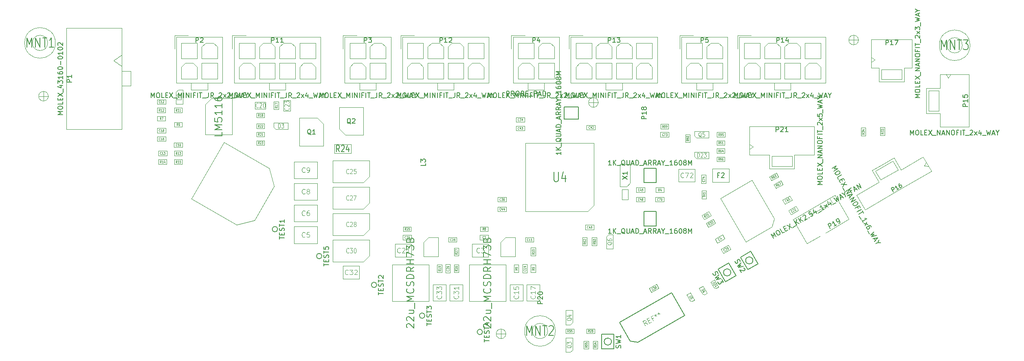
<source format=gbr>
G04 #@! TF.GenerationSoftware,KiCad,Pcbnew,(5.0.0-rc2-dev-296-g4594fedc2)*
G04 #@! TF.CreationDate,2018-04-30T23:58:47+09:30*
G04 #@! TF.ProjectId,zaphod-controller,7A6170686F642D636F6E74726F6C6C65,1.0*
G04 #@! TF.SameCoordinates,Original*
G04 #@! TF.FileFunction,Other,Fab,Top*
%FSLAX46Y46*%
G04 Gerber Fmt 4.6, Leading zero omitted, Abs format (unit mm)*
G04 Created by KiCad (PCBNEW (5.0.0-rc2-dev-296-g4594fedc2)) date 04/30/18 23:58:47*
%MOMM*%
%LPD*%
G01*
G04 APERTURE LIST*
%ADD10C,0.120000*%
%ADD11C,0.150000*%
%ADD12C,0.100000*%
%ADD13C,0.001000*%
%ADD14C,0.200000*%
%ADD15C,0.090000*%
%ADD16C,0.050000*%
%ADD17C,0.130000*%
G04 APERTURE END LIST*
D10*
X154900000Y-74900000D02*
X169100000Y-74900000D01*
X154900000Y-89100000D02*
X154900000Y-74900000D01*
X167830000Y-89100000D02*
X154900000Y-89100000D01*
X169100000Y-87830000D02*
X167830000Y-89100000D01*
X169100000Y-74900000D02*
X169100000Y-87830000D01*
X193748543Y-80200000D02*
X197188543Y-80200000D01*
X193748543Y-83000000D02*
X193748543Y-80200000D01*
X197188543Y-83000000D02*
X193748543Y-83000000D01*
X197188543Y-80200000D02*
X197188543Y-83000000D01*
X105550000Y-70600000D02*
X105550000Y-72000000D01*
X102550000Y-70600000D02*
X105550000Y-70600000D01*
X102550000Y-71533300D02*
X102550000Y-70600000D01*
X103016700Y-72000000D02*
X102550000Y-71533300D01*
X105550000Y-72000000D02*
X103016700Y-72000000D01*
X83650000Y-66750000D02*
X82250000Y-66750000D01*
X83650000Y-63750000D02*
X83650000Y-66750000D01*
X82716700Y-63750000D02*
X83650000Y-63750000D01*
X82250000Y-64216700D02*
X82716700Y-63750000D01*
X82250000Y-66750000D02*
X82250000Y-64216700D01*
X193000000Y-76700000D02*
X193000000Y-78100000D01*
X190000000Y-76700000D02*
X193000000Y-76700000D01*
X190000000Y-77633300D02*
X190000000Y-76700000D01*
X190466700Y-78100000D02*
X190000000Y-77633300D01*
X193000000Y-78100000D02*
X190466700Y-78100000D01*
X163300000Y-115400000D02*
X164700000Y-115400000D01*
X163300000Y-118400000D02*
X163300000Y-115400000D01*
X164233300Y-118400000D02*
X163300000Y-118400000D01*
X164700000Y-117933300D02*
X164233300Y-118400000D01*
X164700000Y-115400000D02*
X164700000Y-117933300D01*
X163300000Y-109700000D02*
X164700000Y-109700000D01*
X163300000Y-112700000D02*
X163300000Y-109700000D01*
X164233300Y-112700000D02*
X163300000Y-112700000D01*
X164700000Y-112233300D02*
X164233300Y-112700000D01*
X164700000Y-109700000D02*
X164700000Y-112233300D01*
X193000000Y-72400000D02*
X193000000Y-73800000D01*
X190000000Y-72400000D02*
X193000000Y-72400000D01*
X190000000Y-73333300D02*
X190000000Y-72400000D01*
X190466700Y-73800000D02*
X190000000Y-73333300D01*
X193000000Y-73800000D02*
X190466700Y-73800000D01*
X173100000Y-96900000D02*
X171700000Y-96900000D01*
X173100000Y-93900000D02*
X173100000Y-96900000D01*
X172166700Y-93900000D02*
X173100000Y-93900000D01*
X171700000Y-94366700D02*
X172166700Y-93900000D01*
X171700000Y-96900000D02*
X171700000Y-94366700D01*
X94833384Y-91928973D02*
X85411027Y-86488973D01*
X98548973Y-90933384D02*
X94833384Y-91928973D01*
X102628973Y-83866616D02*
X98548973Y-90933384D01*
X101633384Y-80151027D02*
X102628973Y-83866616D01*
X92211027Y-74711027D02*
X101633384Y-80151027D01*
X85411027Y-86488973D02*
X92211027Y-74711027D01*
X195396747Y-86386736D02*
X201978541Y-82586736D01*
X200646747Y-95480002D02*
X195396747Y-86386736D01*
X206128688Y-92315002D02*
X200646747Y-95480002D01*
X206593541Y-90580150D02*
X206128688Y-92315002D01*
X201978541Y-82586736D02*
X206593541Y-90580150D01*
D11*
X172750000Y-116200000D02*
G75*
G03X172750000Y-116200000I-750000J0D01*
G01*
X173250000Y-117700000D02*
X170750000Y-117700000D01*
X173250000Y-114700000D02*
X173250000Y-117700000D01*
X170750000Y-114700000D02*
X173250000Y-114700000D01*
X170750000Y-117700000D02*
X170750000Y-114700000D01*
X202150000Y-99300000D02*
G75*
G03X202150000Y-99300000I-750000J0D01*
G01*
X199567468Y-98625962D02*
X201732532Y-97375962D01*
X201067468Y-101224038D02*
X199567468Y-98625962D01*
X203232532Y-99974038D02*
X201067468Y-101224038D01*
X201732532Y-97375962D02*
X203232532Y-99974038D01*
X197550000Y-101800000D02*
G75*
G03X197550000Y-101800000I-750000J0D01*
G01*
X194967468Y-101125962D02*
X197132532Y-99875962D01*
X196467468Y-103724038D02*
X194967468Y-101125962D01*
X198632532Y-102474038D02*
X196467468Y-103724038D01*
X197132532Y-99875962D02*
X198632532Y-102474038D01*
D10*
X191764711Y-104638878D02*
X192614711Y-106111122D01*
X190985289Y-105088878D02*
X191764711Y-104638878D01*
X191685289Y-106301314D02*
X190985289Y-105088878D01*
X192095096Y-106411122D02*
X191685289Y-106301314D01*
X192614711Y-106111122D02*
X192095096Y-106411122D01*
X189164711Y-106038878D02*
X190014711Y-107511122D01*
X188385289Y-106488878D02*
X189164711Y-106038878D01*
X189085289Y-107701314D02*
X188385289Y-106488878D01*
X189495096Y-107811122D02*
X189085289Y-107701314D01*
X190014711Y-107511122D02*
X189495096Y-107811122D01*
X194164711Y-103338878D02*
X195014711Y-104811122D01*
X193385289Y-103788878D02*
X194164711Y-103338878D01*
X194085289Y-105001314D02*
X193385289Y-103788878D01*
X194495096Y-105111122D02*
X194085289Y-105001314D01*
X195014711Y-104811122D02*
X194495096Y-105111122D01*
D11*
X179550000Y-89100000D02*
X179550000Y-89100000D01*
X179550000Y-92100000D02*
X179550000Y-89100000D01*
X182050000Y-92100000D02*
X179550000Y-92100000D01*
X182050000Y-89100000D02*
X182050000Y-92100000D01*
X179550000Y-89100000D02*
X182050000Y-89100000D01*
X165900000Y-67350000D02*
X165900000Y-67350000D01*
X162900000Y-67350000D02*
X165900000Y-67350000D01*
X162900000Y-69850000D02*
X162900000Y-67350000D01*
X165900000Y-69850000D02*
X162900000Y-69850000D01*
X165900000Y-67350000D02*
X165900000Y-69850000D01*
X182050000Y-83100000D02*
X182050000Y-83100000D01*
X182050000Y-80100000D02*
X182050000Y-83100000D01*
X179550000Y-80100000D02*
X182050000Y-80100000D01*
X179550000Y-83100000D02*
X179550000Y-80100000D01*
X182050000Y-83100000D02*
X179550000Y-83100000D01*
D12*
X222132532Y-90740064D02*
X217239488Y-93565064D01*
X219232532Y-85717116D02*
X222132532Y-90740064D01*
X219189230Y-85742116D02*
X219232532Y-85717116D01*
X210485675Y-90767116D02*
X219189230Y-85742116D01*
X213385675Y-95790064D02*
X210485675Y-90767116D01*
X216070354Y-94240064D02*
X213385675Y-95790064D01*
X218650000Y-87208142D02*
X218150000Y-86342116D01*
X214233270Y-89758142D02*
X218650000Y-87208142D01*
X213733270Y-88892116D02*
X214233270Y-89758142D01*
D10*
X196299940Y-94791112D02*
X194775736Y-95671112D01*
X195819940Y-93959728D02*
X196299940Y-94791112D01*
X194295736Y-94839728D02*
X195819940Y-93959728D01*
X194775736Y-95671112D02*
X194295736Y-94839728D01*
X211099552Y-88024791D02*
X211579552Y-88856175D01*
X211579552Y-88856175D02*
X210055348Y-89736175D01*
X210055348Y-89736175D02*
X209575348Y-88904791D01*
X209575348Y-88904791D02*
X211099552Y-88024791D01*
X207006252Y-81034985D02*
X207486252Y-81866369D01*
X207486252Y-81866369D02*
X206048650Y-82696369D01*
X206048650Y-82696369D02*
X205568650Y-81864985D01*
X205568650Y-81864985D02*
X207006252Y-81034985D01*
X207931252Y-82637132D02*
X208411252Y-83468516D01*
X208411252Y-83468516D02*
X206973650Y-84298516D01*
X206973650Y-84298516D02*
X206493650Y-83467132D01*
X206493650Y-83467132D02*
X207931252Y-82637132D01*
D12*
X202187107Y-75600000D02*
X201480000Y-75100000D01*
X201480000Y-76100000D02*
X202187107Y-75600000D01*
X206100000Y-77620000D02*
X206100000Y-79700000D01*
X210300000Y-77620000D02*
X206100000Y-77620000D01*
X210300000Y-79700000D02*
X210300000Y-77620000D01*
X206100000Y-79700000D02*
X210300000Y-79700000D01*
X210800000Y-80200000D02*
X208200000Y-80200000D01*
X210800000Y-77340000D02*
X210800000Y-80200000D01*
X214920000Y-77340000D02*
X210800000Y-77340000D01*
X214920000Y-71360000D02*
X214920000Y-77340000D01*
X208200000Y-71360000D02*
X214920000Y-71360000D01*
X205600000Y-80200000D02*
X208200000Y-80200000D01*
X205600000Y-77340000D02*
X205600000Y-80200000D01*
X201480000Y-77340000D02*
X205600000Y-77340000D01*
X201480000Y-71360000D02*
X201480000Y-77340000D01*
X208200000Y-71360000D02*
X201480000Y-71360000D01*
X237807318Y-79593553D02*
X238669691Y-79673013D01*
X238169691Y-78806987D02*
X237807318Y-79593553D01*
X232326122Y-80425629D02*
X231286122Y-78624296D01*
X228688815Y-82525629D02*
X232326122Y-80425629D01*
X227648815Y-80724296D02*
X228688815Y-82525629D01*
X231286122Y-78624296D02*
X227648815Y-80724296D01*
X226965802Y-80541283D02*
X229217468Y-79241283D01*
X228395802Y-83018116D02*
X226965802Y-80541283D01*
X223745246Y-85703116D02*
X228395802Y-83018116D01*
X225485246Y-88716884D02*
X223745246Y-85703116D01*
X232387468Y-84731884D02*
X225485246Y-88716884D01*
X231469134Y-77941283D02*
X229217468Y-79241283D01*
X232899134Y-80418116D02*
X231469134Y-77941283D01*
X237549691Y-77733116D02*
X232899134Y-80418116D01*
X239289691Y-80746884D02*
X237549691Y-77733116D01*
X232387468Y-84731884D02*
X239289691Y-80746884D01*
X242800000Y-61287107D02*
X243300000Y-60580000D01*
X242300000Y-60580000D02*
X242800000Y-61287107D01*
X240780000Y-63950000D02*
X238700000Y-63950000D01*
X240780000Y-68150000D02*
X240780000Y-63950000D01*
X238700000Y-68150000D02*
X240780000Y-68150000D01*
X238700000Y-63950000D02*
X238700000Y-68150000D01*
X238200000Y-68650000D02*
X238200000Y-66050000D01*
X241060000Y-68650000D02*
X238200000Y-68650000D01*
X241060000Y-71520000D02*
X241060000Y-68650000D01*
X247040000Y-71520000D02*
X241060000Y-71520000D01*
X247040000Y-66050000D02*
X247040000Y-71520000D01*
X238200000Y-63450000D02*
X238200000Y-66050000D01*
X241060000Y-63450000D02*
X238200000Y-63450000D01*
X241060000Y-60580000D02*
X241060000Y-63450000D01*
X247040000Y-60580000D02*
X241060000Y-60580000D01*
X247040000Y-66050000D02*
X247040000Y-60580000D01*
X227487107Y-57500000D02*
X226780000Y-57000000D01*
X226780000Y-58000000D02*
X227487107Y-57500000D01*
X228900000Y-59520000D02*
X228900000Y-61600000D01*
X233100000Y-59520000D02*
X228900000Y-59520000D01*
X233100000Y-61600000D02*
X233100000Y-59520000D01*
X228900000Y-61600000D02*
X233100000Y-61600000D01*
X233600000Y-62100000D02*
X231000000Y-62100000D01*
X233600000Y-59240000D02*
X233600000Y-62100000D01*
X235220000Y-59240000D02*
X233600000Y-59240000D01*
X235220000Y-53260000D02*
X235220000Y-59240000D01*
X231000000Y-53260000D02*
X235220000Y-53260000D01*
X228400000Y-62100000D02*
X231000000Y-62100000D01*
X228400000Y-59240000D02*
X228400000Y-62100000D01*
X226780000Y-59240000D02*
X228400000Y-59240000D01*
X226780000Y-53260000D02*
X226780000Y-59240000D01*
X231000000Y-53260000D02*
X226780000Y-53260000D01*
D10*
X183630000Y-84120000D02*
X183630000Y-85080000D01*
X183630000Y-85080000D02*
X181970000Y-85080000D01*
X181970000Y-85080000D02*
X181970000Y-84120000D01*
X181970000Y-84120000D02*
X183630000Y-84120000D01*
X161090000Y-114000000D02*
G75*
G03X161090000Y-114000000I-3190000J0D01*
G01*
X159490000Y-114000000D02*
G75*
G03X159490000Y-114000000I-1590000J0D01*
G01*
X184630000Y-70920000D02*
X184630000Y-71880000D01*
X184630000Y-71880000D02*
X182970000Y-71880000D01*
X182970000Y-71880000D02*
X182970000Y-70920000D01*
X182970000Y-70920000D02*
X184630000Y-70920000D01*
D12*
X69252944Y-57700000D02*
X70950000Y-58900000D01*
X70950000Y-56500000D02*
X69252944Y-57700000D01*
X72800000Y-62970000D02*
X70950000Y-62970000D01*
X72800000Y-59920000D02*
X72800000Y-62970000D01*
X70950000Y-59920000D02*
X72800000Y-59920000D01*
X70950000Y-71980000D02*
X70950000Y-50910000D01*
X59420000Y-71980000D02*
X70950000Y-71980000D01*
X59420000Y-50910000D02*
X59420000Y-71980000D01*
X70950000Y-50910000D02*
X59420000Y-50910000D01*
X93950000Y-52400000D02*
X93950000Y-55250000D01*
X96800000Y-52400000D02*
X93950000Y-52400000D01*
X111250000Y-61500000D02*
X107950000Y-61500000D01*
X111250000Y-59025000D02*
X111250000Y-61500000D01*
X110425000Y-58200000D02*
X111250000Y-59025000D01*
X108775000Y-58200000D02*
X110425000Y-58200000D01*
X107950000Y-59025000D02*
X108775000Y-58200000D01*
X107950000Y-61500000D02*
X107950000Y-59025000D01*
X111250000Y-54000000D02*
X107950000Y-54000000D01*
X111250000Y-57300000D02*
X111250000Y-54000000D01*
X107950000Y-57300000D02*
X111250000Y-57300000D01*
X107950000Y-54000000D02*
X107950000Y-57300000D01*
X107050000Y-57300000D02*
X103750000Y-57300000D01*
X107050000Y-54825000D02*
X107050000Y-57300000D01*
X106225000Y-54000000D02*
X107050000Y-54825000D01*
X104575000Y-54000000D02*
X106225000Y-54000000D01*
X103750000Y-54825000D02*
X104575000Y-54000000D01*
X103750000Y-57300000D02*
X103750000Y-54825000D01*
X107050000Y-58200000D02*
X103750000Y-58200000D01*
X107050000Y-61500000D02*
X107050000Y-58200000D01*
X103750000Y-61500000D02*
X107050000Y-61500000D01*
X103750000Y-58200000D02*
X103750000Y-61500000D01*
X102850000Y-57300000D02*
X99550000Y-57300000D01*
X102850000Y-54825000D02*
X102850000Y-57300000D01*
X102025000Y-54000000D02*
X102850000Y-54825000D01*
X100375000Y-54000000D02*
X102025000Y-54000000D01*
X99550000Y-54825000D02*
X100375000Y-54000000D01*
X99550000Y-57300000D02*
X99550000Y-54825000D01*
X102850000Y-58200000D02*
X99550000Y-58200000D01*
X102850000Y-61500000D02*
X102850000Y-58200000D01*
X99550000Y-61500000D02*
X102850000Y-61500000D01*
X99550000Y-58200000D02*
X99550000Y-61500000D01*
X98650000Y-61500000D02*
X95350000Y-61500000D01*
X98650000Y-59025000D02*
X98650000Y-61500000D01*
X97825000Y-58200000D02*
X98650000Y-59025000D01*
X96175000Y-58200000D02*
X97825000Y-58200000D01*
X95350000Y-59025000D02*
X96175000Y-58200000D01*
X95350000Y-61500000D02*
X95350000Y-59025000D01*
X98650000Y-54000000D02*
X95350000Y-54000000D01*
X98650000Y-57300000D02*
X98650000Y-54000000D01*
X95350000Y-57300000D02*
X98650000Y-57300000D01*
X95350000Y-54000000D02*
X95350000Y-57300000D01*
X105000000Y-63750000D02*
X105000000Y-62350000D01*
X101600000Y-63750000D02*
X105000000Y-63750000D01*
X101600000Y-62350000D02*
X101600000Y-63750000D01*
X112300000Y-52750000D02*
X94300000Y-52750000D01*
X112300000Y-62350000D02*
X112300000Y-52750000D01*
X94300000Y-62350000D02*
X112300000Y-62350000D01*
X94300000Y-52750000D02*
X94300000Y-62350000D01*
X128950000Y-52400000D02*
X128950000Y-55250000D01*
X131800000Y-52400000D02*
X128950000Y-52400000D01*
X146250000Y-61500000D02*
X142950000Y-61500000D01*
X146250000Y-59025000D02*
X146250000Y-61500000D01*
X145425000Y-58200000D02*
X146250000Y-59025000D01*
X143775000Y-58200000D02*
X145425000Y-58200000D01*
X142950000Y-59025000D02*
X143775000Y-58200000D01*
X142950000Y-61500000D02*
X142950000Y-59025000D01*
X146250000Y-54000000D02*
X142950000Y-54000000D01*
X146250000Y-57300000D02*
X146250000Y-54000000D01*
X142950000Y-57300000D02*
X146250000Y-57300000D01*
X142950000Y-54000000D02*
X142950000Y-57300000D01*
X142050000Y-57300000D02*
X138750000Y-57300000D01*
X142050000Y-54825000D02*
X142050000Y-57300000D01*
X141225000Y-54000000D02*
X142050000Y-54825000D01*
X139575000Y-54000000D02*
X141225000Y-54000000D01*
X138750000Y-54825000D02*
X139575000Y-54000000D01*
X138750000Y-57300000D02*
X138750000Y-54825000D01*
X142050000Y-58200000D02*
X138750000Y-58200000D01*
X142050000Y-61500000D02*
X142050000Y-58200000D01*
X138750000Y-61500000D02*
X142050000Y-61500000D01*
X138750000Y-58200000D02*
X138750000Y-61500000D01*
X137850000Y-57300000D02*
X134550000Y-57300000D01*
X137850000Y-54825000D02*
X137850000Y-57300000D01*
X137025000Y-54000000D02*
X137850000Y-54825000D01*
X135375000Y-54000000D02*
X137025000Y-54000000D01*
X134550000Y-54825000D02*
X135375000Y-54000000D01*
X134550000Y-57300000D02*
X134550000Y-54825000D01*
X137850000Y-58200000D02*
X134550000Y-58200000D01*
X137850000Y-61500000D02*
X137850000Y-58200000D01*
X134550000Y-61500000D02*
X137850000Y-61500000D01*
X134550000Y-58200000D02*
X134550000Y-61500000D01*
X133650000Y-61500000D02*
X130350000Y-61500000D01*
X133650000Y-59025000D02*
X133650000Y-61500000D01*
X132825000Y-58200000D02*
X133650000Y-59025000D01*
X131175000Y-58200000D02*
X132825000Y-58200000D01*
X130350000Y-59025000D02*
X131175000Y-58200000D01*
X130350000Y-61500000D02*
X130350000Y-59025000D01*
X133650000Y-54000000D02*
X130350000Y-54000000D01*
X133650000Y-57300000D02*
X133650000Y-54000000D01*
X130350000Y-57300000D02*
X133650000Y-57300000D01*
X130350000Y-54000000D02*
X130350000Y-57300000D01*
X140000000Y-63750000D02*
X140000000Y-62350000D01*
X136600000Y-63750000D02*
X140000000Y-63750000D01*
X136600000Y-62350000D02*
X136600000Y-63750000D01*
X147300000Y-52750000D02*
X129300000Y-52750000D01*
X147300000Y-62350000D02*
X147300000Y-52750000D01*
X129300000Y-62350000D02*
X147300000Y-62350000D01*
X129300000Y-52750000D02*
X129300000Y-62350000D01*
X163950000Y-52400000D02*
X163950000Y-55250000D01*
X166800000Y-52400000D02*
X163950000Y-52400000D01*
X181250000Y-61500000D02*
X177950000Y-61500000D01*
X181250000Y-59025000D02*
X181250000Y-61500000D01*
X180425000Y-58200000D02*
X181250000Y-59025000D01*
X178775000Y-58200000D02*
X180425000Y-58200000D01*
X177950000Y-59025000D02*
X178775000Y-58200000D01*
X177950000Y-61500000D02*
X177950000Y-59025000D01*
X181250000Y-54000000D02*
X177950000Y-54000000D01*
X181250000Y-57300000D02*
X181250000Y-54000000D01*
X177950000Y-57300000D02*
X181250000Y-57300000D01*
X177950000Y-54000000D02*
X177950000Y-57300000D01*
X177050000Y-57300000D02*
X173750000Y-57300000D01*
X177050000Y-54825000D02*
X177050000Y-57300000D01*
X176225000Y-54000000D02*
X177050000Y-54825000D01*
X174575000Y-54000000D02*
X176225000Y-54000000D01*
X173750000Y-54825000D02*
X174575000Y-54000000D01*
X173750000Y-57300000D02*
X173750000Y-54825000D01*
X177050000Y-58200000D02*
X173750000Y-58200000D01*
X177050000Y-61500000D02*
X177050000Y-58200000D01*
X173750000Y-61500000D02*
X177050000Y-61500000D01*
X173750000Y-58200000D02*
X173750000Y-61500000D01*
X172850000Y-57300000D02*
X169550000Y-57300000D01*
X172850000Y-54825000D02*
X172850000Y-57300000D01*
X172025000Y-54000000D02*
X172850000Y-54825000D01*
X170375000Y-54000000D02*
X172025000Y-54000000D01*
X169550000Y-54825000D02*
X170375000Y-54000000D01*
X169550000Y-57300000D02*
X169550000Y-54825000D01*
X172850000Y-58200000D02*
X169550000Y-58200000D01*
X172850000Y-61500000D02*
X172850000Y-58200000D01*
X169550000Y-61500000D02*
X172850000Y-61500000D01*
X169550000Y-58200000D02*
X169550000Y-61500000D01*
X168650000Y-61500000D02*
X165350000Y-61500000D01*
X168650000Y-59025000D02*
X168650000Y-61500000D01*
X167825000Y-58200000D02*
X168650000Y-59025000D01*
X166175000Y-58200000D02*
X167825000Y-58200000D01*
X165350000Y-59025000D02*
X166175000Y-58200000D01*
X165350000Y-61500000D02*
X165350000Y-59025000D01*
X168650000Y-54000000D02*
X165350000Y-54000000D01*
X168650000Y-57300000D02*
X168650000Y-54000000D01*
X165350000Y-57300000D02*
X168650000Y-57300000D01*
X165350000Y-54000000D02*
X165350000Y-57300000D01*
X175000000Y-63750000D02*
X175000000Y-62350000D01*
X171600000Y-63750000D02*
X175000000Y-63750000D01*
X171600000Y-62350000D02*
X171600000Y-63750000D01*
X182300000Y-52750000D02*
X164300000Y-52750000D01*
X182300000Y-62350000D02*
X182300000Y-52750000D01*
X164300000Y-62350000D02*
X182300000Y-62350000D01*
X164300000Y-52750000D02*
X164300000Y-62350000D01*
X198950000Y-52400000D02*
X198950000Y-55250000D01*
X201800000Y-52400000D02*
X198950000Y-52400000D01*
X216250000Y-61500000D02*
X212950000Y-61500000D01*
X216250000Y-59025000D02*
X216250000Y-61500000D01*
X215425000Y-58200000D02*
X216250000Y-59025000D01*
X213775000Y-58200000D02*
X215425000Y-58200000D01*
X212950000Y-59025000D02*
X213775000Y-58200000D01*
X212950000Y-61500000D02*
X212950000Y-59025000D01*
X216250000Y-54000000D02*
X212950000Y-54000000D01*
X216250000Y-57300000D02*
X216250000Y-54000000D01*
X212950000Y-57300000D02*
X216250000Y-57300000D01*
X212950000Y-54000000D02*
X212950000Y-57300000D01*
X212050000Y-57300000D02*
X208750000Y-57300000D01*
X212050000Y-54825000D02*
X212050000Y-57300000D01*
X211225000Y-54000000D02*
X212050000Y-54825000D01*
X209575000Y-54000000D02*
X211225000Y-54000000D01*
X208750000Y-54825000D02*
X209575000Y-54000000D01*
X208750000Y-57300000D02*
X208750000Y-54825000D01*
X212050000Y-58200000D02*
X208750000Y-58200000D01*
X212050000Y-61500000D02*
X212050000Y-58200000D01*
X208750000Y-61500000D02*
X212050000Y-61500000D01*
X208750000Y-58200000D02*
X208750000Y-61500000D01*
X207850000Y-57300000D02*
X204550000Y-57300000D01*
X207850000Y-54825000D02*
X207850000Y-57300000D01*
X207025000Y-54000000D02*
X207850000Y-54825000D01*
X205375000Y-54000000D02*
X207025000Y-54000000D01*
X204550000Y-54825000D02*
X205375000Y-54000000D01*
X204550000Y-57300000D02*
X204550000Y-54825000D01*
X207850000Y-58200000D02*
X204550000Y-58200000D01*
X207850000Y-61500000D02*
X207850000Y-58200000D01*
X204550000Y-61500000D02*
X207850000Y-61500000D01*
X204550000Y-58200000D02*
X204550000Y-61500000D01*
X203650000Y-61500000D02*
X200350000Y-61500000D01*
X203650000Y-59025000D02*
X203650000Y-61500000D01*
X202825000Y-58200000D02*
X203650000Y-59025000D01*
X201175000Y-58200000D02*
X202825000Y-58200000D01*
X200350000Y-59025000D02*
X201175000Y-58200000D01*
X200350000Y-61500000D02*
X200350000Y-59025000D01*
X203650000Y-54000000D02*
X200350000Y-54000000D01*
X203650000Y-57300000D02*
X203650000Y-54000000D01*
X200350000Y-57300000D02*
X203650000Y-57300000D01*
X200350000Y-54000000D02*
X200350000Y-57300000D01*
X210000000Y-63750000D02*
X210000000Y-62350000D01*
X206600000Y-63750000D02*
X210000000Y-63750000D01*
X206600000Y-62350000D02*
X206600000Y-63750000D01*
X217300000Y-52750000D02*
X199300000Y-52750000D01*
X217300000Y-62350000D02*
X217300000Y-52750000D01*
X199300000Y-62350000D02*
X217300000Y-62350000D01*
X199300000Y-52750000D02*
X199300000Y-62350000D01*
X81950000Y-52400000D02*
X81950000Y-55250000D01*
X84800000Y-52400000D02*
X81950000Y-52400000D01*
X90850000Y-57300000D02*
X87550000Y-57300000D01*
X90850000Y-54825000D02*
X90850000Y-57300000D01*
X90025000Y-54000000D02*
X90850000Y-54825000D01*
X88375000Y-54000000D02*
X90025000Y-54000000D01*
X87550000Y-54825000D02*
X88375000Y-54000000D01*
X87550000Y-57300000D02*
X87550000Y-54825000D01*
X90850000Y-58200000D02*
X87550000Y-58200000D01*
X90850000Y-61500000D02*
X90850000Y-58200000D01*
X87550000Y-61500000D02*
X90850000Y-61500000D01*
X87550000Y-58200000D02*
X87550000Y-61500000D01*
X86650000Y-61500000D02*
X83350000Y-61500000D01*
X86650000Y-59025000D02*
X86650000Y-61500000D01*
X85825000Y-58200000D02*
X86650000Y-59025000D01*
X84175000Y-58200000D02*
X85825000Y-58200000D01*
X83350000Y-59025000D02*
X84175000Y-58200000D01*
X83350000Y-61500000D02*
X83350000Y-59025000D01*
X86650000Y-54000000D02*
X83350000Y-54000000D01*
X86650000Y-57300000D02*
X86650000Y-54000000D01*
X83350000Y-57300000D02*
X86650000Y-57300000D01*
X83350000Y-54000000D02*
X83350000Y-57300000D01*
X88800000Y-63750000D02*
X88800000Y-62350000D01*
X85400000Y-63750000D02*
X88800000Y-63750000D01*
X85400000Y-62350000D02*
X85400000Y-63750000D01*
X91900000Y-52750000D02*
X82300000Y-52750000D01*
X91900000Y-62350000D02*
X91900000Y-52750000D01*
X82300000Y-62350000D02*
X91900000Y-62350000D01*
X82300000Y-52750000D02*
X82300000Y-62350000D01*
X116950000Y-52400000D02*
X116950000Y-55250000D01*
X119800000Y-52400000D02*
X116950000Y-52400000D01*
X125850000Y-57300000D02*
X122550000Y-57300000D01*
X125850000Y-54825000D02*
X125850000Y-57300000D01*
X125025000Y-54000000D02*
X125850000Y-54825000D01*
X123375000Y-54000000D02*
X125025000Y-54000000D01*
X122550000Y-54825000D02*
X123375000Y-54000000D01*
X122550000Y-57300000D02*
X122550000Y-54825000D01*
X125850000Y-58200000D02*
X122550000Y-58200000D01*
X125850000Y-61500000D02*
X125850000Y-58200000D01*
X122550000Y-61500000D02*
X125850000Y-61500000D01*
X122550000Y-58200000D02*
X122550000Y-61500000D01*
X121650000Y-61500000D02*
X118350000Y-61500000D01*
X121650000Y-59025000D02*
X121650000Y-61500000D01*
X120825000Y-58200000D02*
X121650000Y-59025000D01*
X119175000Y-58200000D02*
X120825000Y-58200000D01*
X118350000Y-59025000D02*
X119175000Y-58200000D01*
X118350000Y-61500000D02*
X118350000Y-59025000D01*
X121650000Y-54000000D02*
X118350000Y-54000000D01*
X121650000Y-57300000D02*
X121650000Y-54000000D01*
X118350000Y-57300000D02*
X121650000Y-57300000D01*
X118350000Y-54000000D02*
X118350000Y-57300000D01*
X123800000Y-63750000D02*
X123800000Y-62350000D01*
X120400000Y-63750000D02*
X123800000Y-63750000D01*
X120400000Y-62350000D02*
X120400000Y-63750000D01*
X126900000Y-52750000D02*
X117300000Y-52750000D01*
X126900000Y-62350000D02*
X126900000Y-52750000D01*
X117300000Y-62350000D02*
X126900000Y-62350000D01*
X117300000Y-52750000D02*
X117300000Y-62350000D01*
X151950000Y-52400000D02*
X151950000Y-55250000D01*
X154800000Y-52400000D02*
X151950000Y-52400000D01*
X160850000Y-57300000D02*
X157550000Y-57300000D01*
X160850000Y-54825000D02*
X160850000Y-57300000D01*
X160025000Y-54000000D02*
X160850000Y-54825000D01*
X158375000Y-54000000D02*
X160025000Y-54000000D01*
X157550000Y-54825000D02*
X158375000Y-54000000D01*
X157550000Y-57300000D02*
X157550000Y-54825000D01*
X160850000Y-58200000D02*
X157550000Y-58200000D01*
X160850000Y-61500000D02*
X160850000Y-58200000D01*
X157550000Y-61500000D02*
X160850000Y-61500000D01*
X157550000Y-58200000D02*
X157550000Y-61500000D01*
X156650000Y-61500000D02*
X153350000Y-61500000D01*
X156650000Y-59025000D02*
X156650000Y-61500000D01*
X155825000Y-58200000D02*
X156650000Y-59025000D01*
X154175000Y-58200000D02*
X155825000Y-58200000D01*
X153350000Y-59025000D02*
X154175000Y-58200000D01*
X153350000Y-61500000D02*
X153350000Y-59025000D01*
X156650000Y-54000000D02*
X153350000Y-54000000D01*
X156650000Y-57300000D02*
X156650000Y-54000000D01*
X153350000Y-57300000D02*
X156650000Y-57300000D01*
X153350000Y-54000000D02*
X153350000Y-57300000D01*
X158800000Y-63750000D02*
X158800000Y-62350000D01*
X155400000Y-63750000D02*
X158800000Y-63750000D01*
X155400000Y-62350000D02*
X155400000Y-63750000D01*
X161900000Y-52750000D02*
X152300000Y-52750000D01*
X161900000Y-62350000D02*
X161900000Y-52750000D01*
X152300000Y-62350000D02*
X161900000Y-62350000D01*
X152300000Y-52750000D02*
X152300000Y-62350000D01*
X186950000Y-52400000D02*
X186950000Y-55250000D01*
X189800000Y-52400000D02*
X186950000Y-52400000D01*
X195850000Y-57300000D02*
X192550000Y-57300000D01*
X195850000Y-54825000D02*
X195850000Y-57300000D01*
X195025000Y-54000000D02*
X195850000Y-54825000D01*
X193375000Y-54000000D02*
X195025000Y-54000000D01*
X192550000Y-54825000D02*
X193375000Y-54000000D01*
X192550000Y-57300000D02*
X192550000Y-54825000D01*
X195850000Y-58200000D02*
X192550000Y-58200000D01*
X195850000Y-61500000D02*
X195850000Y-58200000D01*
X192550000Y-61500000D02*
X195850000Y-61500000D01*
X192550000Y-58200000D02*
X192550000Y-61500000D01*
X191650000Y-61500000D02*
X188350000Y-61500000D01*
X191650000Y-59025000D02*
X191650000Y-61500000D01*
X190825000Y-58200000D02*
X191650000Y-59025000D01*
X189175000Y-58200000D02*
X190825000Y-58200000D01*
X188350000Y-59025000D02*
X189175000Y-58200000D01*
X188350000Y-61500000D02*
X188350000Y-59025000D01*
X191650000Y-54000000D02*
X188350000Y-54000000D01*
X191650000Y-57300000D02*
X191650000Y-54000000D01*
X188350000Y-57300000D02*
X191650000Y-57300000D01*
X188350000Y-54000000D02*
X188350000Y-57300000D01*
X193800000Y-63750000D02*
X193800000Y-62350000D01*
X190400000Y-63750000D02*
X193800000Y-63750000D01*
X190400000Y-62350000D02*
X190400000Y-63750000D01*
X196900000Y-52750000D02*
X187300000Y-52750000D01*
X196900000Y-62350000D02*
X196900000Y-52750000D01*
X187300000Y-62350000D02*
X196900000Y-62350000D01*
X187300000Y-52750000D02*
X187300000Y-62350000D01*
D10*
X147200000Y-98600000D02*
X143800000Y-98600000D01*
X147200000Y-95900000D02*
X147200000Y-98600000D01*
X143800000Y-95900000D02*
X147200000Y-95900000D01*
X143800000Y-98600000D02*
X143800000Y-95900000D01*
X111600000Y-95750000D02*
X106800000Y-95750000D01*
X111600000Y-92250000D02*
X111600000Y-95750000D01*
X106800000Y-92250000D02*
X111600000Y-92250000D01*
X106800000Y-95750000D02*
X106800000Y-92250000D01*
X106800000Y-91250000D02*
X106800000Y-87750000D01*
X106800000Y-87750000D02*
X111600000Y-87750000D01*
X111600000Y-87750000D02*
X111600000Y-91250000D01*
X111600000Y-91250000D02*
X106800000Y-91250000D01*
X147155000Y-94020000D02*
X147155000Y-94980000D01*
X147155000Y-94980000D02*
X145395000Y-94980000D01*
X145395000Y-94980000D02*
X145395000Y-94020000D01*
X145395000Y-94020000D02*
X147155000Y-94020000D01*
X111600000Y-86750000D02*
X106800000Y-86750000D01*
X111600000Y-83250000D02*
X111600000Y-86750000D01*
X106800000Y-83250000D02*
X111600000Y-83250000D01*
X106800000Y-86750000D02*
X106800000Y-83250000D01*
X106800000Y-82250000D02*
X106800000Y-78750000D01*
X106800000Y-78750000D02*
X111600000Y-78750000D01*
X111600000Y-78750000D02*
X111600000Y-82250000D01*
X111600000Y-82250000D02*
X106800000Y-82250000D01*
X83580000Y-74770000D02*
X83580000Y-75730000D01*
X83580000Y-75730000D02*
X81820000Y-75730000D01*
X81820000Y-75730000D02*
X81820000Y-74770000D01*
X81820000Y-74770000D02*
X83580000Y-74770000D01*
X156605000Y-94520000D02*
X156605000Y-95480000D01*
X156605000Y-95480000D02*
X154845000Y-95480000D01*
X154845000Y-95480000D02*
X154845000Y-94520000D01*
X154845000Y-94520000D02*
X156605000Y-94520000D01*
X80080000Y-66730000D02*
X78320000Y-66730000D01*
X80080000Y-65770000D02*
X80080000Y-66730000D01*
X78320000Y-65770000D02*
X80080000Y-65770000D01*
X78320000Y-66730000D02*
X78320000Y-65770000D01*
X78570000Y-77480000D02*
X78570000Y-76520000D01*
X78570000Y-76520000D02*
X80330000Y-76520000D01*
X80330000Y-76520000D02*
X80330000Y-77480000D01*
X80330000Y-77480000D02*
X78570000Y-77480000D01*
X155230000Y-101880000D02*
X154270000Y-101880000D01*
X154270000Y-101880000D02*
X154270000Y-100120000D01*
X154270000Y-100120000D02*
X155230000Y-100120000D01*
X155230000Y-100120000D02*
X155230000Y-101880000D01*
X151650000Y-107700000D02*
X151650000Y-104300000D01*
X154350000Y-107700000D02*
X151650000Y-107700000D01*
X154350000Y-104300000D02*
X154350000Y-107700000D01*
X151650000Y-104300000D02*
X154350000Y-104300000D01*
X78320000Y-73520000D02*
X80080000Y-73520000D01*
X78320000Y-74480000D02*
X78320000Y-73520000D01*
X80080000Y-74480000D02*
X78320000Y-74480000D01*
X80080000Y-73520000D02*
X80080000Y-74480000D01*
X155150000Y-104300000D02*
X157850000Y-104300000D01*
X157850000Y-104300000D02*
X157850000Y-107700000D01*
X157850000Y-107700000D02*
X155150000Y-107700000D01*
X155150000Y-107700000D02*
X155150000Y-104300000D01*
X80080000Y-71770000D02*
X80080000Y-72730000D01*
X80080000Y-72730000D02*
X78320000Y-72730000D01*
X78320000Y-72730000D02*
X78320000Y-71770000D01*
X78320000Y-71770000D02*
X80080000Y-71770000D01*
X100900000Y-66320000D02*
X100900000Y-67780000D01*
X100900000Y-67780000D02*
X98700000Y-67780000D01*
X98700000Y-67780000D02*
X98700000Y-66320000D01*
X98700000Y-66320000D02*
X100900000Y-66320000D01*
X127800000Y-98600000D02*
X127800000Y-95900000D01*
X127800000Y-95900000D02*
X131200000Y-95900000D01*
X131200000Y-95900000D02*
X131200000Y-98600000D01*
X131200000Y-98600000D02*
X127800000Y-98600000D01*
X104570000Y-65950000D02*
X106030000Y-65950000D01*
X106030000Y-65950000D02*
X106030000Y-68150000D01*
X106030000Y-68150000D02*
X104570000Y-68150000D01*
X104570000Y-68150000D02*
X104570000Y-65950000D01*
X129395000Y-94020000D02*
X131155000Y-94020000D01*
X129395000Y-94980000D02*
X129395000Y-94020000D01*
X131155000Y-94980000D02*
X129395000Y-94980000D01*
X131155000Y-94020000D02*
X131155000Y-94980000D01*
X114850000Y-78500000D02*
X122450000Y-78500000D01*
X114850000Y-83100000D02*
X114850000Y-78500000D01*
X121180000Y-83100000D02*
X114850000Y-83100000D01*
X122450000Y-81830000D02*
X121180000Y-83100000D01*
X122450000Y-78500000D02*
X122450000Y-81830000D01*
X140605000Y-94520000D02*
X140605000Y-95480000D01*
X140605000Y-95480000D02*
X138845000Y-95480000D01*
X138845000Y-95480000D02*
X138845000Y-94520000D01*
X138845000Y-94520000D02*
X140605000Y-94520000D01*
X122450000Y-84000000D02*
X122450000Y-87330000D01*
X122450000Y-87330000D02*
X121180000Y-88600000D01*
X121180000Y-88600000D02*
X114850000Y-88600000D01*
X114850000Y-88600000D02*
X114850000Y-84000000D01*
X114850000Y-84000000D02*
X122450000Y-84000000D01*
X122450000Y-89500000D02*
X122450000Y-92830000D01*
X122450000Y-92830000D02*
X121180000Y-94100000D01*
X121180000Y-94100000D02*
X114850000Y-94100000D01*
X114850000Y-94100000D02*
X114850000Y-89500000D01*
X114850000Y-89500000D02*
X122450000Y-89500000D01*
X139230000Y-100120000D02*
X139230000Y-101880000D01*
X138270000Y-100120000D02*
X139230000Y-100120000D01*
X138270000Y-101880000D02*
X138270000Y-100120000D01*
X139230000Y-101880000D02*
X138270000Y-101880000D01*
X114850000Y-95000000D02*
X122450000Y-95000000D01*
X114850000Y-99600000D02*
X114850000Y-95000000D01*
X121180000Y-99600000D02*
X114850000Y-99600000D01*
X122450000Y-98330000D02*
X121180000Y-99600000D01*
X122450000Y-95000000D02*
X122450000Y-98330000D01*
X139150000Y-104300000D02*
X141850000Y-104300000D01*
X141850000Y-104300000D02*
X141850000Y-107700000D01*
X141850000Y-107700000D02*
X139150000Y-107700000D01*
X139150000Y-107700000D02*
X139150000Y-104300000D01*
X116950000Y-100450000D02*
X120350000Y-100450000D01*
X116950000Y-103150000D02*
X116950000Y-100450000D01*
X120350000Y-103150000D02*
X116950000Y-103150000D01*
X120350000Y-100450000D02*
X120350000Y-103150000D01*
X135650000Y-107700000D02*
X135650000Y-104300000D01*
X138350000Y-107700000D02*
X135650000Y-107700000D01*
X138350000Y-104300000D02*
X138350000Y-107700000D01*
X135650000Y-104300000D02*
X138350000Y-104300000D01*
X154680000Y-69520000D02*
X154680000Y-70480000D01*
X154680000Y-70480000D02*
X152920000Y-70480000D01*
X152920000Y-70480000D02*
X152920000Y-69520000D01*
X152920000Y-69520000D02*
X154680000Y-69520000D01*
X149120000Y-86120000D02*
X150880000Y-86120000D01*
X149120000Y-87080000D02*
X149120000Y-86120000D01*
X150880000Y-87080000D02*
X149120000Y-87080000D01*
X150880000Y-86120000D02*
X150880000Y-87080000D01*
X181077898Y-105955692D02*
X180597898Y-105124308D01*
X180597898Y-105124308D02*
X182122102Y-104244308D01*
X182122102Y-104244308D02*
X182602102Y-105075692D01*
X182602102Y-105075692D02*
X181077898Y-105955692D01*
X197549940Y-96956175D02*
X196025736Y-97836175D01*
X197069940Y-96124791D02*
X197549940Y-96956175D01*
X195545736Y-97004791D02*
X197069940Y-96124791D01*
X196025736Y-97836175D02*
X195545736Y-97004791D01*
X167620000Y-72080000D02*
X167620000Y-71120000D01*
X167620000Y-71120000D02*
X169380000Y-71120000D01*
X169380000Y-71120000D02*
X169380000Y-72080000D01*
X169380000Y-72080000D02*
X167620000Y-72080000D01*
X152920000Y-71320000D02*
X154680000Y-71320000D01*
X152920000Y-72280000D02*
X152920000Y-71320000D01*
X154680000Y-72280000D02*
X152920000Y-72280000D01*
X154680000Y-71320000D02*
X154680000Y-72280000D01*
X150880000Y-88120000D02*
X150880000Y-89080000D01*
X150880000Y-89080000D02*
X149120000Y-89080000D01*
X149120000Y-89080000D02*
X149120000Y-88120000D01*
X149120000Y-88120000D02*
X150880000Y-88120000D01*
X167320000Y-91920000D02*
X169080000Y-91920000D01*
X167320000Y-92880000D02*
X167320000Y-91920000D01*
X169080000Y-92880000D02*
X167320000Y-92880000D01*
X169080000Y-91920000D02*
X169080000Y-92880000D01*
X179680000Y-87080000D02*
X177920000Y-87080000D01*
X179680000Y-86120000D02*
X179680000Y-87080000D01*
X177920000Y-86120000D02*
X179680000Y-86120000D01*
X177920000Y-87080000D02*
X177920000Y-86120000D01*
X179680000Y-85080000D02*
X177920000Y-85080000D01*
X179680000Y-84120000D02*
X179680000Y-85080000D01*
X177920000Y-84120000D02*
X179680000Y-84120000D01*
X177920000Y-85080000D02*
X177920000Y-84120000D01*
X209849552Y-85859728D02*
X210329552Y-86691112D01*
X210329552Y-86691112D02*
X208805348Y-87571112D01*
X208805348Y-87571112D02*
X208325348Y-86739728D01*
X208325348Y-86739728D02*
X209849552Y-85859728D01*
X183655000Y-87080000D02*
X181895000Y-87080000D01*
X183655000Y-86120000D02*
X183655000Y-87080000D01*
X181895000Y-86120000D02*
X183655000Y-86120000D01*
X181895000Y-87080000D02*
X181895000Y-86120000D01*
X186700000Y-82950000D02*
X186700000Y-80250000D01*
X186700000Y-80250000D02*
X190100000Y-80250000D01*
X190100000Y-80250000D02*
X190100000Y-82950000D01*
X190100000Y-82950000D02*
X186700000Y-82950000D01*
X184680000Y-73580000D02*
X182920000Y-73580000D01*
X184680000Y-72620000D02*
X184680000Y-73580000D01*
X182920000Y-72620000D02*
X184680000Y-72620000D01*
X182920000Y-73580000D02*
X182920000Y-72620000D01*
X192380000Y-83255000D02*
X191420000Y-83255000D01*
X191420000Y-83255000D02*
X191420000Y-81495000D01*
X191420000Y-81495000D02*
X192380000Y-81495000D01*
X192380000Y-81495000D02*
X192380000Y-83255000D01*
D13*
X55700000Y-65100000D02*
G75*
G03X55700000Y-65100000I-1000000J0D01*
G01*
X54700000Y-64100000D02*
X54700000Y-66100000D01*
X53700000Y-65100000D02*
X55700000Y-65100000D01*
X148800000Y-114600000D02*
X150800000Y-114600000D01*
X149800000Y-113600000D02*
X149800000Y-115600000D01*
X150800000Y-114600000D02*
G75*
G03X150800000Y-114600000I-1000000J0D01*
G01*
X168000000Y-66400000D02*
X170000000Y-66400000D01*
X169000000Y-65400000D02*
X169000000Y-67400000D01*
X170000000Y-66400000D02*
G75*
G03X170000000Y-66400000I-1000000J0D01*
G01*
X224100000Y-53400000D02*
G75*
G03X224100000Y-53400000I-1000000J0D01*
G01*
X223100000Y-52400000D02*
X223100000Y-54400000D01*
X222100000Y-53400000D02*
X224100000Y-53400000D01*
D10*
X150800000Y-100200000D02*
X150800000Y-107800000D01*
X143200000Y-100200000D02*
X150800000Y-100200000D01*
X143200000Y-107800000D02*
X143200000Y-100200000D01*
X150800000Y-107800000D02*
X143200000Y-107800000D01*
X134800000Y-107800000D02*
X127200000Y-107800000D01*
X127200000Y-107800000D02*
X127200000Y-100200000D01*
X127200000Y-100200000D02*
X134800000Y-100200000D01*
X134800000Y-100200000D02*
X134800000Y-107800000D01*
X57166952Y-54000000D02*
G75*
G03X57166952Y-54000000I-3190000J0D01*
G01*
X55566952Y-54000000D02*
G75*
G03X55566952Y-54000000I-1590000J0D01*
G01*
X247290000Y-54500000D02*
G75*
G03X247290000Y-54500000I-3190000J0D01*
G01*
X245690000Y-54500000D02*
G75*
G03X245690000Y-54500000I-1590000J0D01*
G01*
X107900000Y-75450000D02*
X107900000Y-69650000D01*
X112900000Y-75450000D02*
X107900000Y-75450000D01*
X112900000Y-70920000D02*
X112900000Y-75450000D01*
X111630000Y-69650000D02*
X112900000Y-70920000D01*
X107900000Y-69650000D02*
X111630000Y-69650000D01*
X121150000Y-73200000D02*
X117420000Y-73200000D01*
X117420000Y-73200000D02*
X116150000Y-71930000D01*
X116150000Y-71930000D02*
X116150000Y-67400000D01*
X116150000Y-67400000D02*
X121150000Y-67400000D01*
X121150000Y-67400000D02*
X121150000Y-73200000D01*
X152520000Y-101830000D02*
X152520000Y-100170000D01*
X153480000Y-101830000D02*
X152520000Y-101830000D01*
X153480000Y-100170000D02*
X153480000Y-101830000D01*
X152520000Y-100170000D02*
X153480000Y-100170000D01*
X81870000Y-70520000D02*
X83530000Y-70520000D01*
X81870000Y-71480000D02*
X81870000Y-70520000D01*
X83530000Y-71480000D02*
X81870000Y-71480000D01*
X83530000Y-70520000D02*
X83530000Y-71480000D01*
X78370000Y-70230000D02*
X78370000Y-69270000D01*
X78370000Y-69270000D02*
X80030000Y-69270000D01*
X80030000Y-69270000D02*
X80030000Y-70230000D01*
X80030000Y-70230000D02*
X78370000Y-70230000D01*
X147105000Y-92270000D02*
X147105000Y-93230000D01*
X147105000Y-93230000D02*
X145445000Y-93230000D01*
X145445000Y-93230000D02*
X145445000Y-92270000D01*
X145445000Y-92270000D02*
X147105000Y-92270000D01*
X156980000Y-101830000D02*
X156020000Y-101830000D01*
X156020000Y-101830000D02*
X156020000Y-100170000D01*
X156020000Y-100170000D02*
X156980000Y-100170000D01*
X156980000Y-100170000D02*
X156980000Y-101830000D01*
X156980000Y-96670000D02*
X156980000Y-98330000D01*
X156020000Y-96670000D02*
X156980000Y-96670000D01*
X156020000Y-98330000D02*
X156020000Y-96670000D01*
X156980000Y-98330000D02*
X156020000Y-98330000D01*
X81870000Y-67520000D02*
X83530000Y-67520000D01*
X81870000Y-68480000D02*
X81870000Y-67520000D01*
X83530000Y-68480000D02*
X81870000Y-68480000D01*
X83530000Y-67520000D02*
X83530000Y-68480000D01*
X78370000Y-67520000D02*
X80030000Y-67520000D01*
X78370000Y-68480000D02*
X78370000Y-67520000D01*
X80030000Y-68480000D02*
X78370000Y-68480000D01*
X80030000Y-67520000D02*
X80030000Y-68480000D01*
X83530000Y-76520000D02*
X83530000Y-77480000D01*
X83530000Y-77480000D02*
X81870000Y-77480000D01*
X81870000Y-77480000D02*
X81870000Y-76520000D01*
X81870000Y-76520000D02*
X83530000Y-76520000D01*
X78620000Y-78270000D02*
X80280000Y-78270000D01*
X78620000Y-79230000D02*
X78620000Y-78270000D01*
X80280000Y-79230000D02*
X78620000Y-79230000D01*
X80280000Y-78270000D02*
X80280000Y-79230000D01*
X83530000Y-78270000D02*
X83530000Y-79230000D01*
X83530000Y-79230000D02*
X81870000Y-79230000D01*
X81870000Y-79230000D02*
X81870000Y-78270000D01*
X81870000Y-78270000D02*
X83530000Y-78270000D01*
X102570000Y-67880000D02*
X102570000Y-66220000D01*
X103530000Y-67880000D02*
X102570000Y-67880000D01*
X103530000Y-66220000D02*
X103530000Y-67880000D01*
X102570000Y-66220000D02*
X103530000Y-66220000D01*
X100630000Y-68570000D02*
X100630000Y-69530000D01*
X100630000Y-69530000D02*
X98970000Y-69530000D01*
X98970000Y-69530000D02*
X98970000Y-68570000D01*
X98970000Y-68570000D02*
X100630000Y-68570000D01*
X136520000Y-101830000D02*
X136520000Y-100170000D01*
X137480000Y-101830000D02*
X136520000Y-101830000D01*
X137480000Y-100170000D02*
X137480000Y-101830000D01*
X136520000Y-100170000D02*
X137480000Y-100170000D01*
X100630000Y-72570000D02*
X100630000Y-73530000D01*
X100630000Y-73530000D02*
X98970000Y-73530000D01*
X98970000Y-73530000D02*
X98970000Y-72570000D01*
X98970000Y-72570000D02*
X100630000Y-72570000D01*
X100630000Y-70820000D02*
X100630000Y-71780000D01*
X100630000Y-71780000D02*
X98970000Y-71780000D01*
X98970000Y-71780000D02*
X98970000Y-70820000D01*
X98970000Y-70820000D02*
X100630000Y-70820000D01*
X98970000Y-74320000D02*
X100630000Y-74320000D01*
X98970000Y-75280000D02*
X98970000Y-74320000D01*
X100630000Y-75280000D02*
X98970000Y-75280000D01*
X100630000Y-74320000D02*
X100630000Y-75280000D01*
X118600000Y-75150000D02*
X118600000Y-76950000D01*
X118600000Y-76950000D02*
X115200000Y-76950000D01*
X115200000Y-76950000D02*
X115200000Y-75150000D01*
X115200000Y-75150000D02*
X118600000Y-75150000D01*
X129445000Y-92270000D02*
X131105000Y-92270000D01*
X129445000Y-93230000D02*
X129445000Y-92270000D01*
X131105000Y-93230000D02*
X129445000Y-93230000D01*
X131105000Y-92270000D02*
X131105000Y-93230000D01*
X140980000Y-101830000D02*
X140020000Y-101830000D01*
X140020000Y-101830000D02*
X140020000Y-100170000D01*
X140020000Y-100170000D02*
X140980000Y-100170000D01*
X140980000Y-100170000D02*
X140980000Y-101830000D01*
X140980000Y-96695000D02*
X140980000Y-98355000D01*
X140020000Y-96695000D02*
X140980000Y-96695000D01*
X140020000Y-98355000D02*
X140020000Y-96695000D01*
X140980000Y-98355000D02*
X140020000Y-98355000D01*
X169230000Y-113520000D02*
X169230000Y-114480000D01*
X169230000Y-114480000D02*
X167570000Y-114480000D01*
X167570000Y-114480000D02*
X167570000Y-113520000D01*
X167570000Y-113520000D02*
X169230000Y-113520000D01*
X193876639Y-90693831D02*
X194356639Y-91525215D01*
X194356639Y-91525215D02*
X192919037Y-92355215D01*
X192919037Y-92355215D02*
X192439037Y-91523831D01*
X192439037Y-91523831D02*
X193876639Y-90693831D01*
X191539037Y-89964986D02*
X192976639Y-89134986D01*
X192019037Y-90796370D02*
X191539037Y-89964986D01*
X193456639Y-89966370D02*
X192019037Y-90796370D01*
X192976639Y-89134986D02*
X193456639Y-89966370D01*
X229580000Y-73230000D02*
X228620000Y-73230000D01*
X228620000Y-73230000D02*
X228620000Y-71570000D01*
X228620000Y-71570000D02*
X229580000Y-71570000D01*
X229580000Y-71570000D02*
X229580000Y-73230000D01*
X224620000Y-73330000D02*
X224620000Y-71670000D01*
X225580000Y-73330000D02*
X224620000Y-73330000D01*
X225580000Y-71670000D02*
X225580000Y-73330000D01*
X224620000Y-71670000D02*
X225580000Y-71670000D01*
X169880000Y-117730000D02*
X168920000Y-117730000D01*
X168920000Y-117730000D02*
X168920000Y-116070000D01*
X168920000Y-116070000D02*
X169880000Y-116070000D01*
X169880000Y-116070000D02*
X169880000Y-117730000D01*
X167980000Y-117730000D02*
X167020000Y-117730000D01*
X167020000Y-117730000D02*
X167020000Y-116070000D01*
X167020000Y-116070000D02*
X167980000Y-116070000D01*
X167980000Y-116070000D02*
X167980000Y-117730000D01*
X163270000Y-114480000D02*
X163270000Y-113520000D01*
X163270000Y-113520000D02*
X164930000Y-113520000D01*
X164930000Y-113520000D02*
X164930000Y-114480000D01*
X164930000Y-114480000D02*
X163270000Y-114480000D01*
X188120000Y-74730000D02*
X188120000Y-73070000D01*
X189080000Y-74730000D02*
X188120000Y-74730000D01*
X189080000Y-73070000D02*
X189080000Y-74730000D01*
X188120000Y-73070000D02*
X189080000Y-73070000D01*
X194638543Y-75280000D02*
X194638543Y-74320000D01*
X194638543Y-74320000D02*
X196298543Y-74320000D01*
X196298543Y-74320000D02*
X196298543Y-75280000D01*
X196298543Y-75280000D02*
X194638543Y-75280000D01*
X166720000Y-94524793D02*
X167680000Y-94524793D01*
X167680000Y-94524793D02*
X167680000Y-96184793D01*
X167680000Y-96184793D02*
X166720000Y-96184793D01*
X166720000Y-96184793D02*
X166720000Y-94524793D01*
X168720000Y-96184793D02*
X168720000Y-94524793D01*
X169680000Y-96184793D02*
X168720000Y-96184793D01*
X169680000Y-94524793D02*
X169680000Y-96184793D01*
X168720000Y-94524793D02*
X169680000Y-94524793D01*
X194638543Y-76003255D02*
X196298543Y-76003255D01*
X194638543Y-76963255D02*
X194638543Y-76003255D01*
X196298543Y-76963255D02*
X194638543Y-76963255D01*
X196298543Y-76003255D02*
X196298543Y-76963255D01*
X194670000Y-73580000D02*
X194670000Y-72620000D01*
X194670000Y-72620000D02*
X196330000Y-72620000D01*
X196330000Y-72620000D02*
X196330000Y-73580000D01*
X196330000Y-73580000D02*
X194670000Y-73580000D01*
X194638543Y-77720000D02*
X196298543Y-77720000D01*
X194638543Y-78680000D02*
X194638543Y-77720000D01*
X196298543Y-78680000D02*
X194638543Y-78680000D01*
X196298543Y-77720000D02*
X196298543Y-78680000D01*
D11*
X103359017Y-92800000D02*
G75*
G03X103359017Y-92800000I-559017J0D01*
G01*
X123959017Y-104400000D02*
G75*
G03X123959017Y-104400000I-559017J0D01*
G01*
X133959017Y-110800000D02*
G75*
G03X133959017Y-110800000I-559017J0D01*
G01*
X145959017Y-114200000D02*
G75*
G03X145959017Y-114200000I-559017J0D01*
G01*
X112559017Y-98400000D02*
G75*
G03X112559017Y-98400000I-559017J0D01*
G01*
D10*
X191520000Y-84770000D02*
X192480000Y-84770000D01*
X192480000Y-84770000D02*
X192480000Y-86430000D01*
X192480000Y-86430000D02*
X191520000Y-86430000D01*
X191520000Y-86430000D02*
X191520000Y-84770000D01*
X149720000Y-98530000D02*
X149720000Y-95490000D01*
X149720000Y-95490000D02*
X150740000Y-94470000D01*
X150740000Y-94470000D02*
X152780000Y-94470000D01*
X152780000Y-94470000D02*
X152780000Y-98530000D01*
X152780000Y-98530000D02*
X149720000Y-98530000D01*
X88300000Y-73050000D02*
X88300000Y-66820000D01*
X88300000Y-66820000D02*
X89570000Y-65550000D01*
X89570000Y-65550000D02*
X93900000Y-65550000D01*
X93900000Y-65550000D02*
X93900000Y-73050000D01*
X93900000Y-73050000D02*
X88300000Y-73050000D01*
X136780000Y-98530000D02*
X133720000Y-98530000D01*
X136780000Y-94470000D02*
X136780000Y-98530000D01*
X134740000Y-94470000D02*
X136780000Y-94470000D01*
X133720000Y-95490000D02*
X134740000Y-94470000D01*
X133720000Y-98530000D02*
X133720000Y-95490000D01*
X176650000Y-79300000D02*
X176650000Y-83200000D01*
X176650000Y-83200000D02*
X175950000Y-83900000D01*
X175950000Y-83900000D02*
X174550000Y-83900000D01*
X174550000Y-83900000D02*
X174550000Y-79300000D01*
X174550000Y-79300000D02*
X176650000Y-79300000D01*
D11*
X174412341Y-112243430D02*
X185237659Y-105993430D01*
X185237659Y-105993430D02*
X187987659Y-110756570D01*
X187987659Y-110756570D02*
X178244873Y-116381570D01*
X176662341Y-116140544D02*
X178266524Y-116369070D01*
X176662341Y-116140544D02*
X174412341Y-112243430D01*
D10*
X176250000Y-86650000D02*
X174950000Y-86650000D01*
X174950000Y-86650000D02*
X174950000Y-84550000D01*
X174950000Y-84550000D02*
X176250000Y-84550000D01*
X176250000Y-84550000D02*
X176250000Y-86650000D01*
D14*
X160780952Y-80904761D02*
X160780952Y-82523809D01*
X160857142Y-82714285D01*
X160933333Y-82809523D01*
X161085714Y-82904761D01*
X161390476Y-82904761D01*
X161542857Y-82809523D01*
X161619047Y-82714285D01*
X161695238Y-82523809D01*
X161695238Y-80904761D01*
X163142857Y-81571428D02*
X163142857Y-82904761D01*
X162761904Y-80809523D02*
X162380952Y-82238095D01*
X163371428Y-82238095D01*
D11*
X195135209Y-81528571D02*
X194801876Y-81528571D01*
X194801876Y-82052380D02*
X194801876Y-81052380D01*
X195278066Y-81052380D01*
X195611400Y-81147619D02*
X195659019Y-81100000D01*
X195754257Y-81052380D01*
X195992352Y-81052380D01*
X196087590Y-81100000D01*
X196135209Y-81147619D01*
X196182828Y-81242857D01*
X196182828Y-81338095D01*
X196135209Y-81480952D01*
X195563781Y-82052380D01*
X196182828Y-82052380D01*
D15*
X103506761Y-71716190D02*
X103506761Y-70796190D01*
X103682000Y-70796190D01*
X103787142Y-70840000D01*
X103857238Y-70927619D01*
X103892285Y-71015238D01*
X103927333Y-71190476D01*
X103927333Y-71321904D01*
X103892285Y-71497142D01*
X103857238Y-71584761D01*
X103787142Y-71672380D01*
X103682000Y-71716190D01*
X103506761Y-71716190D01*
X104172666Y-70796190D02*
X104628285Y-70796190D01*
X104382952Y-71146666D01*
X104488095Y-71146666D01*
X104558190Y-71190476D01*
X104593238Y-71234285D01*
X104628285Y-71321904D01*
X104628285Y-71540952D01*
X104593238Y-71628571D01*
X104558190Y-71672380D01*
X104488095Y-71716190D01*
X104277809Y-71716190D01*
X104207714Y-71672380D01*
X104172666Y-71628571D01*
X83366190Y-65793238D02*
X82446190Y-65793238D01*
X82446190Y-65618000D01*
X82490000Y-65512857D01*
X82577619Y-65442761D01*
X82665238Y-65407714D01*
X82840476Y-65372666D01*
X82971904Y-65372666D01*
X83147142Y-65407714D01*
X83234761Y-65442761D01*
X83322380Y-65512857D01*
X83366190Y-65618000D01*
X83366190Y-65793238D01*
X82533809Y-65092285D02*
X82490000Y-65057238D01*
X82446190Y-64987142D01*
X82446190Y-64811904D01*
X82490000Y-64741809D01*
X82533809Y-64706761D01*
X82621428Y-64671714D01*
X82709047Y-64671714D01*
X82840476Y-64706761D01*
X83366190Y-65127333D01*
X83366190Y-64671714D01*
X190606285Y-77816190D02*
X190606285Y-76896190D01*
X190781523Y-76896190D01*
X190886666Y-76940000D01*
X190956761Y-77027619D01*
X190991809Y-77115238D01*
X191026857Y-77290476D01*
X191026857Y-77421904D01*
X190991809Y-77597142D01*
X190956761Y-77684761D01*
X190886666Y-77772380D01*
X190781523Y-77816190D01*
X190606285Y-77816190D01*
X191307238Y-76983809D02*
X191342285Y-76940000D01*
X191412380Y-76896190D01*
X191587619Y-76896190D01*
X191657714Y-76940000D01*
X191692761Y-76983809D01*
X191727809Y-77071428D01*
X191727809Y-77159047D01*
X191692761Y-77290476D01*
X191272190Y-77816190D01*
X191727809Y-77816190D01*
X191973142Y-76896190D02*
X192428761Y-76896190D01*
X192183428Y-77246666D01*
X192288571Y-77246666D01*
X192358666Y-77290476D01*
X192393714Y-77334285D01*
X192428761Y-77421904D01*
X192428761Y-77640952D01*
X192393714Y-77728571D01*
X192358666Y-77772380D01*
X192288571Y-77816190D01*
X192078285Y-77816190D01*
X192008190Y-77772380D01*
X191973142Y-77728571D01*
X164503809Y-116970095D02*
X164460000Y-117040190D01*
X164372380Y-117110285D01*
X164240952Y-117215428D01*
X164197142Y-117285523D01*
X164197142Y-117355619D01*
X164416190Y-117320571D02*
X164372380Y-117390666D01*
X164284761Y-117460761D01*
X164109523Y-117495809D01*
X163802857Y-117495809D01*
X163627619Y-117460761D01*
X163540000Y-117390666D01*
X163496190Y-117320571D01*
X163496190Y-117180380D01*
X163540000Y-117110285D01*
X163627619Y-117040190D01*
X163802857Y-117005142D01*
X164109523Y-117005142D01*
X164284761Y-117040190D01*
X164372380Y-117110285D01*
X164416190Y-117180380D01*
X164416190Y-117320571D01*
X163496190Y-116759809D02*
X163496190Y-116304190D01*
X163846666Y-116549523D01*
X163846666Y-116444380D01*
X163890476Y-116374285D01*
X163934285Y-116339238D01*
X164021904Y-116304190D01*
X164240952Y-116304190D01*
X164328571Y-116339238D01*
X164372380Y-116374285D01*
X164416190Y-116444380D01*
X164416190Y-116654666D01*
X164372380Y-116724761D01*
X164328571Y-116759809D01*
X164503809Y-111270095D02*
X164460000Y-111340190D01*
X164372380Y-111410285D01*
X164240952Y-111515428D01*
X164197142Y-111585523D01*
X164197142Y-111655619D01*
X164416190Y-111620571D02*
X164372380Y-111690666D01*
X164284761Y-111760761D01*
X164109523Y-111795809D01*
X163802857Y-111795809D01*
X163627619Y-111760761D01*
X163540000Y-111690666D01*
X163496190Y-111620571D01*
X163496190Y-111480380D01*
X163540000Y-111410285D01*
X163627619Y-111340190D01*
X163802857Y-111305142D01*
X164109523Y-111305142D01*
X164284761Y-111340190D01*
X164372380Y-111410285D01*
X164416190Y-111480380D01*
X164416190Y-111620571D01*
X163802857Y-110674285D02*
X164416190Y-110674285D01*
X163452380Y-110849523D02*
X164109523Y-111024761D01*
X164109523Y-110569142D01*
X191429904Y-73603809D02*
X191359809Y-73560000D01*
X191289714Y-73472380D01*
X191184571Y-73340952D01*
X191114476Y-73297142D01*
X191044380Y-73297142D01*
X191079428Y-73516190D02*
X191009333Y-73472380D01*
X190939238Y-73384761D01*
X190904190Y-73209523D01*
X190904190Y-72902857D01*
X190939238Y-72727619D01*
X191009333Y-72640000D01*
X191079428Y-72596190D01*
X191219619Y-72596190D01*
X191289714Y-72640000D01*
X191359809Y-72727619D01*
X191394857Y-72902857D01*
X191394857Y-73209523D01*
X191359809Y-73384761D01*
X191289714Y-73472380D01*
X191219619Y-73516190D01*
X191079428Y-73516190D01*
X192060761Y-72596190D02*
X191710285Y-72596190D01*
X191675238Y-73034285D01*
X191710285Y-72990476D01*
X191780380Y-72946666D01*
X191955619Y-72946666D01*
X192025714Y-72990476D01*
X192060761Y-73034285D01*
X192095809Y-73121904D01*
X192095809Y-73340952D01*
X192060761Y-73428571D01*
X192025714Y-73472380D01*
X191955619Y-73516190D01*
X191780380Y-73516190D01*
X191710285Y-73472380D01*
X191675238Y-73428571D01*
X172903809Y-95470095D02*
X172860000Y-95540190D01*
X172772380Y-95610285D01*
X172640952Y-95715428D01*
X172597142Y-95785523D01*
X172597142Y-95855619D01*
X172816190Y-95820571D02*
X172772380Y-95890666D01*
X172684761Y-95960761D01*
X172509523Y-95995809D01*
X172202857Y-95995809D01*
X172027619Y-95960761D01*
X171940000Y-95890666D01*
X171896190Y-95820571D01*
X171896190Y-95680380D01*
X171940000Y-95610285D01*
X172027619Y-95540190D01*
X172202857Y-95505142D01*
X172509523Y-95505142D01*
X172684761Y-95540190D01*
X172772380Y-95610285D01*
X172816190Y-95680380D01*
X172816190Y-95820571D01*
X171896190Y-94874285D02*
X171896190Y-95014476D01*
X171940000Y-95084571D01*
X171983809Y-95119619D01*
X172115238Y-95189714D01*
X172290476Y-95224761D01*
X172640952Y-95224761D01*
X172728571Y-95189714D01*
X172772380Y-95154666D01*
X172816190Y-95084571D01*
X172816190Y-94944380D01*
X172772380Y-94874285D01*
X172728571Y-94839238D01*
X172640952Y-94804190D01*
X172421904Y-94804190D01*
X172334285Y-94839238D01*
X172290476Y-94874285D01*
X172246666Y-94944380D01*
X172246666Y-95084571D01*
X172290476Y-95154666D01*
X172334285Y-95189714D01*
X172421904Y-95224761D01*
D11*
X174654761Y-117533333D02*
X174702380Y-117390476D01*
X174702380Y-117152380D01*
X174654761Y-117057142D01*
X174607142Y-117009523D01*
X174511904Y-116961904D01*
X174416666Y-116961904D01*
X174321428Y-117009523D01*
X174273809Y-117057142D01*
X174226190Y-117152380D01*
X174178571Y-117342857D01*
X174130952Y-117438095D01*
X174083333Y-117485714D01*
X173988095Y-117533333D01*
X173892857Y-117533333D01*
X173797619Y-117485714D01*
X173750000Y-117438095D01*
X173702380Y-117342857D01*
X173702380Y-117104761D01*
X173750000Y-116961904D01*
X173702380Y-116628571D02*
X174702380Y-116390476D01*
X173988095Y-116200000D01*
X174702380Y-116009523D01*
X173702380Y-115771428D01*
X174702380Y-114866666D02*
X174702380Y-115438095D01*
X174702380Y-115152380D02*
X173702380Y-115152380D01*
X173845238Y-115247619D01*
X173940476Y-115342857D01*
X173988095Y-115438095D01*
X198434242Y-99472680D02*
X198464431Y-99620207D01*
X198583479Y-99826404D01*
X198672337Y-99885073D01*
X198737386Y-99902503D01*
X198843674Y-99896123D01*
X198926153Y-99848504D01*
X198984822Y-99759646D01*
X199002251Y-99694597D01*
X198995872Y-99588309D01*
X198941873Y-99399542D01*
X198935493Y-99293254D01*
X198952923Y-99228205D01*
X199011592Y-99139347D01*
X199094071Y-99091728D01*
X199200359Y-99085348D01*
X199265408Y-99102778D01*
X199354266Y-99161447D01*
X199473314Y-99367643D01*
X199503503Y-99515171D01*
X199711409Y-99780036D02*
X198964431Y-100486233D01*
X199678259Y-100294047D01*
X199154907Y-100816147D01*
X200139980Y-100522344D01*
X200224168Y-100858638D02*
X200289217Y-100876068D01*
X200378075Y-100934737D01*
X200497123Y-101140933D01*
X200503503Y-101247221D01*
X200486073Y-101312270D01*
X200427404Y-101401129D01*
X200344925Y-101448748D01*
X200197398Y-101478937D01*
X199416812Y-101269780D01*
X199726336Y-101805891D01*
X193834242Y-101972680D02*
X193864431Y-102120207D01*
X193983479Y-102326404D01*
X194072337Y-102385073D01*
X194137386Y-102402503D01*
X194243674Y-102396123D01*
X194326153Y-102348504D01*
X194384822Y-102259646D01*
X194402251Y-102194597D01*
X194395872Y-102088309D01*
X194341873Y-101899542D01*
X194335493Y-101793254D01*
X194352923Y-101728205D01*
X194411592Y-101639347D01*
X194494071Y-101591728D01*
X194600359Y-101585348D01*
X194665408Y-101602778D01*
X194754266Y-101661447D01*
X194873314Y-101867643D01*
X194903503Y-102015171D01*
X195111409Y-102280036D02*
X194364431Y-102986233D01*
X195078259Y-102794047D01*
X194554907Y-103316147D01*
X195539980Y-103022344D01*
X195682837Y-103269780D02*
X195992361Y-103805891D01*
X195495780Y-103707692D01*
X195567209Y-103831409D01*
X195573588Y-103937698D01*
X195556159Y-104002746D01*
X195497490Y-104091605D01*
X195291293Y-104210652D01*
X195185005Y-104217032D01*
X195119956Y-104199602D01*
X195031098Y-104140933D01*
X194888241Y-103893497D01*
X194881861Y-103787209D01*
X194899291Y-103722161D01*
D16*
X191456494Y-105457411D02*
X191889506Y-105207411D01*
X191937126Y-105289890D01*
X191945077Y-105351282D01*
X191922886Y-105408083D01*
X191891170Y-105448388D01*
X191818215Y-105512503D01*
X191756356Y-105548217D01*
X191664354Y-105579340D01*
X191613591Y-105586654D01*
X191553304Y-105577472D01*
X191504113Y-105539890D01*
X191456494Y-105457411D01*
X192030883Y-105785616D02*
X191742208Y-105952283D01*
X192148221Y-105607899D02*
X191791308Y-105703992D01*
X191915117Y-105918437D01*
X188856494Y-106857411D02*
X189289506Y-106607411D01*
X189337126Y-106689890D01*
X189345077Y-106751282D01*
X189322886Y-106808083D01*
X189291170Y-106848388D01*
X189218215Y-106912503D01*
X189156356Y-106948217D01*
X189064354Y-106979340D01*
X189013591Y-106986654D01*
X188953304Y-106977472D01*
X188904113Y-106939890D01*
X188856494Y-106857411D01*
X189584745Y-107118778D02*
X189489506Y-106953821D01*
X189273786Y-107056373D01*
X189303930Y-107060964D01*
X189343597Y-107082051D01*
X189391216Y-107164529D01*
X189389644Y-107209426D01*
X189378548Y-107237826D01*
X189346833Y-107278131D01*
X189243734Y-107337655D01*
X189192971Y-107344969D01*
X189162828Y-107340378D01*
X189123160Y-107319291D01*
X189075541Y-107236813D01*
X189077113Y-107191916D01*
X189088209Y-107163516D01*
X193761256Y-103992454D02*
X194194268Y-103742454D01*
X194241887Y-103824932D01*
X194249839Y-103886324D01*
X194227647Y-103943125D01*
X194195932Y-103983431D01*
X194122977Y-104047545D01*
X194061118Y-104083260D01*
X193969116Y-104114383D01*
X193918353Y-104121697D01*
X193858066Y-104112515D01*
X193808875Y-104074932D01*
X193761256Y-103992454D01*
X194343505Y-104096178D02*
X194373649Y-104100769D01*
X194413316Y-104121855D01*
X194460935Y-104204334D01*
X194459363Y-104249230D01*
X194448267Y-104277631D01*
X194416552Y-104317936D01*
X194375312Y-104341746D01*
X194303930Y-104360964D01*
X193942208Y-104305873D01*
X194066018Y-104520317D01*
X194526121Y-104650573D02*
X194237446Y-104817240D01*
X194643459Y-104472857D02*
X194286546Y-104568949D01*
X194410355Y-104783394D01*
D11*
X172704761Y-93652380D02*
X172133333Y-93652380D01*
X172419047Y-93652380D02*
X172419047Y-92652380D01*
X172323809Y-92795238D01*
X172228571Y-92890476D01*
X172133333Y-92938095D01*
X173133333Y-93652380D02*
X173133333Y-92652380D01*
X173704761Y-93652380D02*
X173276190Y-93080952D01*
X173704761Y-92652380D02*
X173133333Y-93223809D01*
X173895238Y-93747619D02*
X174657142Y-93747619D01*
X175561904Y-93747619D02*
X175466666Y-93700000D01*
X175371428Y-93604761D01*
X175228571Y-93461904D01*
X175133333Y-93414285D01*
X175038095Y-93414285D01*
X175085714Y-93652380D02*
X174990476Y-93604761D01*
X174895238Y-93509523D01*
X174847619Y-93319047D01*
X174847619Y-92985714D01*
X174895238Y-92795238D01*
X174990476Y-92700000D01*
X175085714Y-92652380D01*
X175276190Y-92652380D01*
X175371428Y-92700000D01*
X175466666Y-92795238D01*
X175514285Y-92985714D01*
X175514285Y-93319047D01*
X175466666Y-93509523D01*
X175371428Y-93604761D01*
X175276190Y-93652380D01*
X175085714Y-93652380D01*
X175942857Y-92652380D02*
X175942857Y-93461904D01*
X175990476Y-93557142D01*
X176038095Y-93604761D01*
X176133333Y-93652380D01*
X176323809Y-93652380D01*
X176419047Y-93604761D01*
X176466666Y-93557142D01*
X176514285Y-93461904D01*
X176514285Y-92652380D01*
X176942857Y-93366666D02*
X177419047Y-93366666D01*
X176847619Y-93652380D02*
X177180952Y-92652380D01*
X177514285Y-93652380D01*
X177847619Y-93652380D02*
X177847619Y-92652380D01*
X178085714Y-92652380D01*
X178228571Y-92700000D01*
X178323809Y-92795238D01*
X178371428Y-92890476D01*
X178419047Y-93080952D01*
X178419047Y-93223809D01*
X178371428Y-93414285D01*
X178323809Y-93509523D01*
X178228571Y-93604761D01*
X178085714Y-93652380D01*
X177847619Y-93652380D01*
X178609523Y-93747619D02*
X179371428Y-93747619D01*
X179561904Y-93366666D02*
X180038095Y-93366666D01*
X179466666Y-93652380D02*
X179800000Y-92652380D01*
X180133333Y-93652380D01*
X181038095Y-93652380D02*
X180704761Y-93176190D01*
X180466666Y-93652380D02*
X180466666Y-92652380D01*
X180847619Y-92652380D01*
X180942857Y-92700000D01*
X180990476Y-92747619D01*
X181038095Y-92842857D01*
X181038095Y-92985714D01*
X180990476Y-93080952D01*
X180942857Y-93128571D01*
X180847619Y-93176190D01*
X180466666Y-93176190D01*
X182038095Y-93652380D02*
X181704761Y-93176190D01*
X181466666Y-93652380D02*
X181466666Y-92652380D01*
X181847619Y-92652380D01*
X181942857Y-92700000D01*
X181990476Y-92747619D01*
X182038095Y-92842857D01*
X182038095Y-92985714D01*
X181990476Y-93080952D01*
X181942857Y-93128571D01*
X181847619Y-93176190D01*
X181466666Y-93176190D01*
X182419047Y-93366666D02*
X182895238Y-93366666D01*
X182323809Y-93652380D02*
X182657142Y-92652380D01*
X182990476Y-93652380D01*
X183514285Y-93176190D02*
X183514285Y-93652380D01*
X183180952Y-92652380D02*
X183514285Y-93176190D01*
X183847619Y-92652380D01*
X183942857Y-93747619D02*
X184704761Y-93747619D01*
X185466666Y-93652380D02*
X184895238Y-93652380D01*
X185180952Y-93652380D02*
X185180952Y-92652380D01*
X185085714Y-92795238D01*
X184990476Y-92890476D01*
X184895238Y-92938095D01*
X186323809Y-92652380D02*
X186133333Y-92652380D01*
X186038095Y-92700000D01*
X185990476Y-92747619D01*
X185895238Y-92890476D01*
X185847619Y-93080952D01*
X185847619Y-93461904D01*
X185895238Y-93557142D01*
X185942857Y-93604761D01*
X186038095Y-93652380D01*
X186228571Y-93652380D01*
X186323809Y-93604761D01*
X186371428Y-93557142D01*
X186419047Y-93461904D01*
X186419047Y-93223809D01*
X186371428Y-93128571D01*
X186323809Y-93080952D01*
X186228571Y-93033333D01*
X186038095Y-93033333D01*
X185942857Y-93080952D01*
X185895238Y-93128571D01*
X185847619Y-93223809D01*
X187038095Y-92652380D02*
X187133333Y-92652380D01*
X187228571Y-92700000D01*
X187276190Y-92747619D01*
X187323809Y-92842857D01*
X187371428Y-93033333D01*
X187371428Y-93271428D01*
X187323809Y-93461904D01*
X187276190Y-93557142D01*
X187228571Y-93604761D01*
X187133333Y-93652380D01*
X187038095Y-93652380D01*
X186942857Y-93604761D01*
X186895238Y-93557142D01*
X186847619Y-93461904D01*
X186800000Y-93271428D01*
X186800000Y-93033333D01*
X186847619Y-92842857D01*
X186895238Y-92747619D01*
X186942857Y-92700000D01*
X187038095Y-92652380D01*
X187942857Y-93080952D02*
X187847619Y-93033333D01*
X187800000Y-92985714D01*
X187752380Y-92890476D01*
X187752380Y-92842857D01*
X187800000Y-92747619D01*
X187847619Y-92700000D01*
X187942857Y-92652380D01*
X188133333Y-92652380D01*
X188228571Y-92700000D01*
X188276190Y-92747619D01*
X188323809Y-92842857D01*
X188323809Y-92890476D01*
X188276190Y-92985714D01*
X188228571Y-93033333D01*
X188133333Y-93080952D01*
X187942857Y-93080952D01*
X187847619Y-93128571D01*
X187800000Y-93176190D01*
X187752380Y-93271428D01*
X187752380Y-93461904D01*
X187800000Y-93557142D01*
X187847619Y-93604761D01*
X187942857Y-93652380D01*
X188133333Y-93652380D01*
X188228571Y-93604761D01*
X188276190Y-93557142D01*
X188323809Y-93461904D01*
X188323809Y-93271428D01*
X188276190Y-93176190D01*
X188228571Y-93128571D01*
X188133333Y-93080952D01*
X188752380Y-93652380D02*
X188752380Y-92652380D01*
X189085714Y-93366666D01*
X189419047Y-92652380D01*
X189419047Y-93652380D01*
X162252380Y-76695238D02*
X162252380Y-77266666D01*
X162252380Y-76980952D02*
X161252380Y-76980952D01*
X161395238Y-77076190D01*
X161490476Y-77171428D01*
X161538095Y-77266666D01*
X162252380Y-76266666D02*
X161252380Y-76266666D01*
X162252380Y-75695238D02*
X161680952Y-76123809D01*
X161252380Y-75695238D02*
X161823809Y-76266666D01*
X162347619Y-75504761D02*
X162347619Y-74742857D01*
X162347619Y-73838095D02*
X162300000Y-73933333D01*
X162204761Y-74028571D01*
X162061904Y-74171428D01*
X162014285Y-74266666D01*
X162014285Y-74361904D01*
X162252380Y-74314285D02*
X162204761Y-74409523D01*
X162109523Y-74504761D01*
X161919047Y-74552380D01*
X161585714Y-74552380D01*
X161395238Y-74504761D01*
X161300000Y-74409523D01*
X161252380Y-74314285D01*
X161252380Y-74123809D01*
X161300000Y-74028571D01*
X161395238Y-73933333D01*
X161585714Y-73885714D01*
X161919047Y-73885714D01*
X162109523Y-73933333D01*
X162204761Y-74028571D01*
X162252380Y-74123809D01*
X162252380Y-74314285D01*
X161252380Y-73457142D02*
X162061904Y-73457142D01*
X162157142Y-73409523D01*
X162204761Y-73361904D01*
X162252380Y-73266666D01*
X162252380Y-73076190D01*
X162204761Y-72980952D01*
X162157142Y-72933333D01*
X162061904Y-72885714D01*
X161252380Y-72885714D01*
X161966666Y-72457142D02*
X161966666Y-71980952D01*
X162252380Y-72552380D02*
X161252380Y-72219047D01*
X162252380Y-71885714D01*
X162252380Y-71552380D02*
X161252380Y-71552380D01*
X161252380Y-71314285D01*
X161300000Y-71171428D01*
X161395238Y-71076190D01*
X161490476Y-71028571D01*
X161680952Y-70980952D01*
X161823809Y-70980952D01*
X162014285Y-71028571D01*
X162109523Y-71076190D01*
X162204761Y-71171428D01*
X162252380Y-71314285D01*
X162252380Y-71552380D01*
X162347619Y-70790476D02*
X162347619Y-70028571D01*
X161966666Y-69838095D02*
X161966666Y-69361904D01*
X162252380Y-69933333D02*
X161252380Y-69600000D01*
X162252380Y-69266666D01*
X162252380Y-68361904D02*
X161776190Y-68695238D01*
X162252380Y-68933333D02*
X161252380Y-68933333D01*
X161252380Y-68552380D01*
X161300000Y-68457142D01*
X161347619Y-68409523D01*
X161442857Y-68361904D01*
X161585714Y-68361904D01*
X161680952Y-68409523D01*
X161728571Y-68457142D01*
X161776190Y-68552380D01*
X161776190Y-68933333D01*
X162252380Y-67361904D02*
X161776190Y-67695238D01*
X162252380Y-67933333D02*
X161252380Y-67933333D01*
X161252380Y-67552380D01*
X161300000Y-67457142D01*
X161347619Y-67409523D01*
X161442857Y-67361904D01*
X161585714Y-67361904D01*
X161680952Y-67409523D01*
X161728571Y-67457142D01*
X161776190Y-67552380D01*
X161776190Y-67933333D01*
X161966666Y-66980952D02*
X161966666Y-66504761D01*
X162252380Y-67076190D02*
X161252380Y-66742857D01*
X162252380Y-66409523D01*
X161776190Y-65885714D02*
X162252380Y-65885714D01*
X161252380Y-66219047D02*
X161776190Y-65885714D01*
X161252380Y-65552380D01*
X162347619Y-65457142D02*
X162347619Y-64695238D01*
X162252380Y-63933333D02*
X162252380Y-64504761D01*
X162252380Y-64219047D02*
X161252380Y-64219047D01*
X161395238Y-64314285D01*
X161490476Y-64409523D01*
X161538095Y-64504761D01*
X161252380Y-63076190D02*
X161252380Y-63266666D01*
X161300000Y-63361904D01*
X161347619Y-63409523D01*
X161490476Y-63504761D01*
X161680952Y-63552380D01*
X162061904Y-63552380D01*
X162157142Y-63504761D01*
X162204761Y-63457142D01*
X162252380Y-63361904D01*
X162252380Y-63171428D01*
X162204761Y-63076190D01*
X162157142Y-63028571D01*
X162061904Y-62980952D01*
X161823809Y-62980952D01*
X161728571Y-63028571D01*
X161680952Y-63076190D01*
X161633333Y-63171428D01*
X161633333Y-63361904D01*
X161680952Y-63457142D01*
X161728571Y-63504761D01*
X161823809Y-63552380D01*
X161252380Y-62361904D02*
X161252380Y-62266666D01*
X161300000Y-62171428D01*
X161347619Y-62123809D01*
X161442857Y-62076190D01*
X161633333Y-62028571D01*
X161871428Y-62028571D01*
X162061904Y-62076190D01*
X162157142Y-62123809D01*
X162204761Y-62171428D01*
X162252380Y-62266666D01*
X162252380Y-62361904D01*
X162204761Y-62457142D01*
X162157142Y-62504761D01*
X162061904Y-62552380D01*
X161871428Y-62600000D01*
X161633333Y-62600000D01*
X161442857Y-62552380D01*
X161347619Y-62504761D01*
X161300000Y-62457142D01*
X161252380Y-62361904D01*
X161680952Y-61457142D02*
X161633333Y-61552380D01*
X161585714Y-61600000D01*
X161490476Y-61647619D01*
X161442857Y-61647619D01*
X161347619Y-61600000D01*
X161300000Y-61552380D01*
X161252380Y-61457142D01*
X161252380Y-61266666D01*
X161300000Y-61171428D01*
X161347619Y-61123809D01*
X161442857Y-61076190D01*
X161490476Y-61076190D01*
X161585714Y-61123809D01*
X161633333Y-61171428D01*
X161680952Y-61266666D01*
X161680952Y-61457142D01*
X161728571Y-61552380D01*
X161776190Y-61600000D01*
X161871428Y-61647619D01*
X162061904Y-61647619D01*
X162157142Y-61600000D01*
X162204761Y-61552380D01*
X162252380Y-61457142D01*
X162252380Y-61266666D01*
X162204761Y-61171428D01*
X162157142Y-61123809D01*
X162061904Y-61076190D01*
X161871428Y-61076190D01*
X161776190Y-61123809D01*
X161728571Y-61171428D01*
X161680952Y-61266666D01*
X162252380Y-60647619D02*
X161252380Y-60647619D01*
X161966666Y-60314285D01*
X161252380Y-59980952D01*
X162252380Y-59980952D01*
X172704761Y-79452380D02*
X172133333Y-79452380D01*
X172419047Y-79452380D02*
X172419047Y-78452380D01*
X172323809Y-78595238D01*
X172228571Y-78690476D01*
X172133333Y-78738095D01*
X173133333Y-79452380D02*
X173133333Y-78452380D01*
X173704761Y-79452380D02*
X173276190Y-78880952D01*
X173704761Y-78452380D02*
X173133333Y-79023809D01*
X173895238Y-79547619D02*
X174657142Y-79547619D01*
X175561904Y-79547619D02*
X175466666Y-79500000D01*
X175371428Y-79404761D01*
X175228571Y-79261904D01*
X175133333Y-79214285D01*
X175038095Y-79214285D01*
X175085714Y-79452380D02*
X174990476Y-79404761D01*
X174895238Y-79309523D01*
X174847619Y-79119047D01*
X174847619Y-78785714D01*
X174895238Y-78595238D01*
X174990476Y-78500000D01*
X175085714Y-78452380D01*
X175276190Y-78452380D01*
X175371428Y-78500000D01*
X175466666Y-78595238D01*
X175514285Y-78785714D01*
X175514285Y-79119047D01*
X175466666Y-79309523D01*
X175371428Y-79404761D01*
X175276190Y-79452380D01*
X175085714Y-79452380D01*
X175942857Y-78452380D02*
X175942857Y-79261904D01*
X175990476Y-79357142D01*
X176038095Y-79404761D01*
X176133333Y-79452380D01*
X176323809Y-79452380D01*
X176419047Y-79404761D01*
X176466666Y-79357142D01*
X176514285Y-79261904D01*
X176514285Y-78452380D01*
X176942857Y-79166666D02*
X177419047Y-79166666D01*
X176847619Y-79452380D02*
X177180952Y-78452380D01*
X177514285Y-79452380D01*
X177847619Y-79452380D02*
X177847619Y-78452380D01*
X178085714Y-78452380D01*
X178228571Y-78500000D01*
X178323809Y-78595238D01*
X178371428Y-78690476D01*
X178419047Y-78880952D01*
X178419047Y-79023809D01*
X178371428Y-79214285D01*
X178323809Y-79309523D01*
X178228571Y-79404761D01*
X178085714Y-79452380D01*
X177847619Y-79452380D01*
X178609523Y-79547619D02*
X179371428Y-79547619D01*
X179561904Y-79166666D02*
X180038095Y-79166666D01*
X179466666Y-79452380D02*
X179800000Y-78452380D01*
X180133333Y-79452380D01*
X181038095Y-79452380D02*
X180704761Y-78976190D01*
X180466666Y-79452380D02*
X180466666Y-78452380D01*
X180847619Y-78452380D01*
X180942857Y-78500000D01*
X180990476Y-78547619D01*
X181038095Y-78642857D01*
X181038095Y-78785714D01*
X180990476Y-78880952D01*
X180942857Y-78928571D01*
X180847619Y-78976190D01*
X180466666Y-78976190D01*
X182038095Y-79452380D02*
X181704761Y-78976190D01*
X181466666Y-79452380D02*
X181466666Y-78452380D01*
X181847619Y-78452380D01*
X181942857Y-78500000D01*
X181990476Y-78547619D01*
X182038095Y-78642857D01*
X182038095Y-78785714D01*
X181990476Y-78880952D01*
X181942857Y-78928571D01*
X181847619Y-78976190D01*
X181466666Y-78976190D01*
X182419047Y-79166666D02*
X182895238Y-79166666D01*
X182323809Y-79452380D02*
X182657142Y-78452380D01*
X182990476Y-79452380D01*
X183514285Y-78976190D02*
X183514285Y-79452380D01*
X183180952Y-78452380D02*
X183514285Y-78976190D01*
X183847619Y-78452380D01*
X183942857Y-79547619D02*
X184704761Y-79547619D01*
X185466666Y-79452380D02*
X184895238Y-79452380D01*
X185180952Y-79452380D02*
X185180952Y-78452380D01*
X185085714Y-78595238D01*
X184990476Y-78690476D01*
X184895238Y-78738095D01*
X186323809Y-78452380D02*
X186133333Y-78452380D01*
X186038095Y-78500000D01*
X185990476Y-78547619D01*
X185895238Y-78690476D01*
X185847619Y-78880952D01*
X185847619Y-79261904D01*
X185895238Y-79357142D01*
X185942857Y-79404761D01*
X186038095Y-79452380D01*
X186228571Y-79452380D01*
X186323809Y-79404761D01*
X186371428Y-79357142D01*
X186419047Y-79261904D01*
X186419047Y-79023809D01*
X186371428Y-78928571D01*
X186323809Y-78880952D01*
X186228571Y-78833333D01*
X186038095Y-78833333D01*
X185942857Y-78880952D01*
X185895238Y-78928571D01*
X185847619Y-79023809D01*
X187038095Y-78452380D02*
X187133333Y-78452380D01*
X187228571Y-78500000D01*
X187276190Y-78547619D01*
X187323809Y-78642857D01*
X187371428Y-78833333D01*
X187371428Y-79071428D01*
X187323809Y-79261904D01*
X187276190Y-79357142D01*
X187228571Y-79404761D01*
X187133333Y-79452380D01*
X187038095Y-79452380D01*
X186942857Y-79404761D01*
X186895238Y-79357142D01*
X186847619Y-79261904D01*
X186800000Y-79071428D01*
X186800000Y-78833333D01*
X186847619Y-78642857D01*
X186895238Y-78547619D01*
X186942857Y-78500000D01*
X187038095Y-78452380D01*
X187942857Y-78880952D02*
X187847619Y-78833333D01*
X187800000Y-78785714D01*
X187752380Y-78690476D01*
X187752380Y-78642857D01*
X187800000Y-78547619D01*
X187847619Y-78500000D01*
X187942857Y-78452380D01*
X188133333Y-78452380D01*
X188228571Y-78500000D01*
X188276190Y-78547619D01*
X188323809Y-78642857D01*
X188323809Y-78690476D01*
X188276190Y-78785714D01*
X188228571Y-78833333D01*
X188133333Y-78880952D01*
X187942857Y-78880952D01*
X187847619Y-78928571D01*
X187800000Y-78976190D01*
X187752380Y-79071428D01*
X187752380Y-79261904D01*
X187800000Y-79357142D01*
X187847619Y-79404761D01*
X187942857Y-79452380D01*
X188133333Y-79452380D01*
X188228571Y-79404761D01*
X188276190Y-79357142D01*
X188323809Y-79261904D01*
X188323809Y-79071428D01*
X188276190Y-78976190D01*
X188228571Y-78928571D01*
X188133333Y-78880952D01*
X188752380Y-79452380D02*
X188752380Y-78452380D01*
X189085714Y-79166666D01*
X189419047Y-78452380D01*
X189419047Y-79452380D01*
X206410787Y-94704442D02*
X205910787Y-93838417D01*
X206556605Y-94290340D01*
X206488137Y-93505084D01*
X206988137Y-94371109D01*
X207065487Y-93171750D02*
X207230445Y-93076512D01*
X207336733Y-93070133D01*
X207466830Y-93104992D01*
X207603308Y-93246140D01*
X207769975Y-93534815D01*
X207823973Y-93723582D01*
X207789114Y-93853679D01*
X207730445Y-93942538D01*
X207565487Y-94037776D01*
X207459199Y-94044155D01*
X207329102Y-94009296D01*
X207192624Y-93868148D01*
X207025958Y-93579473D01*
X206971959Y-93390706D01*
X207006818Y-93260609D01*
X207065487Y-93171750D01*
X208720188Y-93371109D02*
X208307795Y-93609204D01*
X207807795Y-92743179D01*
X208746958Y-92750810D02*
X209035634Y-92584143D01*
X209421256Y-92966347D02*
X209008863Y-93204442D01*
X208508863Y-92338417D01*
X208921256Y-92100322D01*
X209209931Y-91933655D02*
X210287282Y-92466347D01*
X209787282Y-91600322D02*
X209709931Y-92799681D01*
X210458619Y-92477397D02*
X211118447Y-92096445D01*
X211277025Y-91894919D02*
X210777025Y-91028893D01*
X211771897Y-91609204D02*
X211115029Y-91328618D01*
X211271897Y-90743179D02*
X211062739Y-91523765D01*
X212143050Y-91394919D02*
X211643050Y-90528893D01*
X212637922Y-91109204D02*
X211981054Y-90828618D01*
X212137922Y-90243179D02*
X211928765Y-91023765D01*
X212515455Y-90135181D02*
X212532885Y-90070133D01*
X212591554Y-89981274D01*
X212797751Y-89862227D01*
X212904039Y-89855847D01*
X212969088Y-89873277D01*
X213057946Y-89931946D01*
X213105565Y-90014424D01*
X213135754Y-90161952D01*
X212926597Y-90942538D01*
X213462708Y-90633014D01*
X213786243Y-90336250D02*
X213851292Y-90353679D01*
X213833862Y-90418728D01*
X213768813Y-90401298D01*
X213786243Y-90336250D01*
X213833862Y-90418728D01*
X214158648Y-89076512D02*
X213746255Y-89314607D01*
X213943111Y-89750810D01*
X213960541Y-89685761D01*
X214019210Y-89596903D01*
X214225406Y-89477855D01*
X214331694Y-89471476D01*
X214396743Y-89488905D01*
X214485602Y-89547574D01*
X214604649Y-89753771D01*
X214611029Y-89860059D01*
X214593599Y-89925108D01*
X214534930Y-90013966D01*
X214328733Y-90133014D01*
X214222445Y-90139394D01*
X214157397Y-90121964D01*
X215108861Y-88912806D02*
X215442195Y-89490157D01*
X214712189Y-88701940D02*
X214863135Y-89439577D01*
X215399246Y-89130053D01*
X215737250Y-89429778D02*
X216397078Y-89048826D01*
X217009288Y-88585395D02*
X216514417Y-88871109D01*
X216761852Y-88728252D02*
X216261852Y-87862227D01*
X216250802Y-88033564D01*
X216215943Y-88163661D01*
X216157274Y-88252520D01*
X217297963Y-88418728D02*
X217418262Y-87579473D01*
X216964630Y-87841378D02*
X217751596Y-88156823D01*
X218119331Y-87174711D02*
X218452664Y-87752061D01*
X217722658Y-86963844D02*
X217873604Y-87701482D01*
X218409715Y-87391958D01*
X218747719Y-87691683D02*
X219407548Y-87310731D01*
X218983647Y-86290798D02*
X219689843Y-87037776D01*
X219497657Y-86323948D01*
X220019758Y-86847300D01*
X219725954Y-85862227D01*
X220371772Y-86314149D02*
X220784165Y-86076054D01*
X220432151Y-86609204D02*
X220220826Y-85576512D01*
X221009501Y-86275871D01*
X221225038Y-85601573D02*
X221463133Y-86013966D01*
X220674458Y-85314607D02*
X221225038Y-85601573D01*
X221251808Y-84981274D01*
X221881906Y-85882159D02*
X222541735Y-85501207D01*
X222727083Y-84679381D02*
X222438408Y-84846048D01*
X222700312Y-85299681D02*
X222200312Y-84433655D01*
X222612705Y-84195560D01*
X223258523Y-84647483D02*
X223670916Y-84409388D01*
X223318902Y-84942538D02*
X223107577Y-83909846D01*
X223896252Y-84609204D01*
X224184927Y-84442538D02*
X223684927Y-83576512D01*
X224679799Y-84156823D01*
X224179799Y-83290798D01*
X218247441Y-92639460D02*
X217747441Y-91773434D01*
X218077355Y-91582958D01*
X218183643Y-91576578D01*
X218248692Y-91594008D01*
X218337550Y-91652677D01*
X218408979Y-91776395D01*
X218415359Y-91882683D01*
X218397929Y-91947732D01*
X218339260Y-92036591D01*
X218009345Y-92227067D01*
X219567098Y-91877555D02*
X219072227Y-92163269D01*
X219319663Y-92020412D02*
X218819663Y-91154387D01*
X218808613Y-91325724D01*
X218773753Y-91455821D01*
X218715084Y-91544680D01*
X219979492Y-91639460D02*
X220144449Y-91544222D01*
X220203118Y-91455363D01*
X220220548Y-91390314D01*
X220231598Y-91218978D01*
X220177599Y-91030211D01*
X219987123Y-90700296D01*
X219898264Y-90641627D01*
X219833215Y-90624197D01*
X219726927Y-90630577D01*
X219561970Y-90725815D01*
X219503301Y-90814674D01*
X219485871Y-90879722D01*
X219492251Y-90986011D01*
X219611299Y-91192207D01*
X219700157Y-91250876D01*
X219765206Y-91268306D01*
X219871494Y-91261926D01*
X220036451Y-91166688D01*
X220095120Y-91077830D01*
X220112550Y-91012781D01*
X220106170Y-90906493D01*
D16*
X195329388Y-95003400D02*
X195324797Y-95033544D01*
X195287215Y-95082735D01*
X195254223Y-95101782D01*
X195192831Y-95109734D01*
X195136030Y-95087542D01*
X195095725Y-95055827D01*
X195031610Y-94982872D01*
X194995896Y-94921013D01*
X194964773Y-94829011D01*
X194957459Y-94778248D01*
X194966641Y-94717961D01*
X195004223Y-94668770D01*
X195037215Y-94649722D01*
X195098607Y-94641770D01*
X195127007Y-94652866D01*
X195483454Y-94584536D02*
X195650121Y-94873211D01*
X195305737Y-94467198D02*
X195401830Y-94824111D01*
X195616275Y-94700302D01*
X210444043Y-89163701D02*
X210439452Y-89193845D01*
X210401870Y-89243036D01*
X210368878Y-89262083D01*
X210307486Y-89270035D01*
X210250685Y-89247844D01*
X210210380Y-89216128D01*
X210146265Y-89143173D01*
X210110551Y-89081314D01*
X210079428Y-88989312D01*
X210072114Y-88938549D01*
X210081296Y-88878262D01*
X210118878Y-88829071D01*
X210151870Y-88810023D01*
X210213262Y-88802071D01*
X210241662Y-88813167D01*
X210373628Y-88736977D02*
X210378219Y-88706833D01*
X210399305Y-88667166D01*
X210481784Y-88619547D01*
X210526680Y-88621119D01*
X210555081Y-88632215D01*
X210595386Y-88663930D01*
X210619196Y-88705170D01*
X210638414Y-88776552D01*
X210583323Y-89138274D01*
X210797767Y-89014464D01*
X210703542Y-88546501D02*
X210708133Y-88516357D01*
X210729220Y-88476690D01*
X210811698Y-88429071D01*
X210856595Y-88430643D01*
X210884995Y-88441739D01*
X210925300Y-88473454D01*
X210949110Y-88514693D01*
X210968329Y-88586076D01*
X210913237Y-88947798D01*
X211127681Y-88823988D01*
X206417853Y-82190135D02*
X206183336Y-82050605D01*
X206219905Y-82304420D02*
X205969905Y-81871408D01*
X206101871Y-81795217D01*
X206146767Y-81796789D01*
X206175167Y-81807885D01*
X206215473Y-81839601D01*
X206251187Y-81901459D01*
X206258501Y-81952223D01*
X206253910Y-81982366D01*
X206232823Y-82022033D01*
X206100857Y-82098224D01*
X206464776Y-81585693D02*
X206398794Y-81623789D01*
X206377707Y-81663456D01*
X206373116Y-81693599D01*
X206375839Y-81774506D01*
X206406962Y-81866508D01*
X206502200Y-82031466D01*
X206542505Y-82063181D01*
X206570906Y-82074277D01*
X206615802Y-82075849D01*
X206681785Y-82037754D01*
X206702872Y-81998086D01*
X206707463Y-81967943D01*
X206700149Y-81917180D01*
X206640625Y-81814082D01*
X206600320Y-81782366D01*
X206571919Y-81771270D01*
X206527023Y-81769698D01*
X206461040Y-81807793D01*
X206439954Y-81847461D01*
X206435363Y-81877604D01*
X206442676Y-81928367D01*
X206802859Y-81637937D02*
X206757963Y-81636365D01*
X206729563Y-81625269D01*
X206689258Y-81593554D01*
X206677353Y-81572934D01*
X206670039Y-81522171D01*
X206674630Y-81492027D01*
X206695717Y-81452360D01*
X206761699Y-81414265D01*
X206806596Y-81415837D01*
X206834996Y-81426933D01*
X206875301Y-81458648D01*
X206887206Y-81479268D01*
X206894520Y-81530031D01*
X206889929Y-81560174D01*
X206868842Y-81599842D01*
X206802859Y-81637937D01*
X206781773Y-81677604D01*
X206777182Y-81707748D01*
X206784496Y-81758511D01*
X206832115Y-81840989D01*
X206872420Y-81872705D01*
X206900820Y-81883801D01*
X206945717Y-81885373D01*
X207011699Y-81847277D01*
X207032786Y-81807610D01*
X207037377Y-81777467D01*
X207030063Y-81726704D01*
X206982444Y-81644225D01*
X206942139Y-81612510D01*
X206913739Y-81601414D01*
X206868842Y-81599842D01*
X207342853Y-83792282D02*
X207108336Y-83652752D01*
X207144905Y-83906567D02*
X206894905Y-83473555D01*
X207026871Y-83397364D01*
X207071767Y-83398936D01*
X207100167Y-83410032D01*
X207140473Y-83441748D01*
X207176187Y-83503606D01*
X207183501Y-83554370D01*
X207178910Y-83584513D01*
X207157823Y-83624180D01*
X207025857Y-83700371D01*
X207389776Y-83187840D02*
X207323794Y-83225936D01*
X207302707Y-83265603D01*
X207298116Y-83295746D01*
X207300839Y-83376653D01*
X207331962Y-83468655D01*
X207427200Y-83633613D01*
X207467505Y-83665328D01*
X207495906Y-83676424D01*
X207540802Y-83677996D01*
X207606785Y-83639901D01*
X207627872Y-83600233D01*
X207632463Y-83570090D01*
X207625149Y-83519327D01*
X207565625Y-83416229D01*
X207525320Y-83384513D01*
X207496919Y-83373417D01*
X207452023Y-83371845D01*
X207386040Y-83409940D01*
X207364954Y-83449608D01*
X207360363Y-83479751D01*
X207367676Y-83530514D01*
X207538238Y-83102126D02*
X207769178Y-82968793D01*
X207870717Y-83487520D01*
D11*
X216572380Y-83516666D02*
X215572380Y-83516666D01*
X216286666Y-83183333D01*
X215572380Y-82850000D01*
X216572380Y-82850000D01*
X215572380Y-82183333D02*
X215572380Y-81992857D01*
X215620000Y-81897619D01*
X215715238Y-81802380D01*
X215905714Y-81754761D01*
X216239047Y-81754761D01*
X216429523Y-81802380D01*
X216524761Y-81897619D01*
X216572380Y-81992857D01*
X216572380Y-82183333D01*
X216524761Y-82278571D01*
X216429523Y-82373809D01*
X216239047Y-82421428D01*
X215905714Y-82421428D01*
X215715238Y-82373809D01*
X215620000Y-82278571D01*
X215572380Y-82183333D01*
X216572380Y-80850000D02*
X216572380Y-81326190D01*
X215572380Y-81326190D01*
X216048571Y-80516666D02*
X216048571Y-80183333D01*
X216572380Y-80040476D02*
X216572380Y-80516666D01*
X215572380Y-80516666D01*
X215572380Y-80040476D01*
X215572380Y-79707142D02*
X216572380Y-79040476D01*
X215572380Y-79040476D02*
X216572380Y-79707142D01*
X216667619Y-78897619D02*
X216667619Y-78135714D01*
X216572380Y-77897619D02*
X215572380Y-77897619D01*
X216572380Y-77326190D01*
X215572380Y-77326190D01*
X216286666Y-76897619D02*
X216286666Y-76421428D01*
X216572380Y-76992857D02*
X215572380Y-76659523D01*
X216572380Y-76326190D01*
X216572380Y-75992857D02*
X215572380Y-75992857D01*
X216572380Y-75421428D01*
X215572380Y-75421428D01*
X215572380Y-74754761D02*
X215572380Y-74564285D01*
X215620000Y-74469047D01*
X215715238Y-74373809D01*
X215905714Y-74326190D01*
X216239047Y-74326190D01*
X216429523Y-74373809D01*
X216524761Y-74469047D01*
X216572380Y-74564285D01*
X216572380Y-74754761D01*
X216524761Y-74850000D01*
X216429523Y-74945238D01*
X216239047Y-74992857D01*
X215905714Y-74992857D01*
X215715238Y-74945238D01*
X215620000Y-74850000D01*
X215572380Y-74754761D01*
X216048571Y-73564285D02*
X216048571Y-73897619D01*
X216572380Y-73897619D02*
X215572380Y-73897619D01*
X215572380Y-73421428D01*
X216572380Y-73040476D02*
X215572380Y-73040476D01*
X215572380Y-72707142D02*
X215572380Y-72135714D01*
X216572380Y-72421428D02*
X215572380Y-72421428D01*
X216667619Y-72040476D02*
X216667619Y-71278571D01*
X215667619Y-71088095D02*
X215620000Y-71040476D01*
X215572380Y-70945238D01*
X215572380Y-70707142D01*
X215620000Y-70611904D01*
X215667619Y-70564285D01*
X215762857Y-70516666D01*
X215858095Y-70516666D01*
X216000952Y-70564285D01*
X216572380Y-71135714D01*
X216572380Y-70516666D01*
X216572380Y-70183333D02*
X215905714Y-69659523D01*
X215905714Y-70183333D02*
X216572380Y-69659523D01*
X215572380Y-68802380D02*
X215572380Y-69278571D01*
X216048571Y-69326190D01*
X216000952Y-69278571D01*
X215953333Y-69183333D01*
X215953333Y-68945238D01*
X216000952Y-68850000D01*
X216048571Y-68802380D01*
X216143809Y-68754761D01*
X216381904Y-68754761D01*
X216477142Y-68802380D01*
X216524761Y-68850000D01*
X216572380Y-68945238D01*
X216572380Y-69183333D01*
X216524761Y-69278571D01*
X216477142Y-69326190D01*
X216667619Y-68564285D02*
X216667619Y-67802380D01*
X215572380Y-67659523D02*
X216572380Y-67421428D01*
X215858095Y-67230952D01*
X216572380Y-67040476D01*
X215572380Y-66802380D01*
X216286666Y-66469047D02*
X216286666Y-65992857D01*
X216572380Y-66564285D02*
X215572380Y-66230952D01*
X216572380Y-65897619D01*
X216096190Y-65373809D02*
X216572380Y-65373809D01*
X215572380Y-65707142D02*
X216096190Y-65373809D01*
X215572380Y-65040476D01*
X206985714Y-72512380D02*
X206985714Y-71512380D01*
X207366666Y-71512380D01*
X207461904Y-71560000D01*
X207509523Y-71607619D01*
X207557142Y-71702857D01*
X207557142Y-71845714D01*
X207509523Y-71940952D01*
X207461904Y-71988571D01*
X207366666Y-72036190D01*
X206985714Y-72036190D01*
X207938095Y-71607619D02*
X207985714Y-71560000D01*
X208080952Y-71512380D01*
X208319047Y-71512380D01*
X208414285Y-71560000D01*
X208461904Y-71607619D01*
X208509523Y-71702857D01*
X208509523Y-71798095D01*
X208461904Y-71940952D01*
X207890476Y-72512380D01*
X208509523Y-72512380D01*
X209461904Y-72512380D02*
X208890476Y-72512380D01*
X209176190Y-72512380D02*
X209176190Y-71512380D01*
X209080952Y-71655238D01*
X208985714Y-71750476D01*
X208890476Y-71798095D01*
X218600908Y-80097624D02*
X219466933Y-79597624D01*
X219015010Y-80243442D01*
X219800267Y-80174974D01*
X218934241Y-80674974D01*
X220133600Y-80752324D02*
X220228838Y-80917282D01*
X220235218Y-81023570D01*
X220200358Y-81153667D01*
X220059210Y-81290145D01*
X219770535Y-81456811D01*
X219581769Y-81510810D01*
X219451671Y-81475951D01*
X219362813Y-81417282D01*
X219267574Y-81252324D01*
X219261195Y-81146036D01*
X219296054Y-81015939D01*
X219437202Y-80879461D01*
X219725877Y-80712794D01*
X219914644Y-80658796D01*
X220044741Y-80693655D01*
X220133600Y-80752324D01*
X219934241Y-82407025D02*
X219696146Y-81994632D01*
X220562171Y-81494632D01*
X220554540Y-82433795D02*
X220721207Y-82722470D01*
X220339003Y-83108093D02*
X220100908Y-82695700D01*
X220966933Y-82195700D01*
X221205028Y-82608093D01*
X221371695Y-82896768D02*
X220839003Y-83974118D01*
X221705028Y-83474118D02*
X220505670Y-83396768D01*
X220827953Y-84145455D02*
X221208905Y-84805284D01*
X221410432Y-84963862D02*
X222276457Y-84463862D01*
X221696146Y-85458733D01*
X222562171Y-84958733D01*
X222157867Y-85687030D02*
X222395963Y-86099423D01*
X221862813Y-85747409D02*
X222895505Y-85536084D01*
X222196146Y-86324759D01*
X222362813Y-86613434D02*
X223228838Y-86113434D01*
X222648527Y-87108306D01*
X223514552Y-86608306D01*
X223847886Y-87185656D02*
X223943124Y-87350613D01*
X223949503Y-87456901D01*
X223914644Y-87586999D01*
X223773496Y-87723476D01*
X223484821Y-87890143D01*
X223296054Y-87944142D01*
X223165957Y-87909282D01*
X223077098Y-87850613D01*
X222981860Y-87685656D01*
X222975480Y-87579368D01*
X223010340Y-87449270D01*
X223151488Y-87312793D01*
X223440163Y-87146126D01*
X223628930Y-87092127D01*
X223759027Y-87126987D01*
X223847886Y-87185656D01*
X224030731Y-88454734D02*
X223864064Y-88166059D01*
X223410432Y-88427963D02*
X224276457Y-87927963D01*
X224514552Y-88340356D01*
X223839003Y-89170271D02*
X224705028Y-88670271D01*
X224871695Y-88958946D02*
X225157409Y-89453818D01*
X224148527Y-89706382D02*
X225014552Y-89206382D01*
X224256524Y-90083915D02*
X224637477Y-90743744D01*
X225100908Y-91355954D02*
X224815193Y-90861082D01*
X224958051Y-91108518D02*
X225824076Y-90608518D01*
X225652739Y-90597468D01*
X225522641Y-90562609D01*
X225433783Y-90503940D01*
X225267574Y-91644629D02*
X226106829Y-91764928D01*
X225844925Y-91311296D02*
X225529479Y-92098262D01*
X226800267Y-92299330D02*
X226705028Y-92134372D01*
X226616170Y-92075703D01*
X226551121Y-92058274D01*
X226379784Y-92047224D01*
X226191018Y-92101222D01*
X225861103Y-92291699D01*
X225802434Y-92380557D01*
X225785004Y-92445606D01*
X225791384Y-92551894D01*
X225886622Y-92716851D01*
X225975480Y-92775520D01*
X226040529Y-92792950D01*
X226146817Y-92786570D01*
X226353014Y-92667523D01*
X226411683Y-92578664D01*
X226429113Y-92513615D01*
X226422733Y-92407327D01*
X226327495Y-92242370D01*
X226238637Y-92183701D01*
X226173588Y-92166271D01*
X226067300Y-92172651D01*
X225994620Y-93094385D02*
X226375572Y-93754213D01*
X227395505Y-93330312D02*
X226648527Y-94036509D01*
X227362354Y-93844323D01*
X226839003Y-94366423D01*
X227824076Y-94072620D01*
X227372153Y-94718438D02*
X227610248Y-95130831D01*
X227077098Y-94778816D02*
X228109790Y-94567491D01*
X227410432Y-95356167D01*
X228084729Y-95571704D02*
X227672336Y-95809799D01*
X228371695Y-95021124D02*
X228084729Y-95571704D01*
X228705028Y-95598474D01*
D17*
X231349359Y-85046685D02*
X230914359Y-84293243D01*
X231201385Y-84127528D01*
X231293855Y-84121978D01*
X231350448Y-84137142D01*
X231427755Y-84188184D01*
X231489898Y-84295818D01*
X231495448Y-84388289D01*
X231480284Y-84444882D01*
X231429242Y-84522188D01*
X231142216Y-84687903D01*
X232497461Y-84383827D02*
X232066923Y-84632399D01*
X232282192Y-84508113D02*
X231847192Y-83754671D01*
X231837579Y-83903734D01*
X231807251Y-84016919D01*
X231756209Y-84094226D01*
X232708269Y-83257528D02*
X232564756Y-83340385D01*
X232513714Y-83417692D01*
X232498550Y-83474285D01*
X232488937Y-83623348D01*
X232535916Y-83787575D01*
X232701630Y-84074600D01*
X232778937Y-84125643D01*
X232835529Y-84140806D01*
X232928000Y-84135256D01*
X233071513Y-84052399D01*
X233122555Y-83975092D01*
X233137719Y-83918500D01*
X233132168Y-83826029D01*
X233028597Y-83646638D01*
X232951290Y-83595596D01*
X232894698Y-83580432D01*
X232802227Y-83585982D01*
X232658714Y-83668840D01*
X232607672Y-83746146D01*
X232592508Y-83802739D01*
X232598058Y-83895209D01*
D11*
X234883333Y-73172380D02*
X234883333Y-72172380D01*
X235216666Y-72886666D01*
X235550000Y-72172380D01*
X235550000Y-73172380D01*
X236216666Y-72172380D02*
X236407142Y-72172380D01*
X236502380Y-72220000D01*
X236597619Y-72315238D01*
X236645238Y-72505714D01*
X236645238Y-72839047D01*
X236597619Y-73029523D01*
X236502380Y-73124761D01*
X236407142Y-73172380D01*
X236216666Y-73172380D01*
X236121428Y-73124761D01*
X236026190Y-73029523D01*
X235978571Y-72839047D01*
X235978571Y-72505714D01*
X236026190Y-72315238D01*
X236121428Y-72220000D01*
X236216666Y-72172380D01*
X237550000Y-73172380D02*
X237073809Y-73172380D01*
X237073809Y-72172380D01*
X237883333Y-72648571D02*
X238216666Y-72648571D01*
X238359523Y-73172380D02*
X237883333Y-73172380D01*
X237883333Y-72172380D01*
X238359523Y-72172380D01*
X238692857Y-72172380D02*
X239359523Y-73172380D01*
X239359523Y-72172380D02*
X238692857Y-73172380D01*
X239502380Y-73267619D02*
X240264285Y-73267619D01*
X240502380Y-73172380D02*
X240502380Y-72172380D01*
X241073809Y-73172380D01*
X241073809Y-72172380D01*
X241502380Y-72886666D02*
X241978571Y-72886666D01*
X241407142Y-73172380D02*
X241740476Y-72172380D01*
X242073809Y-73172380D01*
X242407142Y-73172380D02*
X242407142Y-72172380D01*
X242978571Y-73172380D01*
X242978571Y-72172380D01*
X243645238Y-72172380D02*
X243835714Y-72172380D01*
X243930952Y-72220000D01*
X244026190Y-72315238D01*
X244073809Y-72505714D01*
X244073809Y-72839047D01*
X244026190Y-73029523D01*
X243930952Y-73124761D01*
X243835714Y-73172380D01*
X243645238Y-73172380D01*
X243550000Y-73124761D01*
X243454761Y-73029523D01*
X243407142Y-72839047D01*
X243407142Y-72505714D01*
X243454761Y-72315238D01*
X243550000Y-72220000D01*
X243645238Y-72172380D01*
X244835714Y-72648571D02*
X244502380Y-72648571D01*
X244502380Y-73172380D02*
X244502380Y-72172380D01*
X244978571Y-72172380D01*
X245359523Y-73172380D02*
X245359523Y-72172380D01*
X245692857Y-72172380D02*
X246264285Y-72172380D01*
X245978571Y-73172380D02*
X245978571Y-72172380D01*
X246359523Y-73267619D02*
X247121428Y-73267619D01*
X247311904Y-72267619D02*
X247359523Y-72220000D01*
X247454761Y-72172380D01*
X247692857Y-72172380D01*
X247788095Y-72220000D01*
X247835714Y-72267619D01*
X247883333Y-72362857D01*
X247883333Y-72458095D01*
X247835714Y-72600952D01*
X247264285Y-73172380D01*
X247883333Y-73172380D01*
X248216666Y-73172380D02*
X248740476Y-72505714D01*
X248216666Y-72505714D02*
X248740476Y-73172380D01*
X249550000Y-72505714D02*
X249550000Y-73172380D01*
X249311904Y-72124761D02*
X249073809Y-72839047D01*
X249692857Y-72839047D01*
X249835714Y-73267619D02*
X250597619Y-73267619D01*
X250740476Y-72172380D02*
X250978571Y-73172380D01*
X251169047Y-72458095D01*
X251359523Y-73172380D01*
X251597619Y-72172380D01*
X251930952Y-72886666D02*
X252407142Y-72886666D01*
X251835714Y-73172380D02*
X252169047Y-72172380D01*
X252502380Y-73172380D01*
X253026190Y-72696190D02*
X253026190Y-73172380D01*
X252692857Y-72172380D02*
X253026190Y-72696190D01*
X253359523Y-72172380D01*
X246792380Y-67264285D02*
X245792380Y-67264285D01*
X245792380Y-66883333D01*
X245840000Y-66788095D01*
X245887619Y-66740476D01*
X245982857Y-66692857D01*
X246125714Y-66692857D01*
X246220952Y-66740476D01*
X246268571Y-66788095D01*
X246316190Y-66883333D01*
X246316190Y-67264285D01*
X246792380Y-65740476D02*
X246792380Y-66311904D01*
X246792380Y-66026190D02*
X245792380Y-66026190D01*
X245935238Y-66121428D01*
X246030476Y-66216666D01*
X246078095Y-66311904D01*
X245792380Y-64835714D02*
X245792380Y-65311904D01*
X246268571Y-65359523D01*
X246220952Y-65311904D01*
X246173333Y-65216666D01*
X246173333Y-64978571D01*
X246220952Y-64883333D01*
X246268571Y-64835714D01*
X246363809Y-64788095D01*
X246601904Y-64788095D01*
X246697142Y-64835714D01*
X246744761Y-64883333D01*
X246792380Y-64978571D01*
X246792380Y-65216666D01*
X246744761Y-65311904D01*
X246697142Y-65359523D01*
X236872380Y-65416666D02*
X235872380Y-65416666D01*
X236586666Y-65083333D01*
X235872380Y-64750000D01*
X236872380Y-64750000D01*
X235872380Y-64083333D02*
X235872380Y-63892857D01*
X235920000Y-63797619D01*
X236015238Y-63702380D01*
X236205714Y-63654761D01*
X236539047Y-63654761D01*
X236729523Y-63702380D01*
X236824761Y-63797619D01*
X236872380Y-63892857D01*
X236872380Y-64083333D01*
X236824761Y-64178571D01*
X236729523Y-64273809D01*
X236539047Y-64321428D01*
X236205714Y-64321428D01*
X236015238Y-64273809D01*
X235920000Y-64178571D01*
X235872380Y-64083333D01*
X236872380Y-62750000D02*
X236872380Y-63226190D01*
X235872380Y-63226190D01*
X236348571Y-62416666D02*
X236348571Y-62083333D01*
X236872380Y-61940476D02*
X236872380Y-62416666D01*
X235872380Y-62416666D01*
X235872380Y-61940476D01*
X235872380Y-61607142D02*
X236872380Y-60940476D01*
X235872380Y-60940476D02*
X236872380Y-61607142D01*
X236967619Y-60797619D02*
X236967619Y-60035714D01*
X236872380Y-59797619D02*
X235872380Y-59797619D01*
X236872380Y-59226190D01*
X235872380Y-59226190D01*
X236586666Y-58797619D02*
X236586666Y-58321428D01*
X236872380Y-58892857D02*
X235872380Y-58559523D01*
X236872380Y-58226190D01*
X236872380Y-57892857D02*
X235872380Y-57892857D01*
X236872380Y-57321428D01*
X235872380Y-57321428D01*
X235872380Y-56654761D02*
X235872380Y-56464285D01*
X235920000Y-56369047D01*
X236015238Y-56273809D01*
X236205714Y-56226190D01*
X236539047Y-56226190D01*
X236729523Y-56273809D01*
X236824761Y-56369047D01*
X236872380Y-56464285D01*
X236872380Y-56654761D01*
X236824761Y-56750000D01*
X236729523Y-56845238D01*
X236539047Y-56892857D01*
X236205714Y-56892857D01*
X236015238Y-56845238D01*
X235920000Y-56750000D01*
X235872380Y-56654761D01*
X236348571Y-55464285D02*
X236348571Y-55797619D01*
X236872380Y-55797619D02*
X235872380Y-55797619D01*
X235872380Y-55321428D01*
X236872380Y-54940476D02*
X235872380Y-54940476D01*
X235872380Y-54607142D02*
X235872380Y-54035714D01*
X236872380Y-54321428D02*
X235872380Y-54321428D01*
X236967619Y-53940476D02*
X236967619Y-53178571D01*
X235967619Y-52988095D02*
X235920000Y-52940476D01*
X235872380Y-52845238D01*
X235872380Y-52607142D01*
X235920000Y-52511904D01*
X235967619Y-52464285D01*
X236062857Y-52416666D01*
X236158095Y-52416666D01*
X236300952Y-52464285D01*
X236872380Y-53035714D01*
X236872380Y-52416666D01*
X236872380Y-52083333D02*
X236205714Y-51559523D01*
X236205714Y-52083333D02*
X236872380Y-51559523D01*
X235872380Y-51273809D02*
X235872380Y-50654761D01*
X236253333Y-50988095D01*
X236253333Y-50845238D01*
X236300952Y-50750000D01*
X236348571Y-50702380D01*
X236443809Y-50654761D01*
X236681904Y-50654761D01*
X236777142Y-50702380D01*
X236824761Y-50750000D01*
X236872380Y-50845238D01*
X236872380Y-51130952D01*
X236824761Y-51226190D01*
X236777142Y-51273809D01*
X236967619Y-50464285D02*
X236967619Y-49702380D01*
X235872380Y-49559523D02*
X236872380Y-49321428D01*
X236158095Y-49130952D01*
X236872380Y-48940476D01*
X235872380Y-48702380D01*
X236586666Y-48369047D02*
X236586666Y-47892857D01*
X236872380Y-48464285D02*
X235872380Y-48130952D01*
X236872380Y-47797619D01*
X236396190Y-47273809D02*
X236872380Y-47273809D01*
X235872380Y-47607142D02*
X236396190Y-47273809D01*
X235872380Y-46940476D01*
X229785714Y-54412380D02*
X229785714Y-53412380D01*
X230166666Y-53412380D01*
X230261904Y-53460000D01*
X230309523Y-53507619D01*
X230357142Y-53602857D01*
X230357142Y-53745714D01*
X230309523Y-53840952D01*
X230261904Y-53888571D01*
X230166666Y-53936190D01*
X229785714Y-53936190D01*
X231309523Y-54412380D02*
X230738095Y-54412380D01*
X231023809Y-54412380D02*
X231023809Y-53412380D01*
X230928571Y-53555238D01*
X230833333Y-53650476D01*
X230738095Y-53698095D01*
X231642857Y-53412380D02*
X232309523Y-53412380D01*
X231880952Y-54412380D01*
X180012380Y-69814285D02*
X179012380Y-69814285D01*
X179012380Y-69433333D01*
X179060000Y-69338095D01*
X179107619Y-69290476D01*
X179202857Y-69242857D01*
X179345714Y-69242857D01*
X179440952Y-69290476D01*
X179488571Y-69338095D01*
X179536190Y-69433333D01*
X179536190Y-69814285D01*
X180012380Y-68290476D02*
X180012380Y-68861904D01*
X180012380Y-68576190D02*
X179012380Y-68576190D01*
X179155238Y-68671428D01*
X179250476Y-68766666D01*
X179298095Y-68861904D01*
X179440952Y-67719047D02*
X179393333Y-67814285D01*
X179345714Y-67861904D01*
X179250476Y-67909523D01*
X179202857Y-67909523D01*
X179107619Y-67861904D01*
X179060000Y-67814285D01*
X179012380Y-67719047D01*
X179012380Y-67528571D01*
X179060000Y-67433333D01*
X179107619Y-67385714D01*
X179202857Y-67338095D01*
X179250476Y-67338095D01*
X179345714Y-67385714D01*
X179393333Y-67433333D01*
X179440952Y-67528571D01*
X179440952Y-67719047D01*
X179488571Y-67814285D01*
X179536190Y-67861904D01*
X179631428Y-67909523D01*
X179821904Y-67909523D01*
X179917142Y-67861904D01*
X179964761Y-67814285D01*
X180012380Y-67719047D01*
X180012380Y-67528571D01*
X179964761Y-67433333D01*
X179917142Y-67385714D01*
X179821904Y-67338095D01*
X179631428Y-67338095D01*
X179536190Y-67385714D01*
X179488571Y-67433333D01*
X179440952Y-67528571D01*
D16*
X182733333Y-84826190D02*
X182600000Y-84588095D01*
X182504761Y-84826190D02*
X182504761Y-84326190D01*
X182657142Y-84326190D01*
X182695238Y-84350000D01*
X182714285Y-84373809D01*
X182733333Y-84421428D01*
X182733333Y-84492857D01*
X182714285Y-84540476D01*
X182695238Y-84564285D01*
X182657142Y-84588095D01*
X182504761Y-84588095D01*
X183076190Y-84492857D02*
X183076190Y-84826190D01*
X182980952Y-84302380D02*
X182885714Y-84659523D01*
X183133333Y-84659523D01*
D14*
X155157142Y-114904761D02*
X155157142Y-112904761D01*
X155690476Y-114333333D01*
X156223809Y-112904761D01*
X156223809Y-114904761D01*
X156985714Y-114904761D02*
X156985714Y-112904761D01*
X157900000Y-114904761D01*
X157900000Y-112904761D01*
X158433333Y-112904761D02*
X159347619Y-112904761D01*
X158890476Y-114904761D02*
X158890476Y-112904761D01*
X159804761Y-113095238D02*
X159880952Y-113000000D01*
X160033333Y-112904761D01*
X160414285Y-112904761D01*
X160566666Y-113000000D01*
X160642857Y-113095238D01*
X160719047Y-113285714D01*
X160719047Y-113476190D01*
X160642857Y-113761904D01*
X159728571Y-114904761D01*
X160719047Y-114904761D01*
D16*
X183542857Y-71626190D02*
X183409523Y-71388095D01*
X183314285Y-71626190D02*
X183314285Y-71126190D01*
X183466666Y-71126190D01*
X183504761Y-71150000D01*
X183523809Y-71173809D01*
X183542857Y-71221428D01*
X183542857Y-71292857D01*
X183523809Y-71340476D01*
X183504761Y-71364285D01*
X183466666Y-71388095D01*
X183314285Y-71388095D01*
X183904761Y-71126190D02*
X183714285Y-71126190D01*
X183695238Y-71364285D01*
X183714285Y-71340476D01*
X183752380Y-71316666D01*
X183847619Y-71316666D01*
X183885714Y-71340476D01*
X183904761Y-71364285D01*
X183923809Y-71411904D01*
X183923809Y-71530952D01*
X183904761Y-71578571D01*
X183885714Y-71602380D01*
X183847619Y-71626190D01*
X183752380Y-71626190D01*
X183714285Y-71602380D01*
X183695238Y-71578571D01*
X184114285Y-71626190D02*
X184190476Y-71626190D01*
X184228571Y-71602380D01*
X184247619Y-71578571D01*
X184285714Y-71507142D01*
X184304761Y-71411904D01*
X184304761Y-71221428D01*
X184285714Y-71173809D01*
X184266666Y-71150000D01*
X184228571Y-71126190D01*
X184152380Y-71126190D01*
X184114285Y-71150000D01*
X184095238Y-71173809D01*
X184076190Y-71221428D01*
X184076190Y-71340476D01*
X184095238Y-71388095D01*
X184114285Y-71411904D01*
X184152380Y-71435714D01*
X184228571Y-71435714D01*
X184266666Y-71411904D01*
X184285714Y-71388095D01*
X184304761Y-71340476D01*
D11*
X58672380Y-68926190D02*
X57672380Y-68926190D01*
X58386666Y-68592857D01*
X57672380Y-68259523D01*
X58672380Y-68259523D01*
X57672380Y-67592857D02*
X57672380Y-67402380D01*
X57720000Y-67307142D01*
X57815238Y-67211904D01*
X58005714Y-67164285D01*
X58339047Y-67164285D01*
X58529523Y-67211904D01*
X58624761Y-67307142D01*
X58672380Y-67402380D01*
X58672380Y-67592857D01*
X58624761Y-67688095D01*
X58529523Y-67783333D01*
X58339047Y-67830952D01*
X58005714Y-67830952D01*
X57815238Y-67783333D01*
X57720000Y-67688095D01*
X57672380Y-67592857D01*
X58672380Y-66259523D02*
X58672380Y-66735714D01*
X57672380Y-66735714D01*
X58148571Y-65926190D02*
X58148571Y-65592857D01*
X58672380Y-65450000D02*
X58672380Y-65926190D01*
X57672380Y-65926190D01*
X57672380Y-65450000D01*
X57672380Y-65116666D02*
X58672380Y-64450000D01*
X57672380Y-64450000D02*
X58672380Y-65116666D01*
X58767619Y-64307142D02*
X58767619Y-63545238D01*
X58005714Y-62878571D02*
X58672380Y-62878571D01*
X57624761Y-63116666D02*
X58339047Y-63354761D01*
X58339047Y-62735714D01*
X57672380Y-62450000D02*
X57672380Y-61830952D01*
X58053333Y-62164285D01*
X58053333Y-62021428D01*
X58100952Y-61926190D01*
X58148571Y-61878571D01*
X58243809Y-61830952D01*
X58481904Y-61830952D01*
X58577142Y-61878571D01*
X58624761Y-61926190D01*
X58672380Y-62021428D01*
X58672380Y-62307142D01*
X58624761Y-62402380D01*
X58577142Y-62450000D01*
X58672380Y-60878571D02*
X58672380Y-61450000D01*
X58672380Y-61164285D02*
X57672380Y-61164285D01*
X57815238Y-61259523D01*
X57910476Y-61354761D01*
X57958095Y-61450000D01*
X57672380Y-60021428D02*
X57672380Y-60211904D01*
X57720000Y-60307142D01*
X57767619Y-60354761D01*
X57910476Y-60450000D01*
X58100952Y-60497619D01*
X58481904Y-60497619D01*
X58577142Y-60450000D01*
X58624761Y-60402380D01*
X58672380Y-60307142D01*
X58672380Y-60116666D01*
X58624761Y-60021428D01*
X58577142Y-59973809D01*
X58481904Y-59926190D01*
X58243809Y-59926190D01*
X58148571Y-59973809D01*
X58100952Y-60021428D01*
X58053333Y-60116666D01*
X58053333Y-60307142D01*
X58100952Y-60402380D01*
X58148571Y-60450000D01*
X58243809Y-60497619D01*
X57672380Y-59307142D02*
X57672380Y-59211904D01*
X57720000Y-59116666D01*
X57767619Y-59069047D01*
X57862857Y-59021428D01*
X58053333Y-58973809D01*
X58291428Y-58973809D01*
X58481904Y-59021428D01*
X58577142Y-59069047D01*
X58624761Y-59116666D01*
X58672380Y-59211904D01*
X58672380Y-59307142D01*
X58624761Y-59402380D01*
X58577142Y-59450000D01*
X58481904Y-59497619D01*
X58291428Y-59545238D01*
X58053333Y-59545238D01*
X57862857Y-59497619D01*
X57767619Y-59450000D01*
X57720000Y-59402380D01*
X57672380Y-59307142D01*
X58291428Y-58545238D02*
X58291428Y-57783333D01*
X57672380Y-57116666D02*
X57672380Y-57021428D01*
X57720000Y-56926190D01*
X57767619Y-56878571D01*
X57862857Y-56830952D01*
X58053333Y-56783333D01*
X58291428Y-56783333D01*
X58481904Y-56830952D01*
X58577142Y-56878571D01*
X58624761Y-56926190D01*
X58672380Y-57021428D01*
X58672380Y-57116666D01*
X58624761Y-57211904D01*
X58577142Y-57259523D01*
X58481904Y-57307142D01*
X58291428Y-57354761D01*
X58053333Y-57354761D01*
X57862857Y-57307142D01*
X57767619Y-57259523D01*
X57720000Y-57211904D01*
X57672380Y-57116666D01*
X58672380Y-55830952D02*
X58672380Y-56402380D01*
X58672380Y-56116666D02*
X57672380Y-56116666D01*
X57815238Y-56211904D01*
X57910476Y-56307142D01*
X57958095Y-56402380D01*
X57672380Y-55211904D02*
X57672380Y-55116666D01*
X57720000Y-55021428D01*
X57767619Y-54973809D01*
X57862857Y-54926190D01*
X58053333Y-54878571D01*
X58291428Y-54878571D01*
X58481904Y-54926190D01*
X58577142Y-54973809D01*
X58624761Y-55021428D01*
X58672380Y-55116666D01*
X58672380Y-55211904D01*
X58624761Y-55307142D01*
X58577142Y-55354761D01*
X58481904Y-55402380D01*
X58291428Y-55450000D01*
X58053333Y-55450000D01*
X57862857Y-55402380D01*
X57767619Y-55354761D01*
X57720000Y-55307142D01*
X57672380Y-55211904D01*
X57767619Y-54497619D02*
X57720000Y-54450000D01*
X57672380Y-54354761D01*
X57672380Y-54116666D01*
X57720000Y-54021428D01*
X57767619Y-53973809D01*
X57862857Y-53926190D01*
X57958095Y-53926190D01*
X58100952Y-53973809D01*
X58672380Y-54545238D01*
X58672380Y-53926190D01*
X60572380Y-62188095D02*
X59572380Y-62188095D01*
X59572380Y-61807142D01*
X59620000Y-61711904D01*
X59667619Y-61664285D01*
X59762857Y-61616666D01*
X59905714Y-61616666D01*
X60000952Y-61664285D01*
X60048571Y-61711904D01*
X60096190Y-61807142D01*
X60096190Y-62188095D01*
X60572380Y-60664285D02*
X60572380Y-61235714D01*
X60572380Y-60950000D02*
X59572380Y-60950000D01*
X59715238Y-61045238D01*
X59810476Y-61140476D01*
X59858095Y-61235714D01*
X93300000Y-65402380D02*
X93300000Y-64402380D01*
X93633333Y-65116666D01*
X93966666Y-64402380D01*
X93966666Y-65402380D01*
X94633333Y-64402380D02*
X94823809Y-64402380D01*
X94919047Y-64450000D01*
X95014285Y-64545238D01*
X95061904Y-64735714D01*
X95061904Y-65069047D01*
X95014285Y-65259523D01*
X94919047Y-65354761D01*
X94823809Y-65402380D01*
X94633333Y-65402380D01*
X94538095Y-65354761D01*
X94442857Y-65259523D01*
X94395238Y-65069047D01*
X94395238Y-64735714D01*
X94442857Y-64545238D01*
X94538095Y-64450000D01*
X94633333Y-64402380D01*
X95966666Y-65402380D02*
X95490476Y-65402380D01*
X95490476Y-64402380D01*
X96300000Y-64878571D02*
X96633333Y-64878571D01*
X96776190Y-65402380D02*
X96300000Y-65402380D01*
X96300000Y-64402380D01*
X96776190Y-64402380D01*
X97109523Y-64402380D02*
X97776190Y-65402380D01*
X97776190Y-64402380D02*
X97109523Y-65402380D01*
X97919047Y-65497619D02*
X98680952Y-65497619D01*
X98919047Y-65402380D02*
X98919047Y-64402380D01*
X99252380Y-65116666D01*
X99585714Y-64402380D01*
X99585714Y-65402380D01*
X100061904Y-65402380D02*
X100061904Y-64402380D01*
X100538095Y-65402380D02*
X100538095Y-64402380D01*
X101109523Y-65402380D01*
X101109523Y-64402380D01*
X101585714Y-65402380D02*
X101585714Y-64402380D01*
X102395238Y-64878571D02*
X102061904Y-64878571D01*
X102061904Y-65402380D02*
X102061904Y-64402380D01*
X102538095Y-64402380D01*
X102919047Y-65402380D02*
X102919047Y-64402380D01*
X103252380Y-64402380D02*
X103823809Y-64402380D01*
X103538095Y-65402380D02*
X103538095Y-64402380D01*
X103919047Y-65497619D02*
X104680952Y-65497619D01*
X105204761Y-64402380D02*
X105204761Y-65116666D01*
X105157142Y-65259523D01*
X105061904Y-65354761D01*
X104919047Y-65402380D01*
X104823809Y-65402380D01*
X106252380Y-65402380D02*
X105919047Y-64926190D01*
X105680952Y-65402380D02*
X105680952Y-64402380D01*
X106061904Y-64402380D01*
X106157142Y-64450000D01*
X106204761Y-64497619D01*
X106252380Y-64592857D01*
X106252380Y-64735714D01*
X106204761Y-64830952D01*
X106157142Y-64878571D01*
X106061904Y-64926190D01*
X105680952Y-64926190D01*
X106442857Y-65497619D02*
X107204761Y-65497619D01*
X107395238Y-64497619D02*
X107442857Y-64450000D01*
X107538095Y-64402380D01*
X107776190Y-64402380D01*
X107871428Y-64450000D01*
X107919047Y-64497619D01*
X107966666Y-64592857D01*
X107966666Y-64688095D01*
X107919047Y-64830952D01*
X107347619Y-65402380D01*
X107966666Y-65402380D01*
X108300000Y-65402380D02*
X108823809Y-64735714D01*
X108300000Y-64735714D02*
X108823809Y-65402380D01*
X109633333Y-64735714D02*
X109633333Y-65402380D01*
X109395238Y-64354761D02*
X109157142Y-65069047D01*
X109776190Y-65069047D01*
X109919047Y-65497619D02*
X110680952Y-65497619D01*
X110823809Y-64402380D02*
X111061904Y-65402380D01*
X111252380Y-64688095D01*
X111442857Y-65402380D01*
X111680952Y-64402380D01*
X112014285Y-65116666D02*
X112490476Y-65116666D01*
X111919047Y-65402380D02*
X112252380Y-64402380D01*
X112585714Y-65402380D01*
X113109523Y-64926190D02*
X113109523Y-65402380D01*
X112776190Y-64402380D02*
X113109523Y-64926190D01*
X113442857Y-64402380D01*
X102085714Y-53902380D02*
X102085714Y-52902380D01*
X102466666Y-52902380D01*
X102561904Y-52950000D01*
X102609523Y-52997619D01*
X102657142Y-53092857D01*
X102657142Y-53235714D01*
X102609523Y-53330952D01*
X102561904Y-53378571D01*
X102466666Y-53426190D01*
X102085714Y-53426190D01*
X103609523Y-53902380D02*
X103038095Y-53902380D01*
X103323809Y-53902380D02*
X103323809Y-52902380D01*
X103228571Y-53045238D01*
X103133333Y-53140476D01*
X103038095Y-53188095D01*
X104561904Y-53902380D02*
X103990476Y-53902380D01*
X104276190Y-53902380D02*
X104276190Y-52902380D01*
X104180952Y-53045238D01*
X104085714Y-53140476D01*
X103990476Y-53188095D01*
X128300000Y-65402380D02*
X128300000Y-64402380D01*
X128633333Y-65116666D01*
X128966666Y-64402380D01*
X128966666Y-65402380D01*
X129633333Y-64402380D02*
X129823809Y-64402380D01*
X129919047Y-64450000D01*
X130014285Y-64545238D01*
X130061904Y-64735714D01*
X130061904Y-65069047D01*
X130014285Y-65259523D01*
X129919047Y-65354761D01*
X129823809Y-65402380D01*
X129633333Y-65402380D01*
X129538095Y-65354761D01*
X129442857Y-65259523D01*
X129395238Y-65069047D01*
X129395238Y-64735714D01*
X129442857Y-64545238D01*
X129538095Y-64450000D01*
X129633333Y-64402380D01*
X130966666Y-65402380D02*
X130490476Y-65402380D01*
X130490476Y-64402380D01*
X131300000Y-64878571D02*
X131633333Y-64878571D01*
X131776190Y-65402380D02*
X131300000Y-65402380D01*
X131300000Y-64402380D01*
X131776190Y-64402380D01*
X132109523Y-64402380D02*
X132776190Y-65402380D01*
X132776190Y-64402380D02*
X132109523Y-65402380D01*
X132919047Y-65497619D02*
X133680952Y-65497619D01*
X133919047Y-65402380D02*
X133919047Y-64402380D01*
X134252380Y-65116666D01*
X134585714Y-64402380D01*
X134585714Y-65402380D01*
X135061904Y-65402380D02*
X135061904Y-64402380D01*
X135538095Y-65402380D02*
X135538095Y-64402380D01*
X136109523Y-65402380D01*
X136109523Y-64402380D01*
X136585714Y-65402380D02*
X136585714Y-64402380D01*
X137395238Y-64878571D02*
X137061904Y-64878571D01*
X137061904Y-65402380D02*
X137061904Y-64402380D01*
X137538095Y-64402380D01*
X137919047Y-65402380D02*
X137919047Y-64402380D01*
X138252380Y-64402380D02*
X138823809Y-64402380D01*
X138538095Y-65402380D02*
X138538095Y-64402380D01*
X138919047Y-65497619D02*
X139680952Y-65497619D01*
X140204761Y-64402380D02*
X140204761Y-65116666D01*
X140157142Y-65259523D01*
X140061904Y-65354761D01*
X139919047Y-65402380D01*
X139823809Y-65402380D01*
X141252380Y-65402380D02*
X140919047Y-64926190D01*
X140680952Y-65402380D02*
X140680952Y-64402380D01*
X141061904Y-64402380D01*
X141157142Y-64450000D01*
X141204761Y-64497619D01*
X141252380Y-64592857D01*
X141252380Y-64735714D01*
X141204761Y-64830952D01*
X141157142Y-64878571D01*
X141061904Y-64926190D01*
X140680952Y-64926190D01*
X141442857Y-65497619D02*
X142204761Y-65497619D01*
X142395238Y-64497619D02*
X142442857Y-64450000D01*
X142538095Y-64402380D01*
X142776190Y-64402380D01*
X142871428Y-64450000D01*
X142919047Y-64497619D01*
X142966666Y-64592857D01*
X142966666Y-64688095D01*
X142919047Y-64830952D01*
X142347619Y-65402380D01*
X142966666Y-65402380D01*
X143300000Y-65402380D02*
X143823809Y-64735714D01*
X143300000Y-64735714D02*
X143823809Y-65402380D01*
X144633333Y-64735714D02*
X144633333Y-65402380D01*
X144395238Y-64354761D02*
X144157142Y-65069047D01*
X144776190Y-65069047D01*
X144919047Y-65497619D02*
X145680952Y-65497619D01*
X145823809Y-64402380D02*
X146061904Y-65402380D01*
X146252380Y-64688095D01*
X146442857Y-65402380D01*
X146680952Y-64402380D01*
X147014285Y-65116666D02*
X147490476Y-65116666D01*
X146919047Y-65402380D02*
X147252380Y-64402380D01*
X147585714Y-65402380D01*
X148109523Y-64926190D02*
X148109523Y-65402380D01*
X147776190Y-64402380D02*
X148109523Y-64926190D01*
X148442857Y-64402380D01*
X137085714Y-53902380D02*
X137085714Y-52902380D01*
X137466666Y-52902380D01*
X137561904Y-52950000D01*
X137609523Y-52997619D01*
X137657142Y-53092857D01*
X137657142Y-53235714D01*
X137609523Y-53330952D01*
X137561904Y-53378571D01*
X137466666Y-53426190D01*
X137085714Y-53426190D01*
X138609523Y-53902380D02*
X138038095Y-53902380D01*
X138323809Y-53902380D02*
X138323809Y-52902380D01*
X138228571Y-53045238D01*
X138133333Y-53140476D01*
X138038095Y-53188095D01*
X138990476Y-52997619D02*
X139038095Y-52950000D01*
X139133333Y-52902380D01*
X139371428Y-52902380D01*
X139466666Y-52950000D01*
X139514285Y-52997619D01*
X139561904Y-53092857D01*
X139561904Y-53188095D01*
X139514285Y-53330952D01*
X138942857Y-53902380D01*
X139561904Y-53902380D01*
X163299999Y-65402380D02*
X163299999Y-64402380D01*
X163633333Y-65116666D01*
X163966666Y-64402380D01*
X163966666Y-65402380D01*
X164633333Y-64402380D02*
X164823809Y-64402380D01*
X164919047Y-64450000D01*
X165014285Y-64545238D01*
X165061904Y-64735714D01*
X165061904Y-65069047D01*
X165014285Y-65259523D01*
X164919047Y-65354761D01*
X164823809Y-65402380D01*
X164633333Y-65402380D01*
X164538095Y-65354761D01*
X164442857Y-65259523D01*
X164395238Y-65069047D01*
X164395238Y-64735714D01*
X164442857Y-64545238D01*
X164538095Y-64450000D01*
X164633333Y-64402380D01*
X165966666Y-65402380D02*
X165490476Y-65402380D01*
X165490476Y-64402380D01*
X166299999Y-64878571D02*
X166633333Y-64878571D01*
X166776190Y-65402380D02*
X166299999Y-65402380D01*
X166299999Y-64402380D01*
X166776190Y-64402380D01*
X167109523Y-64402380D02*
X167776190Y-65402380D01*
X167776190Y-64402380D02*
X167109523Y-65402380D01*
X167919047Y-65497619D02*
X168680952Y-65497619D01*
X168919047Y-65402380D02*
X168919047Y-64402380D01*
X169252380Y-65116666D01*
X169585714Y-64402380D01*
X169585714Y-65402380D01*
X170061904Y-65402380D02*
X170061904Y-64402380D01*
X170538095Y-65402380D02*
X170538095Y-64402380D01*
X171109523Y-65402380D01*
X171109523Y-64402380D01*
X171585714Y-65402380D02*
X171585714Y-64402380D01*
X172395238Y-64878571D02*
X172061904Y-64878571D01*
X172061904Y-65402380D02*
X172061904Y-64402380D01*
X172538095Y-64402380D01*
X172919047Y-65402380D02*
X172919047Y-64402380D01*
X173252380Y-64402380D02*
X173823809Y-64402380D01*
X173538095Y-65402380D02*
X173538095Y-64402380D01*
X173919047Y-65497619D02*
X174680952Y-65497619D01*
X175204761Y-64402380D02*
X175204761Y-65116666D01*
X175157142Y-65259523D01*
X175061904Y-65354761D01*
X174919047Y-65402380D01*
X174823809Y-65402380D01*
X176252380Y-65402380D02*
X175919047Y-64926190D01*
X175680952Y-65402380D02*
X175680952Y-64402380D01*
X176061904Y-64402380D01*
X176157142Y-64450000D01*
X176204761Y-64497619D01*
X176252380Y-64592857D01*
X176252380Y-64735714D01*
X176204761Y-64830952D01*
X176157142Y-64878571D01*
X176061904Y-64926190D01*
X175680952Y-64926190D01*
X176442857Y-65497619D02*
X177204761Y-65497619D01*
X177395238Y-64497619D02*
X177442857Y-64450000D01*
X177538095Y-64402380D01*
X177776190Y-64402380D01*
X177871428Y-64450000D01*
X177919047Y-64497619D01*
X177966666Y-64592857D01*
X177966666Y-64688095D01*
X177919047Y-64830952D01*
X177347619Y-65402380D01*
X177966666Y-65402380D01*
X178299999Y-65402380D02*
X178823809Y-64735714D01*
X178299999Y-64735714D02*
X178823809Y-65402380D01*
X179633333Y-64735714D02*
X179633333Y-65402380D01*
X179395238Y-64354761D02*
X179157142Y-65069047D01*
X179776190Y-65069047D01*
X179919047Y-65497619D02*
X180680952Y-65497619D01*
X180823809Y-64402380D02*
X181061904Y-65402380D01*
X181252380Y-64688095D01*
X181442857Y-65402380D01*
X181680952Y-64402380D01*
X182014285Y-65116666D02*
X182490476Y-65116666D01*
X181919047Y-65402380D02*
X182252380Y-64402380D01*
X182585714Y-65402380D01*
X183109523Y-64926190D02*
X183109523Y-65402380D01*
X182776190Y-64402380D02*
X183109523Y-64926190D01*
X183442857Y-64402380D01*
X172085714Y-53902380D02*
X172085714Y-52902380D01*
X172466666Y-52902380D01*
X172561904Y-52950000D01*
X172609523Y-52997619D01*
X172657142Y-53092857D01*
X172657142Y-53235714D01*
X172609523Y-53330952D01*
X172561904Y-53378571D01*
X172466666Y-53426190D01*
X172085714Y-53426190D01*
X173609523Y-53902380D02*
X173038095Y-53902380D01*
X173323809Y-53902380D02*
X173323809Y-52902380D01*
X173228571Y-53045238D01*
X173133333Y-53140476D01*
X173038095Y-53188095D01*
X173942857Y-52902380D02*
X174561904Y-52902380D01*
X174228571Y-53283333D01*
X174371428Y-53283333D01*
X174466666Y-53330952D01*
X174514285Y-53378571D01*
X174561904Y-53473809D01*
X174561904Y-53711904D01*
X174514285Y-53807142D01*
X174466666Y-53854761D01*
X174371428Y-53902380D01*
X174085714Y-53902380D01*
X173990476Y-53854761D01*
X173942857Y-53807142D01*
X198299999Y-65402380D02*
X198299999Y-64402380D01*
X198633333Y-65116666D01*
X198966666Y-64402380D01*
X198966666Y-65402380D01*
X199633333Y-64402380D02*
X199823809Y-64402380D01*
X199919047Y-64450000D01*
X200014285Y-64545238D01*
X200061904Y-64735714D01*
X200061904Y-65069047D01*
X200014285Y-65259523D01*
X199919047Y-65354761D01*
X199823809Y-65402380D01*
X199633333Y-65402380D01*
X199538095Y-65354761D01*
X199442857Y-65259523D01*
X199395238Y-65069047D01*
X199395238Y-64735714D01*
X199442857Y-64545238D01*
X199538095Y-64450000D01*
X199633333Y-64402380D01*
X200966666Y-65402380D02*
X200490476Y-65402380D01*
X200490476Y-64402380D01*
X201299999Y-64878571D02*
X201633333Y-64878571D01*
X201776190Y-65402380D02*
X201299999Y-65402380D01*
X201299999Y-64402380D01*
X201776190Y-64402380D01*
X202109523Y-64402380D02*
X202776190Y-65402380D01*
X202776190Y-64402380D02*
X202109523Y-65402380D01*
X202919047Y-65497619D02*
X203680952Y-65497619D01*
X203919047Y-65402380D02*
X203919047Y-64402380D01*
X204252380Y-65116666D01*
X204585714Y-64402380D01*
X204585714Y-65402380D01*
X205061904Y-65402380D02*
X205061904Y-64402380D01*
X205538095Y-65402380D02*
X205538095Y-64402380D01*
X206109523Y-65402380D01*
X206109523Y-64402380D01*
X206585714Y-65402380D02*
X206585714Y-64402380D01*
X207395238Y-64878571D02*
X207061904Y-64878571D01*
X207061904Y-65402380D02*
X207061904Y-64402380D01*
X207538095Y-64402380D01*
X207919047Y-65402380D02*
X207919047Y-64402380D01*
X208252380Y-64402380D02*
X208823809Y-64402380D01*
X208538095Y-65402380D02*
X208538095Y-64402380D01*
X208919047Y-65497619D02*
X209680952Y-65497619D01*
X210204761Y-64402380D02*
X210204761Y-65116666D01*
X210157142Y-65259523D01*
X210061904Y-65354761D01*
X209919047Y-65402380D01*
X209823809Y-65402380D01*
X211252380Y-65402380D02*
X210919047Y-64926190D01*
X210680952Y-65402380D02*
X210680952Y-64402380D01*
X211061904Y-64402380D01*
X211157142Y-64450000D01*
X211204761Y-64497619D01*
X211252380Y-64592857D01*
X211252380Y-64735714D01*
X211204761Y-64830952D01*
X211157142Y-64878571D01*
X211061904Y-64926190D01*
X210680952Y-64926190D01*
X211442857Y-65497619D02*
X212204761Y-65497619D01*
X212395238Y-64497619D02*
X212442857Y-64450000D01*
X212538095Y-64402380D01*
X212776190Y-64402380D01*
X212871428Y-64450000D01*
X212919047Y-64497619D01*
X212966666Y-64592857D01*
X212966666Y-64688095D01*
X212919047Y-64830952D01*
X212347619Y-65402380D01*
X212966666Y-65402380D01*
X213299999Y-65402380D02*
X213823809Y-64735714D01*
X213299999Y-64735714D02*
X213823809Y-65402380D01*
X214633333Y-64735714D02*
X214633333Y-65402380D01*
X214395238Y-64354761D02*
X214157142Y-65069047D01*
X214776190Y-65069047D01*
X214919047Y-65497619D02*
X215680952Y-65497619D01*
X215823809Y-64402380D02*
X216061904Y-65402380D01*
X216252380Y-64688095D01*
X216442857Y-65402380D01*
X216680952Y-64402380D01*
X217014285Y-65116666D02*
X217490476Y-65116666D01*
X216919047Y-65402380D02*
X217252380Y-64402380D01*
X217585714Y-65402380D01*
X218109523Y-64926190D02*
X218109523Y-65402380D01*
X217776190Y-64402380D02*
X218109523Y-64926190D01*
X218442857Y-64402380D01*
X207085714Y-53902380D02*
X207085714Y-52902380D01*
X207466666Y-52902380D01*
X207561904Y-52950000D01*
X207609523Y-52997619D01*
X207657142Y-53092857D01*
X207657142Y-53235714D01*
X207609523Y-53330952D01*
X207561904Y-53378571D01*
X207466666Y-53426190D01*
X207085714Y-53426190D01*
X208609523Y-53902380D02*
X208038095Y-53902380D01*
X208323809Y-53902380D02*
X208323809Y-52902380D01*
X208228571Y-53045238D01*
X208133333Y-53140476D01*
X208038095Y-53188095D01*
X209466666Y-53235714D02*
X209466666Y-53902380D01*
X209228571Y-52854761D02*
X208990476Y-53569047D01*
X209609523Y-53569047D01*
X77100000Y-65402380D02*
X77100000Y-64402380D01*
X77433333Y-65116666D01*
X77766666Y-64402380D01*
X77766666Y-65402380D01*
X78433333Y-64402380D02*
X78623809Y-64402380D01*
X78719047Y-64450000D01*
X78814285Y-64545238D01*
X78861904Y-64735714D01*
X78861904Y-65069047D01*
X78814285Y-65259523D01*
X78719047Y-65354761D01*
X78623809Y-65402380D01*
X78433333Y-65402380D01*
X78338095Y-65354761D01*
X78242857Y-65259523D01*
X78195238Y-65069047D01*
X78195238Y-64735714D01*
X78242857Y-64545238D01*
X78338095Y-64450000D01*
X78433333Y-64402380D01*
X79766666Y-65402380D02*
X79290476Y-65402380D01*
X79290476Y-64402380D01*
X80100000Y-64878571D02*
X80433333Y-64878571D01*
X80576190Y-65402380D02*
X80100000Y-65402380D01*
X80100000Y-64402380D01*
X80576190Y-64402380D01*
X80909523Y-64402380D02*
X81576190Y-65402380D01*
X81576190Y-64402380D02*
X80909523Y-65402380D01*
X81719047Y-65497619D02*
X82480952Y-65497619D01*
X82719047Y-65402380D02*
X82719047Y-64402380D01*
X83052380Y-65116666D01*
X83385714Y-64402380D01*
X83385714Y-65402380D01*
X83861904Y-65402380D02*
X83861904Y-64402380D01*
X84338095Y-65402380D02*
X84338095Y-64402380D01*
X84909523Y-65402380D01*
X84909523Y-64402380D01*
X85385714Y-65402380D02*
X85385714Y-64402380D01*
X86195238Y-64878571D02*
X85861904Y-64878571D01*
X85861904Y-65402380D02*
X85861904Y-64402380D01*
X86338095Y-64402380D01*
X86719047Y-65402380D02*
X86719047Y-64402380D01*
X87052380Y-64402380D02*
X87623809Y-64402380D01*
X87338095Y-65402380D02*
X87338095Y-64402380D01*
X87719047Y-65497619D02*
X88480952Y-65497619D01*
X89004761Y-64402380D02*
X89004761Y-65116666D01*
X88957142Y-65259523D01*
X88861904Y-65354761D01*
X88719047Y-65402380D01*
X88623809Y-65402380D01*
X90052380Y-65402380D02*
X89719047Y-64926190D01*
X89480952Y-65402380D02*
X89480952Y-64402380D01*
X89861904Y-64402380D01*
X89957142Y-64450000D01*
X90004761Y-64497619D01*
X90052380Y-64592857D01*
X90052380Y-64735714D01*
X90004761Y-64830952D01*
X89957142Y-64878571D01*
X89861904Y-64926190D01*
X89480952Y-64926190D01*
X90242857Y-65497619D02*
X91004761Y-65497619D01*
X91195238Y-64497619D02*
X91242857Y-64450000D01*
X91338095Y-64402380D01*
X91576190Y-64402380D01*
X91671428Y-64450000D01*
X91719047Y-64497619D01*
X91766666Y-64592857D01*
X91766666Y-64688095D01*
X91719047Y-64830952D01*
X91147619Y-65402380D01*
X91766666Y-65402380D01*
X92100000Y-65402380D02*
X92623809Y-64735714D01*
X92100000Y-64735714D02*
X92623809Y-65402380D01*
X92957142Y-64497619D02*
X93004761Y-64450000D01*
X93100000Y-64402380D01*
X93338095Y-64402380D01*
X93433333Y-64450000D01*
X93480952Y-64497619D01*
X93528571Y-64592857D01*
X93528571Y-64688095D01*
X93480952Y-64830952D01*
X92909523Y-65402380D01*
X93528571Y-65402380D01*
X93719047Y-65497619D02*
X94480952Y-65497619D01*
X94623809Y-64402380D02*
X94861904Y-65402380D01*
X95052380Y-64688095D01*
X95242857Y-65402380D01*
X95480952Y-64402380D01*
X95814285Y-65116666D02*
X96290476Y-65116666D01*
X95719047Y-65402380D02*
X96052380Y-64402380D01*
X96385714Y-65402380D01*
X96909523Y-64926190D02*
X96909523Y-65402380D01*
X96576190Y-64402380D02*
X96909523Y-64926190D01*
X97242857Y-64402380D01*
X86361904Y-53902380D02*
X86361904Y-52902380D01*
X86742857Y-52902380D01*
X86838095Y-52950000D01*
X86885714Y-52997619D01*
X86933333Y-53092857D01*
X86933333Y-53235714D01*
X86885714Y-53330952D01*
X86838095Y-53378571D01*
X86742857Y-53426190D01*
X86361904Y-53426190D01*
X87314285Y-52997619D02*
X87361904Y-52950000D01*
X87457142Y-52902380D01*
X87695238Y-52902380D01*
X87790476Y-52950000D01*
X87838095Y-52997619D01*
X87885714Y-53092857D01*
X87885714Y-53188095D01*
X87838095Y-53330952D01*
X87266666Y-53902380D01*
X87885714Y-53902380D01*
X112100000Y-65402380D02*
X112100000Y-64402380D01*
X112433333Y-65116666D01*
X112766666Y-64402380D01*
X112766666Y-65402380D01*
X113433333Y-64402380D02*
X113623809Y-64402380D01*
X113719047Y-64450000D01*
X113814285Y-64545238D01*
X113861904Y-64735714D01*
X113861904Y-65069047D01*
X113814285Y-65259523D01*
X113719047Y-65354761D01*
X113623809Y-65402380D01*
X113433333Y-65402380D01*
X113338095Y-65354761D01*
X113242857Y-65259523D01*
X113195238Y-65069047D01*
X113195238Y-64735714D01*
X113242857Y-64545238D01*
X113338095Y-64450000D01*
X113433333Y-64402380D01*
X114766666Y-65402380D02*
X114290476Y-65402380D01*
X114290476Y-64402380D01*
X115100000Y-64878571D02*
X115433333Y-64878571D01*
X115576190Y-65402380D02*
X115100000Y-65402380D01*
X115100000Y-64402380D01*
X115576190Y-64402380D01*
X115909523Y-64402380D02*
X116576190Y-65402380D01*
X116576190Y-64402380D02*
X115909523Y-65402380D01*
X116719047Y-65497619D02*
X117480952Y-65497619D01*
X117719047Y-65402380D02*
X117719047Y-64402380D01*
X118052380Y-65116666D01*
X118385714Y-64402380D01*
X118385714Y-65402380D01*
X118861904Y-65402380D02*
X118861904Y-64402380D01*
X119338095Y-65402380D02*
X119338095Y-64402380D01*
X119909523Y-65402380D01*
X119909523Y-64402380D01*
X120385714Y-65402380D02*
X120385714Y-64402380D01*
X121195238Y-64878571D02*
X120861904Y-64878571D01*
X120861904Y-65402380D02*
X120861904Y-64402380D01*
X121338095Y-64402380D01*
X121719047Y-65402380D02*
X121719047Y-64402380D01*
X122052380Y-64402380D02*
X122623809Y-64402380D01*
X122338095Y-65402380D02*
X122338095Y-64402380D01*
X122719047Y-65497619D02*
X123480952Y-65497619D01*
X124004761Y-64402380D02*
X124004761Y-65116666D01*
X123957142Y-65259523D01*
X123861904Y-65354761D01*
X123719047Y-65402380D01*
X123623809Y-65402380D01*
X125052380Y-65402380D02*
X124719047Y-64926190D01*
X124480952Y-65402380D02*
X124480952Y-64402380D01*
X124861904Y-64402380D01*
X124957142Y-64450000D01*
X125004761Y-64497619D01*
X125052380Y-64592857D01*
X125052380Y-64735714D01*
X125004761Y-64830952D01*
X124957142Y-64878571D01*
X124861904Y-64926190D01*
X124480952Y-64926190D01*
X125242857Y-65497619D02*
X126004761Y-65497619D01*
X126195238Y-64497619D02*
X126242857Y-64450000D01*
X126338095Y-64402380D01*
X126576190Y-64402380D01*
X126671428Y-64450000D01*
X126719047Y-64497619D01*
X126766666Y-64592857D01*
X126766666Y-64688095D01*
X126719047Y-64830952D01*
X126147619Y-65402380D01*
X126766666Y-65402380D01*
X127100000Y-65402380D02*
X127623809Y-64735714D01*
X127100000Y-64735714D02*
X127623809Y-65402380D01*
X127957142Y-64497619D02*
X128004761Y-64450000D01*
X128100000Y-64402380D01*
X128338095Y-64402380D01*
X128433333Y-64450000D01*
X128480952Y-64497619D01*
X128528571Y-64592857D01*
X128528571Y-64688095D01*
X128480952Y-64830952D01*
X127909523Y-65402380D01*
X128528571Y-65402380D01*
X128719047Y-65497619D02*
X129480952Y-65497619D01*
X129623809Y-64402380D02*
X129861904Y-65402380D01*
X130052380Y-64688095D01*
X130242857Y-65402380D01*
X130480952Y-64402380D01*
X130814285Y-65116666D02*
X131290476Y-65116666D01*
X130719047Y-65402380D02*
X131052380Y-64402380D01*
X131385714Y-65402380D01*
X131909523Y-64926190D02*
X131909523Y-65402380D01*
X131576190Y-64402380D02*
X131909523Y-64926190D01*
X132242857Y-64402380D01*
X121361904Y-53902380D02*
X121361904Y-52902380D01*
X121742857Y-52902380D01*
X121838095Y-52950000D01*
X121885714Y-52997619D01*
X121933333Y-53092857D01*
X121933333Y-53235714D01*
X121885714Y-53330952D01*
X121838095Y-53378571D01*
X121742857Y-53426190D01*
X121361904Y-53426190D01*
X122266666Y-52902380D02*
X122885714Y-52902380D01*
X122552380Y-53283333D01*
X122695238Y-53283333D01*
X122790476Y-53330952D01*
X122838095Y-53378571D01*
X122885714Y-53473809D01*
X122885714Y-53711904D01*
X122838095Y-53807142D01*
X122790476Y-53854761D01*
X122695238Y-53902380D01*
X122409523Y-53902380D01*
X122314285Y-53854761D01*
X122266666Y-53807142D01*
X147099999Y-65402380D02*
X147099999Y-64402380D01*
X147433333Y-65116666D01*
X147766666Y-64402380D01*
X147766666Y-65402380D01*
X148433333Y-64402380D02*
X148623809Y-64402380D01*
X148719047Y-64450000D01*
X148814285Y-64545238D01*
X148861904Y-64735714D01*
X148861904Y-65069047D01*
X148814285Y-65259523D01*
X148719047Y-65354761D01*
X148623809Y-65402380D01*
X148433333Y-65402380D01*
X148338095Y-65354761D01*
X148242857Y-65259523D01*
X148195238Y-65069047D01*
X148195238Y-64735714D01*
X148242857Y-64545238D01*
X148338095Y-64450000D01*
X148433333Y-64402380D01*
X149766666Y-65402380D02*
X149290476Y-65402380D01*
X149290476Y-64402380D01*
X150099999Y-64878571D02*
X150433333Y-64878571D01*
X150576190Y-65402380D02*
X150099999Y-65402380D01*
X150099999Y-64402380D01*
X150576190Y-64402380D01*
X150909523Y-64402380D02*
X151576190Y-65402380D01*
X151576190Y-64402380D02*
X150909523Y-65402380D01*
X151719047Y-65497619D02*
X152480952Y-65497619D01*
X152719047Y-65402380D02*
X152719047Y-64402380D01*
X153052380Y-65116666D01*
X153385714Y-64402380D01*
X153385714Y-65402380D01*
X153861904Y-65402380D02*
X153861904Y-64402380D01*
X154338095Y-65402380D02*
X154338095Y-64402380D01*
X154909523Y-65402380D01*
X154909523Y-64402380D01*
X155385714Y-65402380D02*
X155385714Y-64402380D01*
X156195238Y-64878571D02*
X155861904Y-64878571D01*
X155861904Y-65402380D02*
X155861904Y-64402380D01*
X156338095Y-64402380D01*
X156719047Y-65402380D02*
X156719047Y-64402380D01*
X157052380Y-64402380D02*
X157623809Y-64402380D01*
X157338095Y-65402380D02*
X157338095Y-64402380D01*
X157719047Y-65497619D02*
X158480952Y-65497619D01*
X159004761Y-64402380D02*
X159004761Y-65116666D01*
X158957142Y-65259523D01*
X158861904Y-65354761D01*
X158719047Y-65402380D01*
X158623809Y-65402380D01*
X160052380Y-65402380D02*
X159719047Y-64926190D01*
X159480952Y-65402380D02*
X159480952Y-64402380D01*
X159861904Y-64402380D01*
X159957142Y-64450000D01*
X160004761Y-64497619D01*
X160052380Y-64592857D01*
X160052380Y-64735714D01*
X160004761Y-64830952D01*
X159957142Y-64878571D01*
X159861904Y-64926190D01*
X159480952Y-64926190D01*
X160242857Y-65497619D02*
X161004761Y-65497619D01*
X161195238Y-64497619D02*
X161242857Y-64450000D01*
X161338095Y-64402380D01*
X161576190Y-64402380D01*
X161671428Y-64450000D01*
X161719047Y-64497619D01*
X161766666Y-64592857D01*
X161766666Y-64688095D01*
X161719047Y-64830952D01*
X161147619Y-65402380D01*
X161766666Y-65402380D01*
X162099999Y-65402380D02*
X162623809Y-64735714D01*
X162099999Y-64735714D02*
X162623809Y-65402380D01*
X162957142Y-64497619D02*
X163004761Y-64450000D01*
X163099999Y-64402380D01*
X163338095Y-64402380D01*
X163433333Y-64450000D01*
X163480952Y-64497619D01*
X163528571Y-64592857D01*
X163528571Y-64688095D01*
X163480952Y-64830952D01*
X162909523Y-65402380D01*
X163528571Y-65402380D01*
X163719047Y-65497619D02*
X164480952Y-65497619D01*
X164623809Y-64402380D02*
X164861904Y-65402380D01*
X165052380Y-64688095D01*
X165242857Y-65402380D01*
X165480952Y-64402380D01*
X165814285Y-65116666D02*
X166290476Y-65116666D01*
X165719047Y-65402380D02*
X166052380Y-64402380D01*
X166385714Y-65402380D01*
X166909523Y-64926190D02*
X166909523Y-65402380D01*
X166576190Y-64402380D02*
X166909523Y-64926190D01*
X167242857Y-64402380D01*
X156361904Y-53902380D02*
X156361904Y-52902380D01*
X156742857Y-52902380D01*
X156838095Y-52950000D01*
X156885714Y-52997619D01*
X156933333Y-53092857D01*
X156933333Y-53235714D01*
X156885714Y-53330952D01*
X156838095Y-53378571D01*
X156742857Y-53426190D01*
X156361904Y-53426190D01*
X157790476Y-53235714D02*
X157790476Y-53902380D01*
X157552380Y-52854761D02*
X157314285Y-53569047D01*
X157933333Y-53569047D01*
X182099999Y-65402380D02*
X182099999Y-64402380D01*
X182433333Y-65116666D01*
X182766666Y-64402380D01*
X182766666Y-65402380D01*
X183433333Y-64402380D02*
X183623809Y-64402380D01*
X183719047Y-64450000D01*
X183814285Y-64545238D01*
X183861904Y-64735714D01*
X183861904Y-65069047D01*
X183814285Y-65259523D01*
X183719047Y-65354761D01*
X183623809Y-65402380D01*
X183433333Y-65402380D01*
X183338095Y-65354761D01*
X183242857Y-65259523D01*
X183195238Y-65069047D01*
X183195238Y-64735714D01*
X183242857Y-64545238D01*
X183338095Y-64450000D01*
X183433333Y-64402380D01*
X184766666Y-65402380D02*
X184290476Y-65402380D01*
X184290476Y-64402380D01*
X185099999Y-64878571D02*
X185433333Y-64878571D01*
X185576190Y-65402380D02*
X185099999Y-65402380D01*
X185099999Y-64402380D01*
X185576190Y-64402380D01*
X185909523Y-64402380D02*
X186576190Y-65402380D01*
X186576190Y-64402380D02*
X185909523Y-65402380D01*
X186719047Y-65497619D02*
X187480952Y-65497619D01*
X187719047Y-65402380D02*
X187719047Y-64402380D01*
X188052380Y-65116666D01*
X188385714Y-64402380D01*
X188385714Y-65402380D01*
X188861904Y-65402380D02*
X188861904Y-64402380D01*
X189338095Y-65402380D02*
X189338095Y-64402380D01*
X189909523Y-65402380D01*
X189909523Y-64402380D01*
X190385714Y-65402380D02*
X190385714Y-64402380D01*
X191195238Y-64878571D02*
X190861904Y-64878571D01*
X190861904Y-65402380D02*
X190861904Y-64402380D01*
X191338095Y-64402380D01*
X191719047Y-65402380D02*
X191719047Y-64402380D01*
X192052380Y-64402380D02*
X192623809Y-64402380D01*
X192338095Y-65402380D02*
X192338095Y-64402380D01*
X192719047Y-65497619D02*
X193480952Y-65497619D01*
X194004761Y-64402380D02*
X194004761Y-65116666D01*
X193957142Y-65259523D01*
X193861904Y-65354761D01*
X193719047Y-65402380D01*
X193623809Y-65402380D01*
X195052380Y-65402380D02*
X194719047Y-64926190D01*
X194480952Y-65402380D02*
X194480952Y-64402380D01*
X194861904Y-64402380D01*
X194957142Y-64450000D01*
X195004761Y-64497619D01*
X195052380Y-64592857D01*
X195052380Y-64735714D01*
X195004761Y-64830952D01*
X194957142Y-64878571D01*
X194861904Y-64926190D01*
X194480952Y-64926190D01*
X195242857Y-65497619D02*
X196004761Y-65497619D01*
X196195238Y-64497619D02*
X196242857Y-64450000D01*
X196338095Y-64402380D01*
X196576190Y-64402380D01*
X196671428Y-64450000D01*
X196719047Y-64497619D01*
X196766666Y-64592857D01*
X196766666Y-64688095D01*
X196719047Y-64830952D01*
X196147619Y-65402380D01*
X196766666Y-65402380D01*
X197099999Y-65402380D02*
X197623809Y-64735714D01*
X197099999Y-64735714D02*
X197623809Y-65402380D01*
X197957142Y-64497619D02*
X198004761Y-64450000D01*
X198099999Y-64402380D01*
X198338095Y-64402380D01*
X198433333Y-64450000D01*
X198480952Y-64497619D01*
X198528571Y-64592857D01*
X198528571Y-64688095D01*
X198480952Y-64830952D01*
X197909523Y-65402380D01*
X198528571Y-65402380D01*
X198719047Y-65497619D02*
X199480952Y-65497619D01*
X199623809Y-64402380D02*
X199861904Y-65402380D01*
X200052380Y-64688095D01*
X200242857Y-65402380D01*
X200480952Y-64402380D01*
X200814285Y-65116666D02*
X201290476Y-65116666D01*
X200719047Y-65402380D02*
X201052380Y-64402380D01*
X201385714Y-65402380D01*
X201909523Y-64926190D02*
X201909523Y-65402380D01*
X201576190Y-64402380D02*
X201909523Y-64926190D01*
X202242857Y-64402380D01*
X191361904Y-53902380D02*
X191361904Y-52902380D01*
X191742857Y-52902380D01*
X191838095Y-52950000D01*
X191885714Y-52997619D01*
X191933333Y-53092857D01*
X191933333Y-53235714D01*
X191885714Y-53330952D01*
X191838095Y-53378571D01*
X191742857Y-53426190D01*
X191361904Y-53426190D01*
X192838095Y-52902380D02*
X192361904Y-52902380D01*
X192314285Y-53378571D01*
X192361904Y-53330952D01*
X192457142Y-53283333D01*
X192695238Y-53283333D01*
X192790476Y-53330952D01*
X192838095Y-53378571D01*
X192885714Y-53473809D01*
X192885714Y-53711904D01*
X192838095Y-53807142D01*
X192790476Y-53854761D01*
X192695238Y-53902380D01*
X192457142Y-53902380D01*
X192361904Y-53854761D01*
X192314285Y-53807142D01*
X134102380Y-79066666D02*
X134102380Y-79542857D01*
X133102380Y-79542857D01*
X133102380Y-78828571D02*
X133102380Y-78209523D01*
X133483333Y-78542857D01*
X133483333Y-78400000D01*
X133530952Y-78304761D01*
X133578571Y-78257142D01*
X133673809Y-78209523D01*
X133911904Y-78209523D01*
X134007142Y-78257142D01*
X134054761Y-78304761D01*
X134102380Y-78400000D01*
X134102380Y-78685714D01*
X134054761Y-78780952D01*
X134007142Y-78828571D01*
X158452380Y-108314285D02*
X157452380Y-108314285D01*
X157452380Y-107933333D01*
X157500000Y-107838095D01*
X157547619Y-107790476D01*
X157642857Y-107742857D01*
X157785714Y-107742857D01*
X157880952Y-107790476D01*
X157928571Y-107838095D01*
X157976190Y-107933333D01*
X157976190Y-108314285D01*
X157547619Y-107361904D02*
X157500000Y-107314285D01*
X157452380Y-107219047D01*
X157452380Y-106980952D01*
X157500000Y-106885714D01*
X157547619Y-106838095D01*
X157642857Y-106790476D01*
X157738095Y-106790476D01*
X157880952Y-106838095D01*
X158452380Y-107409523D01*
X158452380Y-106790476D01*
X157452380Y-106171428D02*
X157452380Y-106076190D01*
X157500000Y-105980952D01*
X157547619Y-105933333D01*
X157642857Y-105885714D01*
X157833333Y-105838095D01*
X158071428Y-105838095D01*
X158261904Y-105885714D01*
X158357142Y-105933333D01*
X158404761Y-105980952D01*
X158452380Y-106076190D01*
X158452380Y-106171428D01*
X158404761Y-106266666D01*
X158357142Y-106314285D01*
X158261904Y-106361904D01*
X158071428Y-106409523D01*
X157833333Y-106409523D01*
X157642857Y-106361904D01*
X157547619Y-106314285D01*
X157500000Y-106266666D01*
X157452380Y-106171428D01*
D10*
X145333333Y-97607142D02*
X145285714Y-97654761D01*
X145142857Y-97702380D01*
X145047619Y-97702380D01*
X144904761Y-97654761D01*
X144809523Y-97559523D01*
X144761904Y-97464285D01*
X144714285Y-97273809D01*
X144714285Y-97130952D01*
X144761904Y-96940476D01*
X144809523Y-96845238D01*
X144904761Y-96750000D01*
X145047619Y-96702380D01*
X145142857Y-96702380D01*
X145285714Y-96750000D01*
X145333333Y-96797619D01*
X145666666Y-96702380D02*
X146285714Y-96702380D01*
X145952380Y-97083333D01*
X146095238Y-97083333D01*
X146190476Y-97130952D01*
X146238095Y-97178571D01*
X146285714Y-97273809D01*
X146285714Y-97511904D01*
X146238095Y-97607142D01*
X146190476Y-97654761D01*
X146095238Y-97702380D01*
X145809523Y-97702380D01*
X145714285Y-97654761D01*
X145666666Y-97607142D01*
X109033333Y-94357142D02*
X108985714Y-94404761D01*
X108842857Y-94452380D01*
X108747619Y-94452380D01*
X108604761Y-94404761D01*
X108509523Y-94309523D01*
X108461904Y-94214285D01*
X108414285Y-94023809D01*
X108414285Y-93880952D01*
X108461904Y-93690476D01*
X108509523Y-93595238D01*
X108604761Y-93500000D01*
X108747619Y-93452380D01*
X108842857Y-93452380D01*
X108985714Y-93500000D01*
X109033333Y-93547619D01*
X109938095Y-93452380D02*
X109461904Y-93452380D01*
X109414285Y-93928571D01*
X109461904Y-93880952D01*
X109557142Y-93833333D01*
X109795238Y-93833333D01*
X109890476Y-93880952D01*
X109938095Y-93928571D01*
X109985714Y-94023809D01*
X109985714Y-94261904D01*
X109938095Y-94357142D01*
X109890476Y-94404761D01*
X109795238Y-94452380D01*
X109557142Y-94452380D01*
X109461904Y-94404761D01*
X109414285Y-94357142D01*
X109033333Y-89857142D02*
X108985714Y-89904761D01*
X108842857Y-89952380D01*
X108747619Y-89952380D01*
X108604761Y-89904761D01*
X108509523Y-89809523D01*
X108461904Y-89714285D01*
X108414285Y-89523809D01*
X108414285Y-89380952D01*
X108461904Y-89190476D01*
X108509523Y-89095238D01*
X108604761Y-89000000D01*
X108747619Y-88952380D01*
X108842857Y-88952380D01*
X108985714Y-89000000D01*
X109033333Y-89047619D01*
X109890476Y-88952380D02*
X109700000Y-88952380D01*
X109604761Y-89000000D01*
X109557142Y-89047619D01*
X109461904Y-89190476D01*
X109414285Y-89380952D01*
X109414285Y-89761904D01*
X109461904Y-89857142D01*
X109509523Y-89904761D01*
X109604761Y-89952380D01*
X109795238Y-89952380D01*
X109890476Y-89904761D01*
X109938095Y-89857142D01*
X109985714Y-89761904D01*
X109985714Y-89523809D01*
X109938095Y-89428571D01*
X109890476Y-89380952D01*
X109795238Y-89333333D01*
X109604761Y-89333333D01*
X109509523Y-89380952D01*
X109461904Y-89428571D01*
X109414285Y-89523809D01*
D16*
X146208333Y-94678571D02*
X146189285Y-94702380D01*
X146132142Y-94726190D01*
X146094047Y-94726190D01*
X146036904Y-94702380D01*
X145998809Y-94654761D01*
X145979761Y-94607142D01*
X145960714Y-94511904D01*
X145960714Y-94440476D01*
X145979761Y-94345238D01*
X145998809Y-94297619D01*
X146036904Y-94250000D01*
X146094047Y-94226190D01*
X146132142Y-94226190D01*
X146189285Y-94250000D01*
X146208333Y-94273809D01*
X146341666Y-94226190D02*
X146608333Y-94226190D01*
X146436904Y-94726190D01*
D10*
X109033333Y-85357142D02*
X108985714Y-85404761D01*
X108842857Y-85452380D01*
X108747619Y-85452380D01*
X108604761Y-85404761D01*
X108509523Y-85309523D01*
X108461904Y-85214285D01*
X108414285Y-85023809D01*
X108414285Y-84880952D01*
X108461904Y-84690476D01*
X108509523Y-84595238D01*
X108604761Y-84500000D01*
X108747619Y-84452380D01*
X108842857Y-84452380D01*
X108985714Y-84500000D01*
X109033333Y-84547619D01*
X109604761Y-84880952D02*
X109509523Y-84833333D01*
X109461904Y-84785714D01*
X109414285Y-84690476D01*
X109414285Y-84642857D01*
X109461904Y-84547619D01*
X109509523Y-84500000D01*
X109604761Y-84452380D01*
X109795238Y-84452380D01*
X109890476Y-84500000D01*
X109938095Y-84547619D01*
X109985714Y-84642857D01*
X109985714Y-84690476D01*
X109938095Y-84785714D01*
X109890476Y-84833333D01*
X109795238Y-84880952D01*
X109604761Y-84880952D01*
X109509523Y-84928571D01*
X109461904Y-84976190D01*
X109414285Y-85071428D01*
X109414285Y-85261904D01*
X109461904Y-85357142D01*
X109509523Y-85404761D01*
X109604761Y-85452380D01*
X109795238Y-85452380D01*
X109890476Y-85404761D01*
X109938095Y-85357142D01*
X109985714Y-85261904D01*
X109985714Y-85071428D01*
X109938095Y-84976190D01*
X109890476Y-84928571D01*
X109795238Y-84880952D01*
X109033333Y-80857142D02*
X108985714Y-80904761D01*
X108842857Y-80952380D01*
X108747619Y-80952380D01*
X108604761Y-80904761D01*
X108509523Y-80809523D01*
X108461904Y-80714285D01*
X108414285Y-80523809D01*
X108414285Y-80380952D01*
X108461904Y-80190476D01*
X108509523Y-80095238D01*
X108604761Y-80000000D01*
X108747619Y-79952380D01*
X108842857Y-79952380D01*
X108985714Y-80000000D01*
X109033333Y-80047619D01*
X109509523Y-80952380D02*
X109700000Y-80952380D01*
X109795238Y-80904761D01*
X109842857Y-80857142D01*
X109938095Y-80714285D01*
X109985714Y-80523809D01*
X109985714Y-80142857D01*
X109938095Y-80047619D01*
X109890476Y-80000000D01*
X109795238Y-79952380D01*
X109604761Y-79952380D01*
X109509523Y-80000000D01*
X109461904Y-80047619D01*
X109414285Y-80142857D01*
X109414285Y-80380952D01*
X109461904Y-80476190D01*
X109509523Y-80523809D01*
X109604761Y-80571428D01*
X109795238Y-80571428D01*
X109890476Y-80523809D01*
X109938095Y-80476190D01*
X109985714Y-80380952D01*
D16*
X82442857Y-75428571D02*
X82423809Y-75452380D01*
X82366666Y-75476190D01*
X82328571Y-75476190D01*
X82271428Y-75452380D01*
X82233333Y-75404761D01*
X82214285Y-75357142D01*
X82195238Y-75261904D01*
X82195238Y-75190476D01*
X82214285Y-75095238D01*
X82233333Y-75047619D01*
X82271428Y-75000000D01*
X82328571Y-74976190D01*
X82366666Y-74976190D01*
X82423809Y-75000000D01*
X82442857Y-75023809D01*
X82823809Y-75476190D02*
X82595238Y-75476190D01*
X82709523Y-75476190D02*
X82709523Y-74976190D01*
X82671428Y-75047619D01*
X82633333Y-75095238D01*
X82595238Y-75119047D01*
X83071428Y-74976190D02*
X83109523Y-74976190D01*
X83147619Y-75000000D01*
X83166666Y-75023809D01*
X83185714Y-75071428D01*
X83204761Y-75166666D01*
X83204761Y-75285714D01*
X83185714Y-75380952D01*
X83166666Y-75428571D01*
X83147619Y-75452380D01*
X83109523Y-75476190D01*
X83071428Y-75476190D01*
X83033333Y-75452380D01*
X83014285Y-75428571D01*
X82995238Y-75380952D01*
X82976190Y-75285714D01*
X82976190Y-75166666D01*
X82995238Y-75071428D01*
X83014285Y-75023809D01*
X83033333Y-75000000D01*
X83071428Y-74976190D01*
X155467857Y-95178571D02*
X155448809Y-95202380D01*
X155391666Y-95226190D01*
X155353571Y-95226190D01*
X155296428Y-95202380D01*
X155258333Y-95154761D01*
X155239285Y-95107142D01*
X155220238Y-95011904D01*
X155220238Y-94940476D01*
X155239285Y-94845238D01*
X155258333Y-94797619D01*
X155296428Y-94750000D01*
X155353571Y-94726190D01*
X155391666Y-94726190D01*
X155448809Y-94750000D01*
X155467857Y-94773809D01*
X155848809Y-95226190D02*
X155620238Y-95226190D01*
X155734523Y-95226190D02*
X155734523Y-94726190D01*
X155696428Y-94797619D01*
X155658333Y-94845238D01*
X155620238Y-94869047D01*
X156229761Y-95226190D02*
X156001190Y-95226190D01*
X156115476Y-95226190D02*
X156115476Y-94726190D01*
X156077380Y-94797619D01*
X156039285Y-94845238D01*
X156001190Y-94869047D01*
X78942857Y-66428571D02*
X78923809Y-66452380D01*
X78866666Y-66476190D01*
X78828571Y-66476190D01*
X78771428Y-66452380D01*
X78733333Y-66404761D01*
X78714285Y-66357142D01*
X78695238Y-66261904D01*
X78695238Y-66190476D01*
X78714285Y-66095238D01*
X78733333Y-66047619D01*
X78771428Y-66000000D01*
X78828571Y-65976190D01*
X78866666Y-65976190D01*
X78923809Y-66000000D01*
X78942857Y-66023809D01*
X79323809Y-66476190D02*
X79095238Y-66476190D01*
X79209523Y-66476190D02*
X79209523Y-65976190D01*
X79171428Y-66047619D01*
X79133333Y-66095238D01*
X79095238Y-66119047D01*
X79476190Y-66023809D02*
X79495238Y-66000000D01*
X79533333Y-65976190D01*
X79628571Y-65976190D01*
X79666666Y-66000000D01*
X79685714Y-66023809D01*
X79704761Y-66071428D01*
X79704761Y-66119047D01*
X79685714Y-66190476D01*
X79457142Y-66476190D01*
X79704761Y-66476190D01*
X79192857Y-77178571D02*
X79173809Y-77202380D01*
X79116666Y-77226190D01*
X79078571Y-77226190D01*
X79021428Y-77202380D01*
X78983333Y-77154761D01*
X78964285Y-77107142D01*
X78945238Y-77011904D01*
X78945238Y-76940476D01*
X78964285Y-76845238D01*
X78983333Y-76797619D01*
X79021428Y-76750000D01*
X79078571Y-76726190D01*
X79116666Y-76726190D01*
X79173809Y-76750000D01*
X79192857Y-76773809D01*
X79573809Y-77226190D02*
X79345238Y-77226190D01*
X79459523Y-77226190D02*
X79459523Y-76726190D01*
X79421428Y-76797619D01*
X79383333Y-76845238D01*
X79345238Y-76869047D01*
X79707142Y-76726190D02*
X79954761Y-76726190D01*
X79821428Y-76916666D01*
X79878571Y-76916666D01*
X79916666Y-76940476D01*
X79935714Y-76964285D01*
X79954761Y-77011904D01*
X79954761Y-77130952D01*
X79935714Y-77178571D01*
X79916666Y-77202380D01*
X79878571Y-77226190D01*
X79764285Y-77226190D01*
X79726190Y-77202380D01*
X79707142Y-77178571D01*
X154928571Y-101257142D02*
X154952380Y-101276190D01*
X154976190Y-101333333D01*
X154976190Y-101371428D01*
X154952380Y-101428571D01*
X154904761Y-101466666D01*
X154857142Y-101485714D01*
X154761904Y-101504761D01*
X154690476Y-101504761D01*
X154595238Y-101485714D01*
X154547619Y-101466666D01*
X154500000Y-101428571D01*
X154476190Y-101371428D01*
X154476190Y-101333333D01*
X154500000Y-101276190D01*
X154523809Y-101257142D01*
X154976190Y-100876190D02*
X154976190Y-101104761D01*
X154976190Y-100990476D02*
X154476190Y-100990476D01*
X154547619Y-101028571D01*
X154595238Y-101066666D01*
X154619047Y-101104761D01*
X154642857Y-100533333D02*
X154976190Y-100533333D01*
X154452380Y-100628571D02*
X154809523Y-100723809D01*
X154809523Y-100476190D01*
D10*
X153357142Y-106642857D02*
X153404761Y-106690476D01*
X153452380Y-106833333D01*
X153452380Y-106928571D01*
X153404761Y-107071428D01*
X153309523Y-107166666D01*
X153214285Y-107214285D01*
X153023809Y-107261904D01*
X152880952Y-107261904D01*
X152690476Y-107214285D01*
X152595238Y-107166666D01*
X152500000Y-107071428D01*
X152452380Y-106928571D01*
X152452380Y-106833333D01*
X152500000Y-106690476D01*
X152547619Y-106642857D01*
X153452380Y-105690476D02*
X153452380Y-106261904D01*
X153452380Y-105976190D02*
X152452380Y-105976190D01*
X152595238Y-106071428D01*
X152690476Y-106166666D01*
X152738095Y-106261904D01*
X152452380Y-104785714D02*
X152452380Y-105261904D01*
X152928571Y-105309523D01*
X152880952Y-105261904D01*
X152833333Y-105166666D01*
X152833333Y-104928571D01*
X152880952Y-104833333D01*
X152928571Y-104785714D01*
X153023809Y-104738095D01*
X153261904Y-104738095D01*
X153357142Y-104785714D01*
X153404761Y-104833333D01*
X153452380Y-104928571D01*
X153452380Y-105166666D01*
X153404761Y-105261904D01*
X153357142Y-105309523D01*
D16*
X78942857Y-74178571D02*
X78923809Y-74202380D01*
X78866666Y-74226190D01*
X78828571Y-74226190D01*
X78771428Y-74202380D01*
X78733333Y-74154761D01*
X78714285Y-74107142D01*
X78695238Y-74011904D01*
X78695238Y-73940476D01*
X78714285Y-73845238D01*
X78733333Y-73797619D01*
X78771428Y-73750000D01*
X78828571Y-73726190D01*
X78866666Y-73726190D01*
X78923809Y-73750000D01*
X78942857Y-73773809D01*
X79323809Y-74226190D02*
X79095238Y-74226190D01*
X79209523Y-74226190D02*
X79209523Y-73726190D01*
X79171428Y-73797619D01*
X79133333Y-73845238D01*
X79095238Y-73869047D01*
X79666666Y-73726190D02*
X79590476Y-73726190D01*
X79552380Y-73750000D01*
X79533333Y-73773809D01*
X79495238Y-73845238D01*
X79476190Y-73940476D01*
X79476190Y-74130952D01*
X79495238Y-74178571D01*
X79514285Y-74202380D01*
X79552380Y-74226190D01*
X79628571Y-74226190D01*
X79666666Y-74202380D01*
X79685714Y-74178571D01*
X79704761Y-74130952D01*
X79704761Y-74011904D01*
X79685714Y-73964285D01*
X79666666Y-73940476D01*
X79628571Y-73916666D01*
X79552380Y-73916666D01*
X79514285Y-73940476D01*
X79495238Y-73964285D01*
X79476190Y-74011904D01*
D10*
X156857142Y-106642857D02*
X156904761Y-106690476D01*
X156952380Y-106833333D01*
X156952380Y-106928571D01*
X156904761Y-107071428D01*
X156809523Y-107166666D01*
X156714285Y-107214285D01*
X156523809Y-107261904D01*
X156380952Y-107261904D01*
X156190476Y-107214285D01*
X156095238Y-107166666D01*
X156000000Y-107071428D01*
X155952380Y-106928571D01*
X155952380Y-106833333D01*
X156000000Y-106690476D01*
X156047619Y-106642857D01*
X156952380Y-105690476D02*
X156952380Y-106261904D01*
X156952380Y-105976190D02*
X155952380Y-105976190D01*
X156095238Y-106071428D01*
X156190476Y-106166666D01*
X156238095Y-106261904D01*
X155952380Y-105357142D02*
X155952380Y-104690476D01*
X156952380Y-105119047D01*
D16*
X78942857Y-72428571D02*
X78923809Y-72452380D01*
X78866666Y-72476190D01*
X78828571Y-72476190D01*
X78771428Y-72452380D01*
X78733333Y-72404761D01*
X78714285Y-72357142D01*
X78695238Y-72261904D01*
X78695238Y-72190476D01*
X78714285Y-72095238D01*
X78733333Y-72047619D01*
X78771428Y-72000000D01*
X78828571Y-71976190D01*
X78866666Y-71976190D01*
X78923809Y-72000000D01*
X78942857Y-72023809D01*
X79323809Y-72476190D02*
X79095238Y-72476190D01*
X79209523Y-72476190D02*
X79209523Y-71976190D01*
X79171428Y-72047619D01*
X79133333Y-72095238D01*
X79095238Y-72119047D01*
X79552380Y-72190476D02*
X79514285Y-72166666D01*
X79495238Y-72142857D01*
X79476190Y-72095238D01*
X79476190Y-72071428D01*
X79495238Y-72023809D01*
X79514285Y-72000000D01*
X79552380Y-71976190D01*
X79628571Y-71976190D01*
X79666666Y-72000000D01*
X79685714Y-72023809D01*
X79704761Y-72071428D01*
X79704761Y-72095238D01*
X79685714Y-72142857D01*
X79666666Y-72166666D01*
X79628571Y-72190476D01*
X79552380Y-72190476D01*
X79514285Y-72214285D01*
X79495238Y-72238095D01*
X79476190Y-72285714D01*
X79476190Y-72380952D01*
X79495238Y-72428571D01*
X79514285Y-72452380D01*
X79552380Y-72476190D01*
X79628571Y-72476190D01*
X79666666Y-72452380D01*
X79685714Y-72428571D01*
X79704761Y-72380952D01*
X79704761Y-72285714D01*
X79685714Y-72238095D01*
X79666666Y-72214285D01*
X79628571Y-72190476D01*
D12*
X99301142Y-67396428D02*
X99264190Y-67442619D01*
X99153333Y-67488809D01*
X99079428Y-67488809D01*
X98968571Y-67442619D01*
X98894666Y-67350238D01*
X98857714Y-67257857D01*
X98820761Y-67073095D01*
X98820761Y-66934523D01*
X98857714Y-66749761D01*
X98894666Y-66657380D01*
X98968571Y-66565000D01*
X99079428Y-66518809D01*
X99153333Y-66518809D01*
X99264190Y-66565000D01*
X99301142Y-66611190D01*
X99596761Y-66611190D02*
X99633714Y-66565000D01*
X99707619Y-66518809D01*
X99892380Y-66518809D01*
X99966285Y-66565000D01*
X100003238Y-66611190D01*
X100040190Y-66703571D01*
X100040190Y-66795952D01*
X100003238Y-66934523D01*
X99559809Y-67488809D01*
X100040190Y-67488809D01*
X100520571Y-66518809D02*
X100594476Y-66518809D01*
X100668380Y-66565000D01*
X100705333Y-66611190D01*
X100742285Y-66703571D01*
X100779238Y-66888333D01*
X100779238Y-67119285D01*
X100742285Y-67304047D01*
X100705333Y-67396428D01*
X100668380Y-67442619D01*
X100594476Y-67488809D01*
X100520571Y-67488809D01*
X100446666Y-67442619D01*
X100409714Y-67396428D01*
X100372761Y-67304047D01*
X100335809Y-67119285D01*
X100335809Y-66888333D01*
X100372761Y-66703571D01*
X100409714Y-66611190D01*
X100446666Y-66565000D01*
X100520571Y-66518809D01*
D10*
X128857142Y-97607142D02*
X128809523Y-97654761D01*
X128666666Y-97702380D01*
X128571428Y-97702380D01*
X128428571Y-97654761D01*
X128333333Y-97559523D01*
X128285714Y-97464285D01*
X128238095Y-97273809D01*
X128238095Y-97130952D01*
X128285714Y-96940476D01*
X128333333Y-96845238D01*
X128428571Y-96750000D01*
X128571428Y-96702380D01*
X128666666Y-96702380D01*
X128809523Y-96750000D01*
X128857142Y-96797619D01*
X129238095Y-96797619D02*
X129285714Y-96750000D01*
X129380952Y-96702380D01*
X129619047Y-96702380D01*
X129714285Y-96750000D01*
X129761904Y-96797619D01*
X129809523Y-96892857D01*
X129809523Y-96988095D01*
X129761904Y-97130952D01*
X129190476Y-97702380D01*
X129809523Y-97702380D01*
X130761904Y-97702380D02*
X130190476Y-97702380D01*
X130476190Y-97702380D02*
X130476190Y-96702380D01*
X130380952Y-96845238D01*
X130285714Y-96940476D01*
X130190476Y-96988095D01*
D12*
X105646428Y-67548857D02*
X105692619Y-67585809D01*
X105738809Y-67696666D01*
X105738809Y-67770571D01*
X105692619Y-67881428D01*
X105600238Y-67955333D01*
X105507857Y-67992285D01*
X105323095Y-68029238D01*
X105184523Y-68029238D01*
X104999761Y-67992285D01*
X104907380Y-67955333D01*
X104815000Y-67881428D01*
X104768809Y-67770571D01*
X104768809Y-67696666D01*
X104815000Y-67585809D01*
X104861190Y-67548857D01*
X104861190Y-67253238D02*
X104815000Y-67216285D01*
X104768809Y-67142380D01*
X104768809Y-66957619D01*
X104815000Y-66883714D01*
X104861190Y-66846761D01*
X104953571Y-66809809D01*
X105045952Y-66809809D01*
X105184523Y-66846761D01*
X105738809Y-67290190D01*
X105738809Y-66809809D01*
X104768809Y-66551142D02*
X104768809Y-66070761D01*
X105138333Y-66329428D01*
X105138333Y-66218571D01*
X105184523Y-66144666D01*
X105230714Y-66107714D01*
X105323095Y-66070761D01*
X105554047Y-66070761D01*
X105646428Y-66107714D01*
X105692619Y-66144666D01*
X105738809Y-66218571D01*
X105738809Y-66440285D01*
X105692619Y-66514190D01*
X105646428Y-66551142D01*
D16*
X130017857Y-94678571D02*
X129998809Y-94702380D01*
X129941666Y-94726190D01*
X129903571Y-94726190D01*
X129846428Y-94702380D01*
X129808333Y-94654761D01*
X129789285Y-94607142D01*
X129770238Y-94511904D01*
X129770238Y-94440476D01*
X129789285Y-94345238D01*
X129808333Y-94297619D01*
X129846428Y-94250000D01*
X129903571Y-94226190D01*
X129941666Y-94226190D01*
X129998809Y-94250000D01*
X130017857Y-94273809D01*
X130170238Y-94273809D02*
X130189285Y-94250000D01*
X130227380Y-94226190D01*
X130322619Y-94226190D01*
X130360714Y-94250000D01*
X130379761Y-94273809D01*
X130398809Y-94321428D01*
X130398809Y-94369047D01*
X130379761Y-94440476D01*
X130151190Y-94726190D01*
X130398809Y-94726190D01*
X130741666Y-94392857D02*
X130741666Y-94726190D01*
X130646428Y-94202380D02*
X130551190Y-94559523D01*
X130798809Y-94559523D01*
D10*
X118135714Y-81157142D02*
X118097619Y-81204761D01*
X117983333Y-81252380D01*
X117907142Y-81252380D01*
X117792857Y-81204761D01*
X117716666Y-81109523D01*
X117678571Y-81014285D01*
X117640476Y-80823809D01*
X117640476Y-80680952D01*
X117678571Y-80490476D01*
X117716666Y-80395238D01*
X117792857Y-80300000D01*
X117907142Y-80252380D01*
X117983333Y-80252380D01*
X118097619Y-80300000D01*
X118135714Y-80347619D01*
X118440476Y-80347619D02*
X118478571Y-80300000D01*
X118554761Y-80252380D01*
X118745238Y-80252380D01*
X118821428Y-80300000D01*
X118859523Y-80347619D01*
X118897619Y-80442857D01*
X118897619Y-80538095D01*
X118859523Y-80680952D01*
X118402380Y-81252380D01*
X118897619Y-81252380D01*
X119621428Y-80252380D02*
X119240476Y-80252380D01*
X119202380Y-80728571D01*
X119240476Y-80680952D01*
X119316666Y-80633333D01*
X119507142Y-80633333D01*
X119583333Y-80680952D01*
X119621428Y-80728571D01*
X119659523Y-80823809D01*
X119659523Y-81061904D01*
X119621428Y-81157142D01*
X119583333Y-81204761D01*
X119507142Y-81252380D01*
X119316666Y-81252380D01*
X119240476Y-81204761D01*
X119202380Y-81157142D01*
D16*
X139467857Y-95178571D02*
X139448809Y-95202380D01*
X139391666Y-95226190D01*
X139353571Y-95226190D01*
X139296428Y-95202380D01*
X139258333Y-95154761D01*
X139239285Y-95107142D01*
X139220238Y-95011904D01*
X139220238Y-94940476D01*
X139239285Y-94845238D01*
X139258333Y-94797619D01*
X139296428Y-94750000D01*
X139353571Y-94726190D01*
X139391666Y-94726190D01*
X139448809Y-94750000D01*
X139467857Y-94773809D01*
X139620238Y-94773809D02*
X139639285Y-94750000D01*
X139677380Y-94726190D01*
X139772619Y-94726190D01*
X139810714Y-94750000D01*
X139829761Y-94773809D01*
X139848809Y-94821428D01*
X139848809Y-94869047D01*
X139829761Y-94940476D01*
X139601190Y-95226190D01*
X139848809Y-95226190D01*
X140191666Y-94726190D02*
X140115476Y-94726190D01*
X140077380Y-94750000D01*
X140058333Y-94773809D01*
X140020238Y-94845238D01*
X140001190Y-94940476D01*
X140001190Y-95130952D01*
X140020238Y-95178571D01*
X140039285Y-95202380D01*
X140077380Y-95226190D01*
X140153571Y-95226190D01*
X140191666Y-95202380D01*
X140210714Y-95178571D01*
X140229761Y-95130952D01*
X140229761Y-95011904D01*
X140210714Y-94964285D01*
X140191666Y-94940476D01*
X140153571Y-94916666D01*
X140077380Y-94916666D01*
X140039285Y-94940476D01*
X140020238Y-94964285D01*
X140001190Y-95011904D01*
D10*
X118135714Y-86657142D02*
X118097619Y-86704761D01*
X117983333Y-86752380D01*
X117907142Y-86752380D01*
X117792857Y-86704761D01*
X117716666Y-86609523D01*
X117678571Y-86514285D01*
X117640476Y-86323809D01*
X117640476Y-86180952D01*
X117678571Y-85990476D01*
X117716666Y-85895238D01*
X117792857Y-85800000D01*
X117907142Y-85752380D01*
X117983333Y-85752380D01*
X118097619Y-85800000D01*
X118135714Y-85847619D01*
X118440476Y-85847619D02*
X118478571Y-85800000D01*
X118554761Y-85752380D01*
X118745238Y-85752380D01*
X118821428Y-85800000D01*
X118859523Y-85847619D01*
X118897619Y-85942857D01*
X118897619Y-86038095D01*
X118859523Y-86180952D01*
X118402380Y-86752380D01*
X118897619Y-86752380D01*
X119164285Y-85752380D02*
X119697619Y-85752380D01*
X119354761Y-86752380D01*
X118135714Y-92157142D02*
X118097619Y-92204761D01*
X117983333Y-92252380D01*
X117907142Y-92252380D01*
X117792857Y-92204761D01*
X117716666Y-92109523D01*
X117678571Y-92014285D01*
X117640476Y-91823809D01*
X117640476Y-91680952D01*
X117678571Y-91490476D01*
X117716666Y-91395238D01*
X117792857Y-91300000D01*
X117907142Y-91252380D01*
X117983333Y-91252380D01*
X118097619Y-91300000D01*
X118135714Y-91347619D01*
X118440476Y-91347619D02*
X118478571Y-91300000D01*
X118554761Y-91252380D01*
X118745238Y-91252380D01*
X118821428Y-91300000D01*
X118859523Y-91347619D01*
X118897619Y-91442857D01*
X118897619Y-91538095D01*
X118859523Y-91680952D01*
X118402380Y-92252380D01*
X118897619Y-92252380D01*
X119354761Y-91680952D02*
X119278571Y-91633333D01*
X119240476Y-91585714D01*
X119202380Y-91490476D01*
X119202380Y-91442857D01*
X119240476Y-91347619D01*
X119278571Y-91300000D01*
X119354761Y-91252380D01*
X119507142Y-91252380D01*
X119583333Y-91300000D01*
X119621428Y-91347619D01*
X119659523Y-91442857D01*
X119659523Y-91490476D01*
X119621428Y-91585714D01*
X119583333Y-91633333D01*
X119507142Y-91680952D01*
X119354761Y-91680952D01*
X119278571Y-91728571D01*
X119240476Y-91776190D01*
X119202380Y-91871428D01*
X119202380Y-92061904D01*
X119240476Y-92157142D01*
X119278571Y-92204761D01*
X119354761Y-92252380D01*
X119507142Y-92252380D01*
X119583333Y-92204761D01*
X119621428Y-92157142D01*
X119659523Y-92061904D01*
X119659523Y-91871428D01*
X119621428Y-91776190D01*
X119583333Y-91728571D01*
X119507142Y-91680952D01*
D16*
X138928571Y-101257142D02*
X138952380Y-101276190D01*
X138976190Y-101333333D01*
X138976190Y-101371428D01*
X138952380Y-101428571D01*
X138904761Y-101466666D01*
X138857142Y-101485714D01*
X138761904Y-101504761D01*
X138690476Y-101504761D01*
X138595238Y-101485714D01*
X138547619Y-101466666D01*
X138500000Y-101428571D01*
X138476190Y-101371428D01*
X138476190Y-101333333D01*
X138500000Y-101276190D01*
X138523809Y-101257142D01*
X138523809Y-101104761D02*
X138500000Y-101085714D01*
X138476190Y-101047619D01*
X138476190Y-100952380D01*
X138500000Y-100914285D01*
X138523809Y-100895238D01*
X138571428Y-100876190D01*
X138619047Y-100876190D01*
X138690476Y-100895238D01*
X138976190Y-101123809D01*
X138976190Y-100876190D01*
X138976190Y-100685714D02*
X138976190Y-100609523D01*
X138952380Y-100571428D01*
X138928571Y-100552380D01*
X138857142Y-100514285D01*
X138761904Y-100495238D01*
X138571428Y-100495238D01*
X138523809Y-100514285D01*
X138500000Y-100533333D01*
X138476190Y-100571428D01*
X138476190Y-100647619D01*
X138500000Y-100685714D01*
X138523809Y-100704761D01*
X138571428Y-100723809D01*
X138690476Y-100723809D01*
X138738095Y-100704761D01*
X138761904Y-100685714D01*
X138785714Y-100647619D01*
X138785714Y-100571428D01*
X138761904Y-100533333D01*
X138738095Y-100514285D01*
X138690476Y-100495238D01*
D10*
X118135714Y-97657142D02*
X118097619Y-97704761D01*
X117983333Y-97752380D01*
X117907142Y-97752380D01*
X117792857Y-97704761D01*
X117716666Y-97609523D01*
X117678571Y-97514285D01*
X117640476Y-97323809D01*
X117640476Y-97180952D01*
X117678571Y-96990476D01*
X117716666Y-96895238D01*
X117792857Y-96800000D01*
X117907142Y-96752380D01*
X117983333Y-96752380D01*
X118097619Y-96800000D01*
X118135714Y-96847619D01*
X118402380Y-96752380D02*
X118897619Y-96752380D01*
X118630952Y-97133333D01*
X118745238Y-97133333D01*
X118821428Y-97180952D01*
X118859523Y-97228571D01*
X118897619Y-97323809D01*
X118897619Y-97561904D01*
X118859523Y-97657142D01*
X118821428Y-97704761D01*
X118745238Y-97752380D01*
X118516666Y-97752380D01*
X118440476Y-97704761D01*
X118402380Y-97657142D01*
X119392857Y-96752380D02*
X119469047Y-96752380D01*
X119545238Y-96800000D01*
X119583333Y-96847619D01*
X119621428Y-96942857D01*
X119659523Y-97133333D01*
X119659523Y-97371428D01*
X119621428Y-97561904D01*
X119583333Y-97657142D01*
X119545238Y-97704761D01*
X119469047Y-97752380D01*
X119392857Y-97752380D01*
X119316666Y-97704761D01*
X119278571Y-97657142D01*
X119240476Y-97561904D01*
X119202380Y-97371428D01*
X119202380Y-97133333D01*
X119240476Y-96942857D01*
X119278571Y-96847619D01*
X119316666Y-96800000D01*
X119392857Y-96752380D01*
X140857142Y-106642857D02*
X140904761Y-106690476D01*
X140952380Y-106833333D01*
X140952380Y-106928571D01*
X140904761Y-107071428D01*
X140809523Y-107166666D01*
X140714285Y-107214285D01*
X140523809Y-107261904D01*
X140380952Y-107261904D01*
X140190476Y-107214285D01*
X140095238Y-107166666D01*
X140000000Y-107071428D01*
X139952380Y-106928571D01*
X139952380Y-106833333D01*
X140000000Y-106690476D01*
X140047619Y-106642857D01*
X139952380Y-106309523D02*
X139952380Y-105690476D01*
X140333333Y-106023809D01*
X140333333Y-105880952D01*
X140380952Y-105785714D01*
X140428571Y-105738095D01*
X140523809Y-105690476D01*
X140761904Y-105690476D01*
X140857142Y-105738095D01*
X140904761Y-105785714D01*
X140952380Y-105880952D01*
X140952380Y-106166666D01*
X140904761Y-106261904D01*
X140857142Y-106309523D01*
X140952380Y-104738095D02*
X140952380Y-105309523D01*
X140952380Y-105023809D02*
X139952380Y-105023809D01*
X140095238Y-105119047D01*
X140190476Y-105214285D01*
X140238095Y-105309523D01*
X118007142Y-102157142D02*
X117959523Y-102204761D01*
X117816666Y-102252380D01*
X117721428Y-102252380D01*
X117578571Y-102204761D01*
X117483333Y-102109523D01*
X117435714Y-102014285D01*
X117388095Y-101823809D01*
X117388095Y-101680952D01*
X117435714Y-101490476D01*
X117483333Y-101395238D01*
X117578571Y-101300000D01*
X117721428Y-101252380D01*
X117816666Y-101252380D01*
X117959523Y-101300000D01*
X118007142Y-101347619D01*
X118340476Y-101252380D02*
X118959523Y-101252380D01*
X118626190Y-101633333D01*
X118769047Y-101633333D01*
X118864285Y-101680952D01*
X118911904Y-101728571D01*
X118959523Y-101823809D01*
X118959523Y-102061904D01*
X118911904Y-102157142D01*
X118864285Y-102204761D01*
X118769047Y-102252380D01*
X118483333Y-102252380D01*
X118388095Y-102204761D01*
X118340476Y-102157142D01*
X119340476Y-101347619D02*
X119388095Y-101300000D01*
X119483333Y-101252380D01*
X119721428Y-101252380D01*
X119816666Y-101300000D01*
X119864285Y-101347619D01*
X119911904Y-101442857D01*
X119911904Y-101538095D01*
X119864285Y-101680952D01*
X119292857Y-102252380D01*
X119911904Y-102252380D01*
X137357142Y-106642857D02*
X137404761Y-106690476D01*
X137452380Y-106833333D01*
X137452380Y-106928571D01*
X137404761Y-107071428D01*
X137309523Y-107166666D01*
X137214285Y-107214285D01*
X137023809Y-107261904D01*
X136880952Y-107261904D01*
X136690476Y-107214285D01*
X136595238Y-107166666D01*
X136500000Y-107071428D01*
X136452380Y-106928571D01*
X136452380Y-106833333D01*
X136500000Y-106690476D01*
X136547619Y-106642857D01*
X136452380Y-106309523D02*
X136452380Y-105690476D01*
X136833333Y-106023809D01*
X136833333Y-105880952D01*
X136880952Y-105785714D01*
X136928571Y-105738095D01*
X137023809Y-105690476D01*
X137261904Y-105690476D01*
X137357142Y-105738095D01*
X137404761Y-105785714D01*
X137452380Y-105880952D01*
X137452380Y-106166666D01*
X137404761Y-106261904D01*
X137357142Y-106309523D01*
X136452380Y-105357142D02*
X136452380Y-104738095D01*
X136833333Y-105071428D01*
X136833333Y-104928571D01*
X136880952Y-104833333D01*
X136928571Y-104785714D01*
X137023809Y-104738095D01*
X137261904Y-104738095D01*
X137357142Y-104785714D01*
X137404761Y-104833333D01*
X137452380Y-104928571D01*
X137452380Y-105214285D01*
X137404761Y-105309523D01*
X137357142Y-105357142D01*
D16*
X153542857Y-70178571D02*
X153523809Y-70202380D01*
X153466666Y-70226190D01*
X153428571Y-70226190D01*
X153371428Y-70202380D01*
X153333333Y-70154761D01*
X153314285Y-70107142D01*
X153295238Y-70011904D01*
X153295238Y-69940476D01*
X153314285Y-69845238D01*
X153333333Y-69797619D01*
X153371428Y-69750000D01*
X153428571Y-69726190D01*
X153466666Y-69726190D01*
X153523809Y-69750000D01*
X153542857Y-69773809D01*
X153676190Y-69726190D02*
X153923809Y-69726190D01*
X153790476Y-69916666D01*
X153847619Y-69916666D01*
X153885714Y-69940476D01*
X153904761Y-69964285D01*
X153923809Y-70011904D01*
X153923809Y-70130952D01*
X153904761Y-70178571D01*
X153885714Y-70202380D01*
X153847619Y-70226190D01*
X153733333Y-70226190D01*
X153695238Y-70202380D01*
X153676190Y-70178571D01*
X154266666Y-69892857D02*
X154266666Y-70226190D01*
X154171428Y-69702380D02*
X154076190Y-70059523D01*
X154323809Y-70059523D01*
X149742857Y-86778571D02*
X149723809Y-86802380D01*
X149666666Y-86826190D01*
X149628571Y-86826190D01*
X149571428Y-86802380D01*
X149533333Y-86754761D01*
X149514285Y-86707142D01*
X149495238Y-86611904D01*
X149495238Y-86540476D01*
X149514285Y-86445238D01*
X149533333Y-86397619D01*
X149571428Y-86350000D01*
X149628571Y-86326190D01*
X149666666Y-86326190D01*
X149723809Y-86350000D01*
X149742857Y-86373809D01*
X149876190Y-86326190D02*
X150123809Y-86326190D01*
X149990476Y-86516666D01*
X150047619Y-86516666D01*
X150085714Y-86540476D01*
X150104761Y-86564285D01*
X150123809Y-86611904D01*
X150123809Y-86730952D01*
X150104761Y-86778571D01*
X150085714Y-86802380D01*
X150047619Y-86826190D01*
X149933333Y-86826190D01*
X149895238Y-86802380D01*
X149876190Y-86778571D01*
X150466666Y-86326190D02*
X150390476Y-86326190D01*
X150352380Y-86350000D01*
X150333333Y-86373809D01*
X150295238Y-86445238D01*
X150276190Y-86540476D01*
X150276190Y-86730952D01*
X150295238Y-86778571D01*
X150314285Y-86802380D01*
X150352380Y-86826190D01*
X150428571Y-86826190D01*
X150466666Y-86802380D01*
X150485714Y-86778571D01*
X150504761Y-86730952D01*
X150504761Y-86611904D01*
X150485714Y-86564285D01*
X150466666Y-86540476D01*
X150428571Y-86516666D01*
X150352380Y-86516666D01*
X150314285Y-86540476D01*
X150295238Y-86564285D01*
X150276190Y-86611904D01*
X181466593Y-105383218D02*
X181462002Y-105413362D01*
X181424420Y-105462553D01*
X181391428Y-105481600D01*
X181330036Y-105489552D01*
X181273235Y-105467361D01*
X181232930Y-105435645D01*
X181168815Y-105362690D01*
X181133101Y-105300831D01*
X181101978Y-105208829D01*
X181094664Y-105158066D01*
X181103846Y-105097779D01*
X181141428Y-105048588D01*
X181174420Y-105029540D01*
X181235812Y-105021588D01*
X181264212Y-105032684D01*
X181355873Y-104924778D02*
X181570317Y-104800969D01*
X181550085Y-105032593D01*
X181599572Y-105004021D01*
X181644468Y-105005593D01*
X181672869Y-105016689D01*
X181713174Y-105048405D01*
X181772698Y-105151503D01*
X181780012Y-105202266D01*
X181775421Y-105232409D01*
X181754334Y-105272077D01*
X181655360Y-105329220D01*
X181610464Y-105327647D01*
X181582063Y-105316552D01*
X181875408Y-104872260D02*
X181830512Y-104870688D01*
X181802112Y-104859592D01*
X181761807Y-104827877D01*
X181749902Y-104807257D01*
X181742588Y-104756494D01*
X181747179Y-104726350D01*
X181768266Y-104686683D01*
X181834248Y-104648588D01*
X181879145Y-104650160D01*
X181907545Y-104661256D01*
X181947850Y-104692971D01*
X181959755Y-104713591D01*
X181967069Y-104764354D01*
X181962478Y-104794497D01*
X181941391Y-104834165D01*
X181875408Y-104872260D01*
X181854322Y-104911927D01*
X181849731Y-104942071D01*
X181857045Y-104992834D01*
X181904664Y-105075312D01*
X181944969Y-105107028D01*
X181973369Y-105118124D01*
X182018266Y-105119696D01*
X182084248Y-105081600D01*
X182105335Y-105041933D01*
X182109926Y-105011790D01*
X182102612Y-104961027D01*
X182054993Y-104878548D01*
X182014688Y-104846833D01*
X181986288Y-104835737D01*
X181941391Y-104834165D01*
X196414431Y-97263701D02*
X196409840Y-97293845D01*
X196372258Y-97343036D01*
X196339266Y-97362083D01*
X196277874Y-97370035D01*
X196221073Y-97347844D01*
X196180768Y-97316128D01*
X196116653Y-97243173D01*
X196080939Y-97181314D01*
X196049816Y-97089312D01*
X196042502Y-97038549D01*
X196051684Y-96978262D01*
X196089266Y-96929071D01*
X196122258Y-96910023D01*
X196183650Y-96902071D01*
X196212050Y-96913167D01*
X196303711Y-96805261D02*
X196518155Y-96681452D01*
X196497923Y-96913076D01*
X196547410Y-96884504D01*
X196592306Y-96886076D01*
X196620707Y-96897172D01*
X196661012Y-96928888D01*
X196720536Y-97031986D01*
X196727850Y-97082749D01*
X196723259Y-97112892D01*
X196702172Y-97152560D01*
X196603198Y-97209703D01*
X196558302Y-97208130D01*
X196529901Y-97197035D01*
X196933112Y-97019226D02*
X196999095Y-96981131D01*
X197020182Y-96941464D01*
X197024773Y-96911320D01*
X197022050Y-96830414D01*
X196990927Y-96738411D01*
X196895688Y-96573454D01*
X196855383Y-96541739D01*
X196826983Y-96530643D01*
X196782086Y-96529071D01*
X196716104Y-96567166D01*
X196695017Y-96606833D01*
X196690426Y-96636977D01*
X196697740Y-96687740D01*
X196757264Y-96790838D01*
X196797569Y-96822554D01*
X196825969Y-96833649D01*
X196870865Y-96835222D01*
X196936848Y-96797126D01*
X196957935Y-96757459D01*
X196962526Y-96727316D01*
X196955212Y-96676552D01*
X168242857Y-71778571D02*
X168223809Y-71802380D01*
X168166666Y-71826190D01*
X168128571Y-71826190D01*
X168071428Y-71802380D01*
X168033333Y-71754761D01*
X168014285Y-71707142D01*
X167995238Y-71611904D01*
X167995238Y-71540476D01*
X168014285Y-71445238D01*
X168033333Y-71397619D01*
X168071428Y-71350000D01*
X168128571Y-71326190D01*
X168166666Y-71326190D01*
X168223809Y-71350000D01*
X168242857Y-71373809D01*
X168585714Y-71492857D02*
X168585714Y-71826190D01*
X168490476Y-71302380D02*
X168395238Y-71659523D01*
X168642857Y-71659523D01*
X168776190Y-71373809D02*
X168795238Y-71350000D01*
X168833333Y-71326190D01*
X168928571Y-71326190D01*
X168966666Y-71350000D01*
X168985714Y-71373809D01*
X169004761Y-71421428D01*
X169004761Y-71469047D01*
X168985714Y-71540476D01*
X168757142Y-71826190D01*
X169004761Y-71826190D01*
X153542857Y-71978571D02*
X153523809Y-72002380D01*
X153466666Y-72026190D01*
X153428571Y-72026190D01*
X153371428Y-72002380D01*
X153333333Y-71954761D01*
X153314285Y-71907142D01*
X153295238Y-71811904D01*
X153295238Y-71740476D01*
X153314285Y-71645238D01*
X153333333Y-71597619D01*
X153371428Y-71550000D01*
X153428571Y-71526190D01*
X153466666Y-71526190D01*
X153523809Y-71550000D01*
X153542857Y-71573809D01*
X153885714Y-71692857D02*
X153885714Y-72026190D01*
X153790476Y-71502380D02*
X153695238Y-71859523D01*
X153942857Y-71859523D01*
X154057142Y-71526190D02*
X154304761Y-71526190D01*
X154171428Y-71716666D01*
X154228571Y-71716666D01*
X154266666Y-71740476D01*
X154285714Y-71764285D01*
X154304761Y-71811904D01*
X154304761Y-71930952D01*
X154285714Y-71978571D01*
X154266666Y-72002380D01*
X154228571Y-72026190D01*
X154114285Y-72026190D01*
X154076190Y-72002380D01*
X154057142Y-71978571D01*
X149742857Y-88778571D02*
X149723809Y-88802380D01*
X149666666Y-88826190D01*
X149628571Y-88826190D01*
X149571428Y-88802380D01*
X149533333Y-88754761D01*
X149514285Y-88707142D01*
X149495238Y-88611904D01*
X149495238Y-88540476D01*
X149514285Y-88445238D01*
X149533333Y-88397619D01*
X149571428Y-88350000D01*
X149628571Y-88326190D01*
X149666666Y-88326190D01*
X149723809Y-88350000D01*
X149742857Y-88373809D01*
X150085714Y-88492857D02*
X150085714Y-88826190D01*
X149990476Y-88302380D02*
X149895238Y-88659523D01*
X150142857Y-88659523D01*
X150466666Y-88492857D02*
X150466666Y-88826190D01*
X150371428Y-88302380D02*
X150276190Y-88659523D01*
X150523809Y-88659523D01*
X167942857Y-92578571D02*
X167923809Y-92602380D01*
X167866666Y-92626190D01*
X167828571Y-92626190D01*
X167771428Y-92602380D01*
X167733333Y-92554761D01*
X167714285Y-92507142D01*
X167695238Y-92411904D01*
X167695238Y-92340476D01*
X167714285Y-92245238D01*
X167733333Y-92197619D01*
X167771428Y-92150000D01*
X167828571Y-92126190D01*
X167866666Y-92126190D01*
X167923809Y-92150000D01*
X167942857Y-92173809D01*
X168285714Y-92292857D02*
X168285714Y-92626190D01*
X168190476Y-92102380D02*
X168095238Y-92459523D01*
X168342857Y-92459523D01*
X168666666Y-92126190D02*
X168590476Y-92126190D01*
X168552380Y-92150000D01*
X168533333Y-92173809D01*
X168495238Y-92245238D01*
X168476190Y-92340476D01*
X168476190Y-92530952D01*
X168495238Y-92578571D01*
X168514285Y-92602380D01*
X168552380Y-92626190D01*
X168628571Y-92626190D01*
X168666666Y-92602380D01*
X168685714Y-92578571D01*
X168704761Y-92530952D01*
X168704761Y-92411904D01*
X168685714Y-92364285D01*
X168666666Y-92340476D01*
X168628571Y-92316666D01*
X168552380Y-92316666D01*
X168514285Y-92340476D01*
X168495238Y-92364285D01*
X168476190Y-92411904D01*
X178542857Y-86778571D02*
X178523809Y-86802380D01*
X178466666Y-86826190D01*
X178428571Y-86826190D01*
X178371428Y-86802380D01*
X178333333Y-86754761D01*
X178314285Y-86707142D01*
X178295238Y-86611904D01*
X178295238Y-86540476D01*
X178314285Y-86445238D01*
X178333333Y-86397619D01*
X178371428Y-86350000D01*
X178428571Y-86326190D01*
X178466666Y-86326190D01*
X178523809Y-86350000D01*
X178542857Y-86373809D01*
X178885714Y-86492857D02*
X178885714Y-86826190D01*
X178790476Y-86302380D02*
X178695238Y-86659523D01*
X178942857Y-86659523D01*
X179152380Y-86540476D02*
X179114285Y-86516666D01*
X179095238Y-86492857D01*
X179076190Y-86445238D01*
X179076190Y-86421428D01*
X179095238Y-86373809D01*
X179114285Y-86350000D01*
X179152380Y-86326190D01*
X179228571Y-86326190D01*
X179266666Y-86350000D01*
X179285714Y-86373809D01*
X179304761Y-86421428D01*
X179304761Y-86445238D01*
X179285714Y-86492857D01*
X179266666Y-86516666D01*
X179228571Y-86540476D01*
X179152380Y-86540476D01*
X179114285Y-86564285D01*
X179095238Y-86588095D01*
X179076190Y-86635714D01*
X179076190Y-86730952D01*
X179095238Y-86778571D01*
X179114285Y-86802380D01*
X179152380Y-86826190D01*
X179228571Y-86826190D01*
X179266666Y-86802380D01*
X179285714Y-86778571D01*
X179304761Y-86730952D01*
X179304761Y-86635714D01*
X179285714Y-86588095D01*
X179266666Y-86564285D01*
X179228571Y-86540476D01*
X178542857Y-84778571D02*
X178523809Y-84802380D01*
X178466666Y-84826190D01*
X178428571Y-84826190D01*
X178371428Y-84802380D01*
X178333333Y-84754761D01*
X178314285Y-84707142D01*
X178295238Y-84611904D01*
X178295238Y-84540476D01*
X178314285Y-84445238D01*
X178333333Y-84397619D01*
X178371428Y-84350000D01*
X178428571Y-84326190D01*
X178466666Y-84326190D01*
X178523809Y-84350000D01*
X178542857Y-84373809D01*
X178885714Y-84492857D02*
X178885714Y-84826190D01*
X178790476Y-84302380D02*
X178695238Y-84659523D01*
X178942857Y-84659523D01*
X179114285Y-84826190D02*
X179190476Y-84826190D01*
X179228571Y-84802380D01*
X179247619Y-84778571D01*
X179285714Y-84707142D01*
X179304761Y-84611904D01*
X179304761Y-84421428D01*
X179285714Y-84373809D01*
X179266666Y-84350000D01*
X179228571Y-84326190D01*
X179152380Y-84326190D01*
X179114285Y-84350000D01*
X179095238Y-84373809D01*
X179076190Y-84421428D01*
X179076190Y-84540476D01*
X179095238Y-84588095D01*
X179114285Y-84611904D01*
X179152380Y-84635714D01*
X179228571Y-84635714D01*
X179266666Y-84611904D01*
X179285714Y-84588095D01*
X179304761Y-84540476D01*
X209194043Y-86998638D02*
X209189452Y-87028782D01*
X209151870Y-87077973D01*
X209118878Y-87097020D01*
X209057486Y-87104972D01*
X209000685Y-87082781D01*
X208960380Y-87051065D01*
X208896265Y-86978110D01*
X208860551Y-86916251D01*
X208829428Y-86824249D01*
X208822114Y-86773486D01*
X208831296Y-86713199D01*
X208868878Y-86664008D01*
X208901870Y-86644960D01*
X208963262Y-86637008D01*
X208991662Y-86648104D01*
X209264775Y-86435436D02*
X209198793Y-86473532D01*
X209177706Y-86513199D01*
X209173115Y-86543342D01*
X209175838Y-86624249D01*
X209206961Y-86716251D01*
X209302199Y-86881209D01*
X209342504Y-86912924D01*
X209370905Y-86924020D01*
X209415801Y-86925592D01*
X209481784Y-86887497D01*
X209502871Y-86847829D01*
X209507462Y-86817686D01*
X209500148Y-86766923D01*
X209440624Y-86663825D01*
X209400319Y-86632109D01*
X209371918Y-86621013D01*
X209327022Y-86619441D01*
X209261039Y-86657536D01*
X209239953Y-86697204D01*
X209235362Y-86727347D01*
X209242675Y-86778110D01*
X209611186Y-86235436D02*
X209446228Y-86330674D01*
X209548780Y-86546395D01*
X209553371Y-86516251D01*
X209574458Y-86476584D01*
X209656937Y-86428965D01*
X209701833Y-86430537D01*
X209730233Y-86441633D01*
X209770539Y-86473348D01*
X209830062Y-86576447D01*
X209837376Y-86627210D01*
X209832785Y-86657353D01*
X209811698Y-86697020D01*
X209729220Y-86744640D01*
X209684324Y-86743067D01*
X209655923Y-86731972D01*
X182517857Y-86778571D02*
X182498809Y-86802380D01*
X182441666Y-86826190D01*
X182403571Y-86826190D01*
X182346428Y-86802380D01*
X182308333Y-86754761D01*
X182289285Y-86707142D01*
X182270238Y-86611904D01*
X182270238Y-86540476D01*
X182289285Y-86445238D01*
X182308333Y-86397619D01*
X182346428Y-86350000D01*
X182403571Y-86326190D01*
X182441666Y-86326190D01*
X182498809Y-86350000D01*
X182517857Y-86373809D01*
X182651190Y-86326190D02*
X182917857Y-86326190D01*
X182746428Y-86826190D01*
X183146428Y-86326190D02*
X183184523Y-86326190D01*
X183222619Y-86350000D01*
X183241666Y-86373809D01*
X183260714Y-86421428D01*
X183279761Y-86516666D01*
X183279761Y-86635714D01*
X183260714Y-86730952D01*
X183241666Y-86778571D01*
X183222619Y-86802380D01*
X183184523Y-86826190D01*
X183146428Y-86826190D01*
X183108333Y-86802380D01*
X183089285Y-86778571D01*
X183070238Y-86730952D01*
X183051190Y-86635714D01*
X183051190Y-86516666D01*
X183070238Y-86421428D01*
X183089285Y-86373809D01*
X183108333Y-86350000D01*
X183146428Y-86326190D01*
D10*
X187757142Y-81957142D02*
X187709523Y-82004761D01*
X187566666Y-82052380D01*
X187471428Y-82052380D01*
X187328571Y-82004761D01*
X187233333Y-81909523D01*
X187185714Y-81814285D01*
X187138095Y-81623809D01*
X187138095Y-81480952D01*
X187185714Y-81290476D01*
X187233333Y-81195238D01*
X187328571Y-81100000D01*
X187471428Y-81052380D01*
X187566666Y-81052380D01*
X187709523Y-81100000D01*
X187757142Y-81147619D01*
X188090476Y-81052380D02*
X188757142Y-81052380D01*
X188328571Y-82052380D01*
X189090476Y-81147619D02*
X189138095Y-81100000D01*
X189233333Y-81052380D01*
X189471428Y-81052380D01*
X189566666Y-81100000D01*
X189614285Y-81147619D01*
X189661904Y-81242857D01*
X189661904Y-81338095D01*
X189614285Y-81480952D01*
X189042857Y-82052380D01*
X189661904Y-82052380D01*
D16*
X183542857Y-73278571D02*
X183523809Y-73302380D01*
X183466666Y-73326190D01*
X183428571Y-73326190D01*
X183371428Y-73302380D01*
X183333333Y-73254761D01*
X183314285Y-73207142D01*
X183295238Y-73111904D01*
X183295238Y-73040476D01*
X183314285Y-72945238D01*
X183333333Y-72897619D01*
X183371428Y-72850000D01*
X183428571Y-72826190D01*
X183466666Y-72826190D01*
X183523809Y-72850000D01*
X183542857Y-72873809D01*
X183676190Y-72826190D02*
X183942857Y-72826190D01*
X183771428Y-73326190D01*
X184057142Y-72826190D02*
X184304761Y-72826190D01*
X184171428Y-73016666D01*
X184228571Y-73016666D01*
X184266666Y-73040476D01*
X184285714Y-73064285D01*
X184304761Y-73111904D01*
X184304761Y-73230952D01*
X184285714Y-73278571D01*
X184266666Y-73302380D01*
X184228571Y-73326190D01*
X184114285Y-73326190D01*
X184076190Y-73302380D01*
X184057142Y-73278571D01*
X192078571Y-82632142D02*
X192102380Y-82651190D01*
X192126190Y-82708333D01*
X192126190Y-82746428D01*
X192102380Y-82803571D01*
X192054761Y-82841666D01*
X192007142Y-82860714D01*
X191911904Y-82879761D01*
X191840476Y-82879761D01*
X191745238Y-82860714D01*
X191697619Y-82841666D01*
X191650000Y-82803571D01*
X191626190Y-82746428D01*
X191626190Y-82708333D01*
X191650000Y-82651190D01*
X191673809Y-82632142D01*
X191626190Y-82498809D02*
X191626190Y-82232142D01*
X192126190Y-82403571D01*
X191792857Y-81908333D02*
X192126190Y-81908333D01*
X191602380Y-82003571D02*
X191959523Y-82098809D01*
X191959523Y-81851190D01*
D11*
X146310571Y-113325428D02*
X146238000Y-113252857D01*
X146165428Y-113107714D01*
X146165428Y-112744857D01*
X146238000Y-112599714D01*
X146310571Y-112527142D01*
X146455714Y-112454571D01*
X146600857Y-112454571D01*
X146818571Y-112527142D01*
X147689428Y-113398000D01*
X147689428Y-112454571D01*
X146310571Y-111874000D02*
X146238000Y-111801428D01*
X146165428Y-111656285D01*
X146165428Y-111293428D01*
X146238000Y-111148285D01*
X146310571Y-111075714D01*
X146455714Y-111003142D01*
X146600857Y-111003142D01*
X146818571Y-111075714D01*
X147689428Y-111946571D01*
X147689428Y-111003142D01*
X146673428Y-109696857D02*
X147689428Y-109696857D01*
X146673428Y-110350000D02*
X147471714Y-110350000D01*
X147616857Y-110277428D01*
X147689428Y-110132285D01*
X147689428Y-109914571D01*
X147616857Y-109769428D01*
X147544285Y-109696857D01*
X147834571Y-109334000D02*
X147834571Y-108172857D01*
X147689428Y-107810000D02*
X146165428Y-107810000D01*
X147254000Y-107302000D01*
X146165428Y-106794000D01*
X147689428Y-106794000D01*
X147544285Y-105197428D02*
X147616857Y-105270000D01*
X147689428Y-105487714D01*
X147689428Y-105632857D01*
X147616857Y-105850571D01*
X147471714Y-105995714D01*
X147326571Y-106068285D01*
X147036285Y-106140857D01*
X146818571Y-106140857D01*
X146528285Y-106068285D01*
X146383142Y-105995714D01*
X146238000Y-105850571D01*
X146165428Y-105632857D01*
X146165428Y-105487714D01*
X146238000Y-105270000D01*
X146310571Y-105197428D01*
X147616857Y-104616857D02*
X147689428Y-104399142D01*
X147689428Y-104036285D01*
X147616857Y-103891142D01*
X147544285Y-103818571D01*
X147399142Y-103746000D01*
X147254000Y-103746000D01*
X147108857Y-103818571D01*
X147036285Y-103891142D01*
X146963714Y-104036285D01*
X146891142Y-104326571D01*
X146818571Y-104471714D01*
X146746000Y-104544285D01*
X146600857Y-104616857D01*
X146455714Y-104616857D01*
X146310571Y-104544285D01*
X146238000Y-104471714D01*
X146165428Y-104326571D01*
X146165428Y-103963714D01*
X146238000Y-103746000D01*
X147689428Y-103092857D02*
X146165428Y-103092857D01*
X146165428Y-102730000D01*
X146238000Y-102512285D01*
X146383142Y-102367142D01*
X146528285Y-102294571D01*
X146818571Y-102222000D01*
X147036285Y-102222000D01*
X147326571Y-102294571D01*
X147471714Y-102367142D01*
X147616857Y-102512285D01*
X147689428Y-102730000D01*
X147689428Y-103092857D01*
X147689428Y-100698000D02*
X146963714Y-101206000D01*
X147689428Y-101568857D02*
X146165428Y-101568857D01*
X146165428Y-100988285D01*
X146238000Y-100843142D01*
X146310571Y-100770571D01*
X146455714Y-100698000D01*
X146673428Y-100698000D01*
X146818571Y-100770571D01*
X146891142Y-100843142D01*
X146963714Y-100988285D01*
X146963714Y-101568857D01*
X147689428Y-100044857D02*
X146165428Y-100044857D01*
X146891142Y-100044857D02*
X146891142Y-99174000D01*
X147689428Y-99174000D02*
X146165428Y-99174000D01*
X146165428Y-98593428D02*
X146165428Y-97577428D01*
X147689428Y-98230571D01*
X146165428Y-97142000D02*
X146165428Y-96198571D01*
X146746000Y-96706571D01*
X146746000Y-96488857D01*
X146818571Y-96343714D01*
X146891142Y-96271142D01*
X147036285Y-96198571D01*
X147399142Y-96198571D01*
X147544285Y-96271142D01*
X147616857Y-96343714D01*
X147689428Y-96488857D01*
X147689428Y-96924285D01*
X147616857Y-97069428D01*
X147544285Y-97142000D01*
X146891142Y-95037428D02*
X146963714Y-94819714D01*
X147036285Y-94747142D01*
X147181428Y-94674571D01*
X147399142Y-94674571D01*
X147544285Y-94747142D01*
X147616857Y-94819714D01*
X147689428Y-94964857D01*
X147689428Y-95545428D01*
X146165428Y-95545428D01*
X146165428Y-95037428D01*
X146238000Y-94892285D01*
X146310571Y-94819714D01*
X146455714Y-94747142D01*
X146600857Y-94747142D01*
X146746000Y-94819714D01*
X146818571Y-94892285D01*
X146891142Y-95037428D01*
X146891142Y-95545428D01*
X130310571Y-113325428D02*
X130238000Y-113252857D01*
X130165428Y-113107714D01*
X130165428Y-112744857D01*
X130238000Y-112599714D01*
X130310571Y-112527142D01*
X130455714Y-112454571D01*
X130600857Y-112454571D01*
X130818571Y-112527142D01*
X131689428Y-113398000D01*
X131689428Y-112454571D01*
X130310571Y-111874000D02*
X130238000Y-111801428D01*
X130165428Y-111656285D01*
X130165428Y-111293428D01*
X130238000Y-111148285D01*
X130310571Y-111075714D01*
X130455714Y-111003142D01*
X130600857Y-111003142D01*
X130818571Y-111075714D01*
X131689428Y-111946571D01*
X131689428Y-111003142D01*
X130673428Y-109696857D02*
X131689428Y-109696857D01*
X130673428Y-110350000D02*
X131471714Y-110350000D01*
X131616857Y-110277428D01*
X131689428Y-110132285D01*
X131689428Y-109914571D01*
X131616857Y-109769428D01*
X131544285Y-109696857D01*
X131834571Y-109334000D02*
X131834571Y-108172857D01*
X131689428Y-107810000D02*
X130165428Y-107810000D01*
X131254000Y-107302000D01*
X130165428Y-106794000D01*
X131689428Y-106794000D01*
X131544285Y-105197428D02*
X131616857Y-105270000D01*
X131689428Y-105487714D01*
X131689428Y-105632857D01*
X131616857Y-105850571D01*
X131471714Y-105995714D01*
X131326571Y-106068285D01*
X131036285Y-106140857D01*
X130818571Y-106140857D01*
X130528285Y-106068285D01*
X130383142Y-105995714D01*
X130238000Y-105850571D01*
X130165428Y-105632857D01*
X130165428Y-105487714D01*
X130238000Y-105270000D01*
X130310571Y-105197428D01*
X131616857Y-104616857D02*
X131689428Y-104399142D01*
X131689428Y-104036285D01*
X131616857Y-103891142D01*
X131544285Y-103818571D01*
X131399142Y-103746000D01*
X131254000Y-103746000D01*
X131108857Y-103818571D01*
X131036285Y-103891142D01*
X130963714Y-104036285D01*
X130891142Y-104326571D01*
X130818571Y-104471714D01*
X130746000Y-104544285D01*
X130600857Y-104616857D01*
X130455714Y-104616857D01*
X130310571Y-104544285D01*
X130238000Y-104471714D01*
X130165428Y-104326571D01*
X130165428Y-103963714D01*
X130238000Y-103746000D01*
X131689428Y-103092857D02*
X130165428Y-103092857D01*
X130165428Y-102730000D01*
X130238000Y-102512285D01*
X130383142Y-102367142D01*
X130528285Y-102294571D01*
X130818571Y-102222000D01*
X131036285Y-102222000D01*
X131326571Y-102294571D01*
X131471714Y-102367142D01*
X131616857Y-102512285D01*
X131689428Y-102730000D01*
X131689428Y-103092857D01*
X131689428Y-100698000D02*
X130963714Y-101206000D01*
X131689428Y-101568857D02*
X130165428Y-101568857D01*
X130165428Y-100988285D01*
X130238000Y-100843142D01*
X130310571Y-100770571D01*
X130455714Y-100698000D01*
X130673428Y-100698000D01*
X130818571Y-100770571D01*
X130891142Y-100843142D01*
X130963714Y-100988285D01*
X130963714Y-101568857D01*
X131689428Y-100044857D02*
X130165428Y-100044857D01*
X130891142Y-100044857D02*
X130891142Y-99174000D01*
X131689428Y-99174000D02*
X130165428Y-99174000D01*
X130165428Y-98593428D02*
X130165428Y-97577428D01*
X131689428Y-98230571D01*
X130165428Y-97142000D02*
X130165428Y-96198571D01*
X130746000Y-96706571D01*
X130746000Y-96488857D01*
X130818571Y-96343714D01*
X130891142Y-96271142D01*
X131036285Y-96198571D01*
X131399142Y-96198571D01*
X131544285Y-96271142D01*
X131616857Y-96343714D01*
X131689428Y-96488857D01*
X131689428Y-96924285D01*
X131616857Y-97069428D01*
X131544285Y-97142000D01*
X130891142Y-95037428D02*
X130963714Y-94819714D01*
X131036285Y-94747142D01*
X131181428Y-94674571D01*
X131399142Y-94674571D01*
X131544285Y-94747142D01*
X131616857Y-94819714D01*
X131689428Y-94964857D01*
X131689428Y-95545428D01*
X130165428Y-95545428D01*
X130165428Y-95037428D01*
X130238000Y-94892285D01*
X130310571Y-94819714D01*
X130455714Y-94747142D01*
X130600857Y-94747142D01*
X130746000Y-94819714D01*
X130818571Y-94892285D01*
X130891142Y-95037428D01*
X130891142Y-95545428D01*
D14*
X51234094Y-54904761D02*
X51234094Y-52904761D01*
X51767428Y-54333333D01*
X52300761Y-52904761D01*
X52300761Y-54904761D01*
X53062666Y-54904761D02*
X53062666Y-52904761D01*
X53976952Y-54904761D01*
X53976952Y-52904761D01*
X54510285Y-52904761D02*
X55424571Y-52904761D01*
X54967428Y-54904761D02*
X54967428Y-52904761D01*
X56795999Y-54904761D02*
X55881713Y-54904761D01*
X56338856Y-54904761D02*
X56338856Y-52904761D01*
X56186475Y-53190476D01*
X56034094Y-53380952D01*
X55881713Y-53476190D01*
X241357142Y-55404761D02*
X241357142Y-53404761D01*
X241890476Y-54833333D01*
X242423809Y-53404761D01*
X242423809Y-55404761D01*
X243185714Y-55404761D02*
X243185714Y-53404761D01*
X244100000Y-55404761D01*
X244100000Y-53404761D01*
X244633333Y-53404761D02*
X245547619Y-53404761D01*
X245090476Y-55404761D02*
X245090476Y-53404761D01*
X245928571Y-53404761D02*
X246919047Y-53404761D01*
X246385714Y-54166666D01*
X246614285Y-54166666D01*
X246766666Y-54261904D01*
X246842857Y-54357142D01*
X246919047Y-54547619D01*
X246919047Y-55023809D01*
X246842857Y-55214285D01*
X246766666Y-55309523D01*
X246614285Y-55404761D01*
X246157142Y-55404761D01*
X246004761Y-55309523D01*
X245928571Y-55214285D01*
D11*
X110304761Y-73097619D02*
X110209523Y-73050000D01*
X110114285Y-72954761D01*
X109971428Y-72811904D01*
X109876190Y-72764285D01*
X109780952Y-72764285D01*
X109828571Y-73002380D02*
X109733333Y-72954761D01*
X109638095Y-72859523D01*
X109590476Y-72669047D01*
X109590476Y-72335714D01*
X109638095Y-72145238D01*
X109733333Y-72050000D01*
X109828571Y-72002380D01*
X110019047Y-72002380D01*
X110114285Y-72050000D01*
X110209523Y-72145238D01*
X110257142Y-72335714D01*
X110257142Y-72669047D01*
X110209523Y-72859523D01*
X110114285Y-72954761D01*
X110019047Y-73002380D01*
X109828571Y-73002380D01*
X111209523Y-73002380D02*
X110638095Y-73002380D01*
X110923809Y-73002380D02*
X110923809Y-72002380D01*
X110828571Y-72145238D01*
X110733333Y-72240476D01*
X110638095Y-72288095D01*
X118554761Y-70847619D02*
X118459523Y-70800000D01*
X118364285Y-70704761D01*
X118221428Y-70561904D01*
X118126190Y-70514285D01*
X118030952Y-70514285D01*
X118078571Y-70752380D02*
X117983333Y-70704761D01*
X117888095Y-70609523D01*
X117840476Y-70419047D01*
X117840476Y-70085714D01*
X117888095Y-69895238D01*
X117983333Y-69800000D01*
X118078571Y-69752380D01*
X118269047Y-69752380D01*
X118364285Y-69800000D01*
X118459523Y-69895238D01*
X118507142Y-70085714D01*
X118507142Y-70419047D01*
X118459523Y-70609523D01*
X118364285Y-70704761D01*
X118269047Y-70752380D01*
X118078571Y-70752380D01*
X118888095Y-69847619D02*
X118935714Y-69800000D01*
X119030952Y-69752380D01*
X119269047Y-69752380D01*
X119364285Y-69800000D01*
X119411904Y-69847619D01*
X119459523Y-69942857D01*
X119459523Y-70038095D01*
X119411904Y-70180952D01*
X118840476Y-70752380D01*
X119459523Y-70752380D01*
D16*
X153226190Y-101066666D02*
X152988095Y-101200000D01*
X153226190Y-101295238D02*
X152726190Y-101295238D01*
X152726190Y-101142857D01*
X152750000Y-101104761D01*
X152773809Y-101085714D01*
X152821428Y-101066666D01*
X152892857Y-101066666D01*
X152940476Y-101085714D01*
X152964285Y-101104761D01*
X152988095Y-101142857D01*
X152988095Y-101295238D01*
X152726190Y-100704761D02*
X152726190Y-100895238D01*
X152964285Y-100914285D01*
X152940476Y-100895238D01*
X152916666Y-100857142D01*
X152916666Y-100761904D01*
X152940476Y-100723809D01*
X152964285Y-100704761D01*
X153011904Y-100685714D01*
X153130952Y-100685714D01*
X153178571Y-100704761D01*
X153202380Y-100723809D01*
X153226190Y-100761904D01*
X153226190Y-100857142D01*
X153202380Y-100895238D01*
X153178571Y-100914285D01*
X82633333Y-71226190D02*
X82500000Y-70988095D01*
X82404761Y-71226190D02*
X82404761Y-70726190D01*
X82557142Y-70726190D01*
X82595238Y-70750000D01*
X82614285Y-70773809D01*
X82633333Y-70821428D01*
X82633333Y-70892857D01*
X82614285Y-70940476D01*
X82595238Y-70964285D01*
X82557142Y-70988095D01*
X82404761Y-70988095D01*
X82976190Y-70726190D02*
X82900000Y-70726190D01*
X82861904Y-70750000D01*
X82842857Y-70773809D01*
X82804761Y-70845238D01*
X82785714Y-70940476D01*
X82785714Y-71130952D01*
X82804761Y-71178571D01*
X82823809Y-71202380D01*
X82861904Y-71226190D01*
X82938095Y-71226190D01*
X82976190Y-71202380D01*
X82995238Y-71178571D01*
X83014285Y-71130952D01*
X83014285Y-71011904D01*
X82995238Y-70964285D01*
X82976190Y-70940476D01*
X82938095Y-70916666D01*
X82861904Y-70916666D01*
X82823809Y-70940476D01*
X82804761Y-70964285D01*
X82785714Y-71011904D01*
X79133333Y-69976190D02*
X79000000Y-69738095D01*
X78904761Y-69976190D02*
X78904761Y-69476190D01*
X79057142Y-69476190D01*
X79095238Y-69500000D01*
X79114285Y-69523809D01*
X79133333Y-69571428D01*
X79133333Y-69642857D01*
X79114285Y-69690476D01*
X79095238Y-69714285D01*
X79057142Y-69738095D01*
X78904761Y-69738095D01*
X79266666Y-69476190D02*
X79533333Y-69476190D01*
X79361904Y-69976190D01*
X146208333Y-92976190D02*
X146075000Y-92738095D01*
X145979761Y-92976190D02*
X145979761Y-92476190D01*
X146132142Y-92476190D01*
X146170238Y-92500000D01*
X146189285Y-92523809D01*
X146208333Y-92571428D01*
X146208333Y-92642857D01*
X146189285Y-92690476D01*
X146170238Y-92714285D01*
X146132142Y-92738095D01*
X145979761Y-92738095D01*
X146436904Y-92690476D02*
X146398809Y-92666666D01*
X146379761Y-92642857D01*
X146360714Y-92595238D01*
X146360714Y-92571428D01*
X146379761Y-92523809D01*
X146398809Y-92500000D01*
X146436904Y-92476190D01*
X146513095Y-92476190D01*
X146551190Y-92500000D01*
X146570238Y-92523809D01*
X146589285Y-92571428D01*
X146589285Y-92595238D01*
X146570238Y-92642857D01*
X146551190Y-92666666D01*
X146513095Y-92690476D01*
X146436904Y-92690476D01*
X146398809Y-92714285D01*
X146379761Y-92738095D01*
X146360714Y-92785714D01*
X146360714Y-92880952D01*
X146379761Y-92928571D01*
X146398809Y-92952380D01*
X146436904Y-92976190D01*
X146513095Y-92976190D01*
X146551190Y-92952380D01*
X146570238Y-92928571D01*
X146589285Y-92880952D01*
X146589285Y-92785714D01*
X146570238Y-92738095D01*
X146551190Y-92714285D01*
X146513095Y-92690476D01*
X156726190Y-101066666D02*
X156488095Y-101200000D01*
X156726190Y-101295238D02*
X156226190Y-101295238D01*
X156226190Y-101142857D01*
X156250000Y-101104761D01*
X156273809Y-101085714D01*
X156321428Y-101066666D01*
X156392857Y-101066666D01*
X156440476Y-101085714D01*
X156464285Y-101104761D01*
X156488095Y-101142857D01*
X156488095Y-101295238D01*
X156726190Y-100876190D02*
X156726190Y-100800000D01*
X156702380Y-100761904D01*
X156678571Y-100742857D01*
X156607142Y-100704761D01*
X156511904Y-100685714D01*
X156321428Y-100685714D01*
X156273809Y-100704761D01*
X156250000Y-100723809D01*
X156226190Y-100761904D01*
X156226190Y-100838095D01*
X156250000Y-100876190D01*
X156273809Y-100895238D01*
X156321428Y-100914285D01*
X156440476Y-100914285D01*
X156488095Y-100895238D01*
X156511904Y-100876190D01*
X156535714Y-100838095D01*
X156535714Y-100761904D01*
X156511904Y-100723809D01*
X156488095Y-100704761D01*
X156440476Y-100685714D01*
X156726190Y-97757142D02*
X156488095Y-97890476D01*
X156726190Y-97985714D02*
X156226190Y-97985714D01*
X156226190Y-97833333D01*
X156250000Y-97795238D01*
X156273809Y-97776190D01*
X156321428Y-97757142D01*
X156392857Y-97757142D01*
X156440476Y-97776190D01*
X156464285Y-97795238D01*
X156488095Y-97833333D01*
X156488095Y-97985714D01*
X156726190Y-97376190D02*
X156726190Y-97604761D01*
X156726190Y-97490476D02*
X156226190Y-97490476D01*
X156297619Y-97528571D01*
X156345238Y-97566666D01*
X156369047Y-97604761D01*
X156226190Y-97128571D02*
X156226190Y-97090476D01*
X156250000Y-97052380D01*
X156273809Y-97033333D01*
X156321428Y-97014285D01*
X156416666Y-96995238D01*
X156535714Y-96995238D01*
X156630952Y-97014285D01*
X156678571Y-97033333D01*
X156702380Y-97052380D01*
X156726190Y-97090476D01*
X156726190Y-97128571D01*
X156702380Y-97166666D01*
X156678571Y-97185714D01*
X156630952Y-97204761D01*
X156535714Y-97223809D01*
X156416666Y-97223809D01*
X156321428Y-97204761D01*
X156273809Y-97185714D01*
X156250000Y-97166666D01*
X156226190Y-97128571D01*
X82442857Y-68226190D02*
X82309523Y-67988095D01*
X82214285Y-68226190D02*
X82214285Y-67726190D01*
X82366666Y-67726190D01*
X82404761Y-67750000D01*
X82423809Y-67773809D01*
X82442857Y-67821428D01*
X82442857Y-67892857D01*
X82423809Y-67940476D01*
X82404761Y-67964285D01*
X82366666Y-67988095D01*
X82214285Y-67988095D01*
X82823809Y-68226190D02*
X82595238Y-68226190D01*
X82709523Y-68226190D02*
X82709523Y-67726190D01*
X82671428Y-67797619D01*
X82633333Y-67845238D01*
X82595238Y-67869047D01*
X83204761Y-68226190D02*
X82976190Y-68226190D01*
X83090476Y-68226190D02*
X83090476Y-67726190D01*
X83052380Y-67797619D01*
X83014285Y-67845238D01*
X82976190Y-67869047D01*
X78942857Y-68226190D02*
X78809523Y-67988095D01*
X78714285Y-68226190D02*
X78714285Y-67726190D01*
X78866666Y-67726190D01*
X78904761Y-67750000D01*
X78923809Y-67773809D01*
X78942857Y-67821428D01*
X78942857Y-67892857D01*
X78923809Y-67940476D01*
X78904761Y-67964285D01*
X78866666Y-67988095D01*
X78714285Y-67988095D01*
X79323809Y-68226190D02*
X79095238Y-68226190D01*
X79209523Y-68226190D02*
X79209523Y-67726190D01*
X79171428Y-67797619D01*
X79133333Y-67845238D01*
X79095238Y-67869047D01*
X79476190Y-67773809D02*
X79495238Y-67750000D01*
X79533333Y-67726190D01*
X79628571Y-67726190D01*
X79666666Y-67750000D01*
X79685714Y-67773809D01*
X79704761Y-67821428D01*
X79704761Y-67869047D01*
X79685714Y-67940476D01*
X79457142Y-68226190D01*
X79704761Y-68226190D01*
X82442857Y-77226190D02*
X82309523Y-76988095D01*
X82214285Y-77226190D02*
X82214285Y-76726190D01*
X82366666Y-76726190D01*
X82404761Y-76750000D01*
X82423809Y-76773809D01*
X82442857Y-76821428D01*
X82442857Y-76892857D01*
X82423809Y-76940476D01*
X82404761Y-76964285D01*
X82366666Y-76988095D01*
X82214285Y-76988095D01*
X82823809Y-77226190D02*
X82595238Y-77226190D01*
X82709523Y-77226190D02*
X82709523Y-76726190D01*
X82671428Y-76797619D01*
X82633333Y-76845238D01*
X82595238Y-76869047D01*
X82957142Y-76726190D02*
X83204761Y-76726190D01*
X83071428Y-76916666D01*
X83128571Y-76916666D01*
X83166666Y-76940476D01*
X83185714Y-76964285D01*
X83204761Y-77011904D01*
X83204761Y-77130952D01*
X83185714Y-77178571D01*
X83166666Y-77202380D01*
X83128571Y-77226190D01*
X83014285Y-77226190D01*
X82976190Y-77202380D01*
X82957142Y-77178571D01*
X79192857Y-78976190D02*
X79059523Y-78738095D01*
X78964285Y-78976190D02*
X78964285Y-78476190D01*
X79116666Y-78476190D01*
X79154761Y-78500000D01*
X79173809Y-78523809D01*
X79192857Y-78571428D01*
X79192857Y-78642857D01*
X79173809Y-78690476D01*
X79154761Y-78714285D01*
X79116666Y-78738095D01*
X78964285Y-78738095D01*
X79573809Y-78976190D02*
X79345238Y-78976190D01*
X79459523Y-78976190D02*
X79459523Y-78476190D01*
X79421428Y-78547619D01*
X79383333Y-78595238D01*
X79345238Y-78619047D01*
X79916666Y-78642857D02*
X79916666Y-78976190D01*
X79821428Y-78452380D02*
X79726190Y-78809523D01*
X79973809Y-78809523D01*
X82442857Y-78976190D02*
X82309523Y-78738095D01*
X82214285Y-78976190D02*
X82214285Y-78476190D01*
X82366666Y-78476190D01*
X82404761Y-78500000D01*
X82423809Y-78523809D01*
X82442857Y-78571428D01*
X82442857Y-78642857D01*
X82423809Y-78690476D01*
X82404761Y-78714285D01*
X82366666Y-78738095D01*
X82214285Y-78738095D01*
X82823809Y-78976190D02*
X82595238Y-78976190D01*
X82709523Y-78976190D02*
X82709523Y-78476190D01*
X82671428Y-78547619D01*
X82633333Y-78595238D01*
X82595238Y-78619047D01*
X83185714Y-78476190D02*
X82995238Y-78476190D01*
X82976190Y-78714285D01*
X82995238Y-78690476D01*
X83033333Y-78666666D01*
X83128571Y-78666666D01*
X83166666Y-78690476D01*
X83185714Y-78714285D01*
X83204761Y-78761904D01*
X83204761Y-78880952D01*
X83185714Y-78928571D01*
X83166666Y-78952380D01*
X83128571Y-78976190D01*
X83033333Y-78976190D01*
X82995238Y-78952380D01*
X82976190Y-78928571D01*
X103276190Y-67307142D02*
X103038095Y-67440476D01*
X103276190Y-67535714D02*
X102776190Y-67535714D01*
X102776190Y-67383333D01*
X102800000Y-67345238D01*
X102823809Y-67326190D01*
X102871428Y-67307142D01*
X102942857Y-67307142D01*
X102990476Y-67326190D01*
X103014285Y-67345238D01*
X103038095Y-67383333D01*
X103038095Y-67535714D01*
X103276190Y-66926190D02*
X103276190Y-67154761D01*
X103276190Y-67040476D02*
X102776190Y-67040476D01*
X102847619Y-67078571D01*
X102895238Y-67116666D01*
X102919047Y-67154761D01*
X102776190Y-66792857D02*
X102776190Y-66526190D01*
X103276190Y-66697619D01*
X99542857Y-69276190D02*
X99409523Y-69038095D01*
X99314285Y-69276190D02*
X99314285Y-68776190D01*
X99466666Y-68776190D01*
X99504761Y-68800000D01*
X99523809Y-68823809D01*
X99542857Y-68871428D01*
X99542857Y-68942857D01*
X99523809Y-68990476D01*
X99504761Y-69014285D01*
X99466666Y-69038095D01*
X99314285Y-69038095D01*
X99923809Y-69276190D02*
X99695238Y-69276190D01*
X99809523Y-69276190D02*
X99809523Y-68776190D01*
X99771428Y-68847619D01*
X99733333Y-68895238D01*
X99695238Y-68919047D01*
X100152380Y-68990476D02*
X100114285Y-68966666D01*
X100095238Y-68942857D01*
X100076190Y-68895238D01*
X100076190Y-68871428D01*
X100095238Y-68823809D01*
X100114285Y-68800000D01*
X100152380Y-68776190D01*
X100228571Y-68776190D01*
X100266666Y-68800000D01*
X100285714Y-68823809D01*
X100304761Y-68871428D01*
X100304761Y-68895238D01*
X100285714Y-68942857D01*
X100266666Y-68966666D01*
X100228571Y-68990476D01*
X100152380Y-68990476D01*
X100114285Y-69014285D01*
X100095238Y-69038095D01*
X100076190Y-69085714D01*
X100076190Y-69180952D01*
X100095238Y-69228571D01*
X100114285Y-692523
... [36034 chars truncated]
</source>
